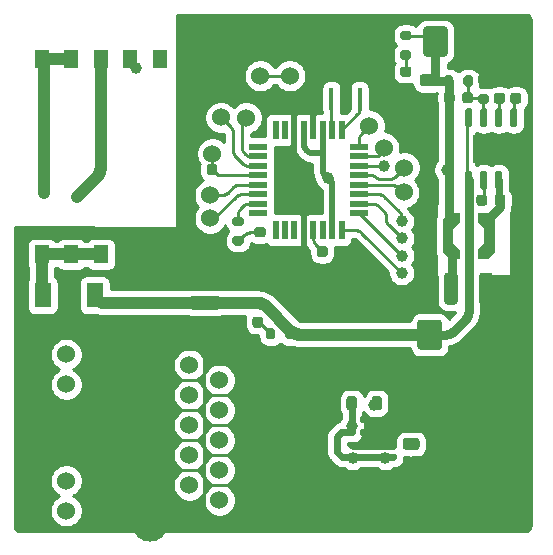
<source format=gbr>
%TF.GenerationSoftware,KiCad,Pcbnew,5.1.9+dfsg1-1*%
%TF.CreationDate,2022-07-19T15:57:21+03:00*%
%TF.ProjectId,Meteostation,4d657465-6f73-4746-9174-696f6e2e6b69,rev?*%
%TF.SameCoordinates,Original*%
%TF.FileFunction,Copper,L2,Bot*%
%TF.FilePolarity,Positive*%
%FSLAX46Y46*%
G04 Gerber Fmt 4.6, Leading zero omitted, Abs format (unit mm)*
G04 Created by KiCad (PCBNEW 5.1.9+dfsg1-1) date 2022-07-19 15:57:21*
%MOMM*%
%LPD*%
G01*
G04 APERTURE LIST*
%TA.AperFunction,SMDPad,CuDef*%
%ADD10R,1.400000X2.100000*%
%TD*%
%TA.AperFunction,SMDPad,CuDef*%
%ADD11C,1.524000*%
%TD*%
%TA.AperFunction,SMDPad,CuDef*%
%ADD12R,0.400000X1.900000*%
%TD*%
%TA.AperFunction,SMDPad,CuDef*%
%ADD13R,1.600000X0.550000*%
%TD*%
%TA.AperFunction,SMDPad,CuDef*%
%ADD14R,0.550000X1.600000*%
%TD*%
%TA.AperFunction,SMDPad,CuDef*%
%ADD15R,1.270000X1.550000*%
%TD*%
%TA.AperFunction,SMDPad,CuDef*%
%ADD16C,0.100000*%
%TD*%
%TA.AperFunction,SMDPad,CuDef*%
%ADD17R,3.100000X2.410000*%
%TD*%
%TA.AperFunction,ComponentPad*%
%ADD18C,3.000000*%
%TD*%
%TA.AperFunction,ComponentPad*%
%ADD19C,1.524000*%
%TD*%
%TA.AperFunction,ViaPad*%
%ADD20C,0.800000*%
%TD*%
%TA.AperFunction,ViaPad*%
%ADD21C,1.000000*%
%TD*%
%TA.AperFunction,Conductor*%
%ADD22C,0.250000*%
%TD*%
%TA.AperFunction,Conductor*%
%ADD23C,0.600000*%
%TD*%
%TA.AperFunction,Conductor*%
%ADD24C,0.500000*%
%TD*%
%TA.AperFunction,Conductor*%
%ADD25C,1.000000*%
%TD*%
%TA.AperFunction,Conductor*%
%ADD26C,0.800000*%
%TD*%
%TA.AperFunction,Conductor*%
%ADD27C,0.254000*%
%TD*%
%TA.AperFunction,Conductor*%
%ADD28C,0.100000*%
%TD*%
G04 APERTURE END LIST*
%TO.P,C30,2*%
%TO.N,12-16*%
%TA.AperFunction,SMDPad,CuDef*%
G36*
G01*
X34674999Y-84475000D02*
X36875001Y-84475000D01*
G75*
G02*
X37125000Y-84724999I0J-249999D01*
G01*
X37125000Y-85375001D01*
G75*
G02*
X36875001Y-85625000I-249999J0D01*
G01*
X34674999Y-85625000D01*
G75*
G02*
X34425000Y-85375001I0J249999D01*
G01*
X34425000Y-84724999D01*
G75*
G02*
X34674999Y-84475000I249999J0D01*
G01*
G37*
%TD.AperFunction*%
%TO.P,C30,1*%
%TO.N,GND*%
%TA.AperFunction,SMDPad,CuDef*%
G36*
G01*
X34674999Y-81525000D02*
X36875001Y-81525000D01*
G75*
G02*
X37125000Y-81774999I0J-249999D01*
G01*
X37125000Y-82425001D01*
G75*
G02*
X36875001Y-82675000I-249999J0D01*
G01*
X34674999Y-82675000D01*
G75*
G02*
X34425000Y-82425001I0J249999D01*
G01*
X34425000Y-81774999D01*
G75*
G02*
X34674999Y-81525000I249999J0D01*
G01*
G37*
%TD.AperFunction*%
%TD*%
D10*
%TO.P,D16,2*%
%TO.N,Net-(D14-Pad6)*%
X22044300Y-84404200D03*
%TO.P,D16,1*%
%TO.N,12-16*%
X26444300Y-84404200D03*
%TD*%
D11*
%TO.P,J9,1*%
%TO.N,Net-(J9-Pad1)*%
X52600000Y-75700000D03*
%TD*%
%TO.P,J8,1*%
%TO.N,Net-(J8-Pad1)*%
X52650000Y-73600000D03*
%TD*%
%TO.P,R5,2*%
%TO.N,12-16*%
%TA.AperFunction,SMDPad,CuDef*%
G36*
G01*
X42589000Y-87943100D02*
X42589000Y-87393100D01*
G75*
G02*
X42789000Y-87193100I200000J0D01*
G01*
X43189000Y-87193100D01*
G75*
G02*
X43389000Y-87393100I0J-200000D01*
G01*
X43389000Y-87943100D01*
G75*
G02*
X43189000Y-88143100I-200000J0D01*
G01*
X42789000Y-88143100D01*
G75*
G02*
X42589000Y-87943100I0J200000D01*
G01*
G37*
%TD.AperFunction*%
%TO.P,R5,1*%
%TO.N,Net-(D1-Pad2)*%
%TA.AperFunction,SMDPad,CuDef*%
G36*
G01*
X40939000Y-87943100D02*
X40939000Y-87393100D01*
G75*
G02*
X41139000Y-87193100I200000J0D01*
G01*
X41539000Y-87193100D01*
G75*
G02*
X41739000Y-87393100I0J-200000D01*
G01*
X41739000Y-87943100D01*
G75*
G02*
X41539000Y-88143100I-200000J0D01*
G01*
X41139000Y-88143100D01*
G75*
G02*
X40939000Y-87943100I0J200000D01*
G01*
G37*
%TD.AperFunction*%
%TD*%
%TO.P,D1,2*%
%TO.N,Net-(D1-Pad2)*%
%TA.AperFunction,SMDPad,CuDef*%
G36*
G01*
X39796200Y-86946450D02*
X39796200Y-86433950D01*
G75*
G02*
X40014950Y-86215200I218750J0D01*
G01*
X40452450Y-86215200D01*
G75*
G02*
X40671200Y-86433950I0J-218750D01*
G01*
X40671200Y-86946450D01*
G75*
G02*
X40452450Y-87165200I-218750J0D01*
G01*
X40014950Y-87165200D01*
G75*
G02*
X39796200Y-86946450I0J218750D01*
G01*
G37*
%TD.AperFunction*%
%TO.P,D1,1*%
%TO.N,GND*%
%TA.AperFunction,SMDPad,CuDef*%
G36*
G01*
X38221200Y-86946450D02*
X38221200Y-86433950D01*
G75*
G02*
X38439950Y-86215200I218750J0D01*
G01*
X38877450Y-86215200D01*
G75*
G02*
X39096200Y-86433950I0J-218750D01*
G01*
X39096200Y-86946450D01*
G75*
G02*
X38877450Y-87165200I-218750J0D01*
G01*
X38439950Y-87165200D01*
G75*
G02*
X38221200Y-86946450I0J218750D01*
G01*
G37*
%TD.AperFunction*%
%TD*%
D12*
%TO.P,Y1,3*%
%TO.N,Net-(U1-Pad7)*%
X46475000Y-67775000D03*
%TO.P,Y1,2*%
%TO.N,GND*%
X47675000Y-67775000D03*
%TO.P,Y1,1*%
%TO.N,Net-(U1-Pad8)*%
X48875000Y-67775000D03*
%TD*%
D13*
%TO.P,U1,32*%
%TO.N,N/C*%
X40300000Y-71850000D03*
%TO.P,U1,31*%
%TO.N,Net-(J1-Pad1)*%
X40300000Y-72650000D03*
%TO.P,U1,30*%
%TO.N,Net-(J2-Pad1)*%
X40300000Y-73450000D03*
%TO.P,U1,29*%
%TO.N,Net-(C3-Pad2)*%
X40300000Y-74250000D03*
%TO.P,U1,28*%
%TO.N,Net-(J3-Pad1)*%
X40300000Y-75050000D03*
%TO.P,U1,27*%
%TO.N,Net-(J4-Pad1)*%
X40300000Y-75850000D03*
%TO.P,U1,26*%
%TO.N,Net-(R4-Pad2)*%
X40300000Y-76650000D03*
%TO.P,U1,25*%
%TO.N,N/C*%
X40300000Y-77450000D03*
D14*
%TO.P,U1,24*%
X41750000Y-78900000D03*
%TO.P,U1,23*%
X42550000Y-78900000D03*
%TO.P,U1,22*%
X43350000Y-78900000D03*
%TO.P,U1,21*%
%TO.N,GND*%
X44150000Y-78900000D03*
%TO.P,U1,20*%
%TO.N,Net-(C5-Pad2)*%
X44950000Y-78900000D03*
%TO.P,U1,19*%
%TO.N,N/C*%
X45750000Y-78900000D03*
%TO.P,U1,18*%
%TO.N,+5V*%
X46550000Y-78900000D03*
%TO.P,U1,17*%
%TO.N,SCLK*%
X47350000Y-78900000D03*
D13*
%TO.P,U1,16*%
%TO.N,MISO*%
X48800000Y-77450000D03*
%TO.P,U1,15*%
%TO.N,MOSI*%
X48800000Y-76650000D03*
%TO.P,U1,14*%
%TO.N,SCSn*%
X48800000Y-75850000D03*
%TO.P,U1,13*%
%TO.N,Net-(J9-Pad1)*%
X48800000Y-75050000D03*
%TO.P,U1,12*%
%TO.N,Net-(J8-Pad1)*%
X48800000Y-74250000D03*
%TO.P,U1,11*%
%TO.N,RSTn*%
X48800000Y-73450000D03*
%TO.P,U1,10*%
%TO.N,Net-(J12-Pad1)*%
X48800000Y-72650000D03*
%TO.P,U1,9*%
%TO.N,Net-(J13-Pad1)*%
X48800000Y-71850000D03*
D14*
%TO.P,U1,8*%
%TO.N,Net-(U1-Pad8)*%
X47350000Y-70400000D03*
%TO.P,U1,7*%
%TO.N,Net-(U1-Pad7)*%
X46550000Y-70400000D03*
%TO.P,U1,6*%
%TO.N,+5V*%
X45750000Y-70400000D03*
%TO.P,U1,5*%
%TO.N,GND*%
X44950000Y-70400000D03*
%TO.P,U1,4*%
%TO.N,+5V*%
X44150000Y-70400000D03*
%TO.P,U1,3*%
%TO.N,GND*%
X43350000Y-70400000D03*
%TO.P,U1,2*%
%TO.N,N/C*%
X42550000Y-70400000D03*
%TO.P,U1,1*%
X41750000Y-70400000D03*
%TD*%
%TO.P,C5,2*%
%TO.N,Net-(C5-Pad2)*%
%TA.AperFunction,SMDPad,CuDef*%
G36*
G01*
X45250000Y-80950000D02*
X45250000Y-80450000D01*
G75*
G02*
X45475000Y-80225000I225000J0D01*
G01*
X45925000Y-80225000D01*
G75*
G02*
X46150000Y-80450000I0J-225000D01*
G01*
X46150000Y-80950000D01*
G75*
G02*
X45925000Y-81175000I-225000J0D01*
G01*
X45475000Y-81175000D01*
G75*
G02*
X45250000Y-80950000I0J225000D01*
G01*
G37*
%TD.AperFunction*%
%TO.P,C5,1*%
%TO.N,GND*%
%TA.AperFunction,SMDPad,CuDef*%
G36*
G01*
X43700000Y-80950000D02*
X43700000Y-80450000D01*
G75*
G02*
X43925000Y-80225000I225000J0D01*
G01*
X44375000Y-80225000D01*
G75*
G02*
X44600000Y-80450000I0J-225000D01*
G01*
X44600000Y-80950000D01*
G75*
G02*
X44375000Y-81175000I-225000J0D01*
G01*
X43925000Y-81175000D01*
G75*
G02*
X43700000Y-80950000I0J225000D01*
G01*
G37*
%TD.AperFunction*%
%TD*%
D11*
%TO.P,J14,1*%
%TO.N,+5V*%
X40450000Y-65825000D03*
%TD*%
D15*
%TO.P,D14,6*%
%TO.N,Net-(D14-Pad6)*%
X21950000Y-80945000D03*
%TO.P,D14,7*%
X24450000Y-80945000D03*
%TO.P,D14,8*%
X26950000Y-80945000D03*
%TO.P,D14,9*%
%TO.N,GND*%
X29450000Y-80945000D03*
%TO.P,D14,10*%
X31950000Y-80945000D03*
%TO.P,D14,1*%
%TO.N,Net-(C19-Pad2)*%
X31950000Y-64405000D03*
%TO.P,D14,2*%
%TO.N,Net-(D14-Pad2)*%
X29450000Y-64405000D03*
%TO.P,D14,3*%
%TO.N,Net-(D11-Pad5)*%
X26950000Y-64405000D03*
%TO.P,D14,4*%
%TO.N,Net-(C19-Pad1)*%
X24450000Y-64405000D03*
%TO.P,D14,5*%
X21950000Y-64405000D03*
%TD*%
%TO.P,C43,2*%
%TO.N,GND*%
%TA.AperFunction,SMDPad,CuDef*%
G36*
G01*
X50728332Y-97450000D02*
X50388332Y-97450000D01*
G75*
G02*
X50248332Y-97310000I0J140000D01*
G01*
X50248332Y-97030000D01*
G75*
G02*
X50388332Y-96890000I140000J0D01*
G01*
X50728332Y-96890000D01*
G75*
G02*
X50868332Y-97030000I0J-140000D01*
G01*
X50868332Y-97310000D01*
G75*
G02*
X50728332Y-97450000I-140000J0D01*
G01*
G37*
%TD.AperFunction*%
%TO.P,C43,1*%
%TO.N,+3.3VA*%
%TA.AperFunction,SMDPad,CuDef*%
G36*
G01*
X50728332Y-98410000D02*
X50388332Y-98410000D01*
G75*
G02*
X50248332Y-98270000I0J140000D01*
G01*
X50248332Y-97990000D01*
G75*
G02*
X50388332Y-97850000I140000J0D01*
G01*
X50728332Y-97850000D01*
G75*
G02*
X50868332Y-97990000I0J-140000D01*
G01*
X50868332Y-98270000D01*
G75*
G02*
X50728332Y-98410000I-140000J0D01*
G01*
G37*
%TD.AperFunction*%
%TD*%
%TO.P,C38,2*%
%TO.N,GND*%
%TA.AperFunction,SMDPad,CuDef*%
G36*
G01*
X49586666Y-97450000D02*
X49246666Y-97450000D01*
G75*
G02*
X49106666Y-97310000I0J140000D01*
G01*
X49106666Y-97030000D01*
G75*
G02*
X49246666Y-96890000I140000J0D01*
G01*
X49586666Y-96890000D01*
G75*
G02*
X49726666Y-97030000I0J-140000D01*
G01*
X49726666Y-97310000D01*
G75*
G02*
X49586666Y-97450000I-140000J0D01*
G01*
G37*
%TD.AperFunction*%
%TO.P,C38,1*%
%TO.N,+3.3VA*%
%TA.AperFunction,SMDPad,CuDef*%
G36*
G01*
X49586666Y-98410000D02*
X49246666Y-98410000D01*
G75*
G02*
X49106666Y-98270000I0J140000D01*
G01*
X49106666Y-97990000D01*
G75*
G02*
X49246666Y-97850000I140000J0D01*
G01*
X49586666Y-97850000D01*
G75*
G02*
X49726666Y-97990000I0J-140000D01*
G01*
X49726666Y-98270000D01*
G75*
G02*
X49586666Y-98410000I-140000J0D01*
G01*
G37*
%TD.AperFunction*%
%TD*%
%TO.P,C35,2*%
%TO.N,GND*%
%TA.AperFunction,SMDPad,CuDef*%
G36*
G01*
X51870000Y-97450000D02*
X51530000Y-97450000D01*
G75*
G02*
X51390000Y-97310000I0J140000D01*
G01*
X51390000Y-97030000D01*
G75*
G02*
X51530000Y-96890000I140000J0D01*
G01*
X51870000Y-96890000D01*
G75*
G02*
X52010000Y-97030000I0J-140000D01*
G01*
X52010000Y-97310000D01*
G75*
G02*
X51870000Y-97450000I-140000J0D01*
G01*
G37*
%TD.AperFunction*%
%TO.P,C35,1*%
%TO.N,+3.3VA*%
%TA.AperFunction,SMDPad,CuDef*%
G36*
G01*
X51870000Y-98410000D02*
X51530000Y-98410000D01*
G75*
G02*
X51390000Y-98270000I0J140000D01*
G01*
X51390000Y-97990000D01*
G75*
G02*
X51530000Y-97850000I140000J0D01*
G01*
X51870000Y-97850000D01*
G75*
G02*
X52010000Y-97990000I0J-140000D01*
G01*
X52010000Y-98270000D01*
G75*
G02*
X51870000Y-98410000I-140000J0D01*
G01*
G37*
%TD.AperFunction*%
%TD*%
%TO.P,C31,2*%
%TO.N,GND*%
%TA.AperFunction,SMDPad,CuDef*%
G36*
G01*
X48445000Y-97450000D02*
X48105000Y-97450000D01*
G75*
G02*
X47965000Y-97310000I0J140000D01*
G01*
X47965000Y-97030000D01*
G75*
G02*
X48105000Y-96890000I140000J0D01*
G01*
X48445000Y-96890000D01*
G75*
G02*
X48585000Y-97030000I0J-140000D01*
G01*
X48585000Y-97310000D01*
G75*
G02*
X48445000Y-97450000I-140000J0D01*
G01*
G37*
%TD.AperFunction*%
%TO.P,C31,1*%
%TO.N,+3.3VA*%
%TA.AperFunction,SMDPad,CuDef*%
G36*
G01*
X48445000Y-98410000D02*
X48105000Y-98410000D01*
G75*
G02*
X47965000Y-98270000I0J140000D01*
G01*
X47965000Y-97990000D01*
G75*
G02*
X48105000Y-97850000I140000J0D01*
G01*
X48445000Y-97850000D01*
G75*
G02*
X48585000Y-97990000I0J-140000D01*
G01*
X48585000Y-98270000D01*
G75*
G02*
X48445000Y-98410000I-140000J0D01*
G01*
G37*
%TD.AperFunction*%
%TD*%
%TO.P,C27,2*%
%TO.N,GND*%
%TA.AperFunction,SMDPad,CuDef*%
G36*
G01*
X48900000Y-96170000D02*
X48900000Y-95830000D01*
G75*
G02*
X49040000Y-95690000I140000J0D01*
G01*
X49320000Y-95690000D01*
G75*
G02*
X49460000Y-95830000I0J-140000D01*
G01*
X49460000Y-96170000D01*
G75*
G02*
X49320000Y-96310000I-140000J0D01*
G01*
X49040000Y-96310000D01*
G75*
G02*
X48900000Y-96170000I0J140000D01*
G01*
G37*
%TD.AperFunction*%
%TO.P,C27,1*%
%TO.N,+3.3VA*%
%TA.AperFunction,SMDPad,CuDef*%
G36*
G01*
X47940000Y-96170000D02*
X47940000Y-95830000D01*
G75*
G02*
X48080000Y-95690000I140000J0D01*
G01*
X48360000Y-95690000D01*
G75*
G02*
X48500000Y-95830000I0J-140000D01*
G01*
X48500000Y-96170000D01*
G75*
G02*
X48360000Y-96310000I-140000J0D01*
G01*
X48080000Y-96310000D01*
G75*
G02*
X47940000Y-96170000I0J140000D01*
G01*
G37*
%TD.AperFunction*%
%TD*%
%TO.P,C39,2*%
%TO.N,GND*%
%TA.AperFunction,SMDPad,CuDef*%
G36*
G01*
X48900000Y-95120000D02*
X48900000Y-94780000D01*
G75*
G02*
X49040000Y-94640000I140000J0D01*
G01*
X49320000Y-94640000D01*
G75*
G02*
X49460000Y-94780000I0J-140000D01*
G01*
X49460000Y-95120000D01*
G75*
G02*
X49320000Y-95260000I-140000J0D01*
G01*
X49040000Y-95260000D01*
G75*
G02*
X48900000Y-95120000I0J140000D01*
G01*
G37*
%TD.AperFunction*%
%TO.P,C39,1*%
%TO.N,+3.3VA*%
%TA.AperFunction,SMDPad,CuDef*%
G36*
G01*
X47940000Y-95120000D02*
X47940000Y-94780000D01*
G75*
G02*
X48080000Y-94640000I140000J0D01*
G01*
X48360000Y-94640000D01*
G75*
G02*
X48500000Y-94780000I0J-140000D01*
G01*
X48500000Y-95120000D01*
G75*
G02*
X48360000Y-95260000I-140000J0D01*
G01*
X48080000Y-95260000D01*
G75*
G02*
X47940000Y-95120000I0J140000D01*
G01*
G37*
%TD.AperFunction*%
%TD*%
%TA.AperFunction,SMDPad,CuDef*%
D16*
%TO.P,L5,1*%
%TO.N,Net-(C53-Pad2)*%
G36*
X58852500Y-80545000D02*
G01*
X59432500Y-79950000D01*
X59432500Y-78800000D01*
X58852500Y-78205000D01*
X58852500Y-77430000D01*
X59742500Y-77430000D01*
X60302500Y-77980000D01*
X60302500Y-80770000D01*
X59742500Y-81320000D01*
X58852500Y-81320000D01*
X58852500Y-80545000D01*
G37*
%TD.AperFunction*%
%TA.AperFunction,SMDPad,CuDef*%
%TO.P,L5,2*%
%TO.N,/5.6-6v*%
G36*
X55902500Y-80770000D02*
G01*
X55902500Y-77980000D01*
X56462500Y-77430000D01*
X57352500Y-77430000D01*
X57352500Y-78205000D01*
X56772500Y-78800000D01*
X56772500Y-79950000D01*
X57352500Y-80545000D01*
X57352500Y-81320000D01*
X56462500Y-81320000D01*
X55902500Y-80770000D01*
G37*
%TD.AperFunction*%
%TD*%
%TO.P,D4,2*%
%TO.N,Net-(D4-Pad2)*%
%TA.AperFunction,SMDPad,CuDef*%
G36*
G01*
X40681250Y-79500000D02*
X40168750Y-79500000D01*
G75*
G02*
X39950000Y-79281250I0J218750D01*
G01*
X39950000Y-78843750D01*
G75*
G02*
X40168750Y-78625000I218750J0D01*
G01*
X40681250Y-78625000D01*
G75*
G02*
X40900000Y-78843750I0J-218750D01*
G01*
X40900000Y-79281250D01*
G75*
G02*
X40681250Y-79500000I-218750J0D01*
G01*
G37*
%TD.AperFunction*%
%TO.P,D4,1*%
%TO.N,GND*%
%TA.AperFunction,SMDPad,CuDef*%
G36*
G01*
X40681250Y-81075000D02*
X40168750Y-81075000D01*
G75*
G02*
X39950000Y-80856250I0J218750D01*
G01*
X39950000Y-80418750D01*
G75*
G02*
X40168750Y-80200000I218750J0D01*
G01*
X40681250Y-80200000D01*
G75*
G02*
X40900000Y-80418750I0J-218750D01*
G01*
X40900000Y-80856250D01*
G75*
G02*
X40681250Y-81075000I-218750J0D01*
G01*
G37*
%TD.AperFunction*%
%TD*%
%TO.P,R15,2*%
%TO.N,/5.6-6v*%
%TA.AperFunction,SMDPad,CuDef*%
G36*
G01*
X53050000Y-62825000D02*
X52500000Y-62825000D01*
G75*
G02*
X52300000Y-62625000I0J200000D01*
G01*
X52300000Y-62225000D01*
G75*
G02*
X52500000Y-62025000I200000J0D01*
G01*
X53050000Y-62025000D01*
G75*
G02*
X53250000Y-62225000I0J-200000D01*
G01*
X53250000Y-62625000D01*
G75*
G02*
X53050000Y-62825000I-200000J0D01*
G01*
G37*
%TD.AperFunction*%
%TO.P,R15,1*%
%TO.N,Net-(D5-Pad2)*%
%TA.AperFunction,SMDPad,CuDef*%
G36*
G01*
X53050000Y-64475000D02*
X52500000Y-64475000D01*
G75*
G02*
X52300000Y-64275000I0J200000D01*
G01*
X52300000Y-63875000D01*
G75*
G02*
X52500000Y-63675000I200000J0D01*
G01*
X53050000Y-63675000D01*
G75*
G02*
X53250000Y-63875000I0J-200000D01*
G01*
X53250000Y-64275000D01*
G75*
G02*
X53050000Y-64475000I-200000J0D01*
G01*
G37*
%TD.AperFunction*%
%TD*%
%TO.P,D5,2*%
%TO.N,Net-(D5-Pad2)*%
%TA.AperFunction,SMDPad,CuDef*%
G36*
G01*
X53031250Y-65925000D02*
X52518750Y-65925000D01*
G75*
G02*
X52300000Y-65706250I0J218750D01*
G01*
X52300000Y-65268750D01*
G75*
G02*
X52518750Y-65050000I218750J0D01*
G01*
X53031250Y-65050000D01*
G75*
G02*
X53250000Y-65268750I0J-218750D01*
G01*
X53250000Y-65706250D01*
G75*
G02*
X53031250Y-65925000I-218750J0D01*
G01*
G37*
%TD.AperFunction*%
%TO.P,D5,1*%
%TO.N,GND*%
%TA.AperFunction,SMDPad,CuDef*%
G36*
G01*
X53031250Y-67500000D02*
X52518750Y-67500000D01*
G75*
G02*
X52300000Y-67281250I0J218750D01*
G01*
X52300000Y-66843750D01*
G75*
G02*
X52518750Y-66625000I218750J0D01*
G01*
X53031250Y-66625000D01*
G75*
G02*
X53250000Y-66843750I0J-218750D01*
G01*
X53250000Y-67281250D01*
G75*
G02*
X53031250Y-67500000I-218750J0D01*
G01*
G37*
%TD.AperFunction*%
%TD*%
%TO.P,C54,2*%
%TO.N,/5.6-6v*%
%TA.AperFunction,SMDPad,CuDef*%
G36*
G01*
X57179640Y-82747939D02*
X57179640Y-84947941D01*
G75*
G02*
X56929641Y-85197940I-249999J0D01*
G01*
X56279639Y-85197940D01*
G75*
G02*
X56029640Y-84947941I0J249999D01*
G01*
X56029640Y-82747939D01*
G75*
G02*
X56279639Y-82497940I249999J0D01*
G01*
X56929641Y-82497940D01*
G75*
G02*
X57179640Y-82747939I0J-249999D01*
G01*
G37*
%TD.AperFunction*%
%TO.P,C54,1*%
%TO.N,GND*%
%TA.AperFunction,SMDPad,CuDef*%
G36*
G01*
X60129640Y-82747939D02*
X60129640Y-84947941D01*
G75*
G02*
X59879641Y-85197940I-249999J0D01*
G01*
X59229639Y-85197940D01*
G75*
G02*
X58979640Y-84947941I0J249999D01*
G01*
X58979640Y-82747939D01*
G75*
G02*
X59229639Y-82497940I249999J0D01*
G01*
X59879641Y-82497940D01*
G75*
G02*
X60129640Y-82747939I0J-249999D01*
G01*
G37*
%TD.AperFunction*%
%TD*%
%TO.P,C58,2*%
%TO.N,GND*%
%TA.AperFunction,SMDPad,CuDef*%
G36*
G01*
X60475000Y-63950000D02*
X60475000Y-61900000D01*
G75*
G02*
X60725000Y-61650000I250000J0D01*
G01*
X62300000Y-61650000D01*
G75*
G02*
X62550000Y-61900000I0J-250000D01*
G01*
X62550000Y-63950000D01*
G75*
G02*
X62300000Y-64200000I-250000J0D01*
G01*
X60725000Y-64200000D01*
G75*
G02*
X60475000Y-63950000I0J250000D01*
G01*
G37*
%TD.AperFunction*%
%TO.P,C58,1*%
%TO.N,/5.6-6v*%
%TA.AperFunction,SMDPad,CuDef*%
G36*
G01*
X54250000Y-63950000D02*
X54250000Y-61900000D01*
G75*
G02*
X54500000Y-61650000I250000J0D01*
G01*
X56075000Y-61650000D01*
G75*
G02*
X56325000Y-61900000I0J-250000D01*
G01*
X56325000Y-63950000D01*
G75*
G02*
X56075000Y-64200000I-250000J0D01*
G01*
X54500000Y-64200000D01*
G75*
G02*
X54250000Y-63950000I0J250000D01*
G01*
G37*
%TD.AperFunction*%
%TD*%
%TO.P,R42,2*%
%TO.N,Net-(C57-Pad1)*%
%TA.AperFunction,SMDPad,CuDef*%
G36*
G01*
X57651200Y-66543600D02*
X57651200Y-65993600D01*
G75*
G02*
X57851200Y-65793600I200000J0D01*
G01*
X58251200Y-65793600D01*
G75*
G02*
X58451200Y-65993600I0J-200000D01*
G01*
X58451200Y-66543600D01*
G75*
G02*
X58251200Y-66743600I-200000J0D01*
G01*
X57851200Y-66743600D01*
G75*
G02*
X57651200Y-66543600I0J200000D01*
G01*
G37*
%TD.AperFunction*%
%TO.P,R42,1*%
%TO.N,/5.6-6v*%
%TA.AperFunction,SMDPad,CuDef*%
G36*
G01*
X56001200Y-66543600D02*
X56001200Y-65993600D01*
G75*
G02*
X56201200Y-65793600I200000J0D01*
G01*
X56601200Y-65793600D01*
G75*
G02*
X56801200Y-65993600I0J-200000D01*
G01*
X56801200Y-66543600D01*
G75*
G02*
X56601200Y-66743600I-200000J0D01*
G01*
X56201200Y-66743600D01*
G75*
G02*
X56001200Y-66543600I0J200000D01*
G01*
G37*
%TD.AperFunction*%
%TD*%
%TO.P,R41,2*%
%TO.N,GND*%
%TA.AperFunction,SMDPad,CuDef*%
G36*
G01*
X59609400Y-66529400D02*
X59059400Y-66529400D01*
G75*
G02*
X58859400Y-66329400I0J200000D01*
G01*
X58859400Y-65929400D01*
G75*
G02*
X59059400Y-65729400I200000J0D01*
G01*
X59609400Y-65729400D01*
G75*
G02*
X59809400Y-65929400I0J-200000D01*
G01*
X59809400Y-66329400D01*
G75*
G02*
X59609400Y-66529400I-200000J0D01*
G01*
G37*
%TD.AperFunction*%
%TO.P,R41,1*%
%TO.N,Net-(C57-Pad1)*%
%TA.AperFunction,SMDPad,CuDef*%
G36*
G01*
X59609400Y-68179400D02*
X59059400Y-68179400D01*
G75*
G02*
X58859400Y-67979400I0J200000D01*
G01*
X58859400Y-67579400D01*
G75*
G02*
X59059400Y-67379400I200000J0D01*
G01*
X59609400Y-67379400D01*
G75*
G02*
X59809400Y-67579400I0J-200000D01*
G01*
X59809400Y-67979400D01*
G75*
G02*
X59609400Y-68179400I-200000J0D01*
G01*
G37*
%TD.AperFunction*%
%TD*%
D17*
%TO.P,D17,9*%
%TO.N,GND*%
X60007500Y-72021700D03*
%TO.P,D17,8*%
%TO.N,12-16*%
%TA.AperFunction,SMDPad,CuDef*%
G36*
G01*
X57952500Y-73871700D02*
X58252500Y-73871700D01*
G75*
G02*
X58402500Y-74021700I0J-150000D01*
G01*
X58402500Y-75321700D01*
G75*
G02*
X58252500Y-75471700I-150000J0D01*
G01*
X57952500Y-75471700D01*
G75*
G02*
X57802500Y-75321700I0J150000D01*
G01*
X57802500Y-74021700D01*
G75*
G02*
X57952500Y-73871700I150000J0D01*
G01*
G37*
%TD.AperFunction*%
%TO.P,D17,7*%
%TO.N,Net-(C53-Pad1)*%
%TA.AperFunction,SMDPad,CuDef*%
G36*
G01*
X59222500Y-73871700D02*
X59522500Y-73871700D01*
G75*
G02*
X59672500Y-74021700I0J-150000D01*
G01*
X59672500Y-75321700D01*
G75*
G02*
X59522500Y-75471700I-150000J0D01*
G01*
X59222500Y-75471700D01*
G75*
G02*
X59072500Y-75321700I0J150000D01*
G01*
X59072500Y-74021700D01*
G75*
G02*
X59222500Y-73871700I150000J0D01*
G01*
G37*
%TD.AperFunction*%
%TO.P,D17,6*%
%TO.N,Net-(C53-Pad2)*%
%TA.AperFunction,SMDPad,CuDef*%
G36*
G01*
X60492500Y-73871700D02*
X60792500Y-73871700D01*
G75*
G02*
X60942500Y-74021700I0J-150000D01*
G01*
X60942500Y-75321700D01*
G75*
G02*
X60792500Y-75471700I-150000J0D01*
G01*
X60492500Y-75471700D01*
G75*
G02*
X60342500Y-75321700I0J150000D01*
G01*
X60342500Y-74021700D01*
G75*
G02*
X60492500Y-73871700I150000J0D01*
G01*
G37*
%TD.AperFunction*%
%TO.P,D17,5*%
%TO.N,GND*%
%TA.AperFunction,SMDPad,CuDef*%
G36*
G01*
X61762500Y-73871700D02*
X62062500Y-73871700D01*
G75*
G02*
X62212500Y-74021700I0J-150000D01*
G01*
X62212500Y-75321700D01*
G75*
G02*
X62062500Y-75471700I-150000J0D01*
G01*
X61762500Y-75471700D01*
G75*
G02*
X61612500Y-75321700I0J150000D01*
G01*
X61612500Y-74021700D01*
G75*
G02*
X61762500Y-73871700I150000J0D01*
G01*
G37*
%TD.AperFunction*%
%TO.P,D17,4*%
%TO.N,Net-(C52-Pad2)*%
%TA.AperFunction,SMDPad,CuDef*%
G36*
G01*
X61762500Y-68571700D02*
X62062500Y-68571700D01*
G75*
G02*
X62212500Y-68721700I0J-150000D01*
G01*
X62212500Y-70021700D01*
G75*
G02*
X62062500Y-70171700I-150000J0D01*
G01*
X61762500Y-70171700D01*
G75*
G02*
X61612500Y-70021700I0J150000D01*
G01*
X61612500Y-68721700D01*
G75*
G02*
X61762500Y-68571700I150000J0D01*
G01*
G37*
%TD.AperFunction*%
%TO.P,D17,3*%
%TO.N,Net-(C32-Pad2)*%
%TA.AperFunction,SMDPad,CuDef*%
G36*
G01*
X60492500Y-68571700D02*
X60792500Y-68571700D01*
G75*
G02*
X60942500Y-68721700I0J-150000D01*
G01*
X60942500Y-70021700D01*
G75*
G02*
X60792500Y-70171700I-150000J0D01*
G01*
X60492500Y-70171700D01*
G75*
G02*
X60342500Y-70021700I0J150000D01*
G01*
X60342500Y-68721700D01*
G75*
G02*
X60492500Y-68571700I150000J0D01*
G01*
G37*
%TD.AperFunction*%
%TO.P,D17,2*%
%TO.N,Net-(C57-Pad1)*%
%TA.AperFunction,SMDPad,CuDef*%
G36*
G01*
X59222500Y-68571700D02*
X59522500Y-68571700D01*
G75*
G02*
X59672500Y-68721700I0J-150000D01*
G01*
X59672500Y-70021700D01*
G75*
G02*
X59522500Y-70171700I-150000J0D01*
G01*
X59222500Y-70171700D01*
G75*
G02*
X59072500Y-70021700I0J150000D01*
G01*
X59072500Y-68721700D01*
G75*
G02*
X59222500Y-68571700I150000J0D01*
G01*
G37*
%TD.AperFunction*%
%TO.P,D17,1*%
%TO.N,12-16*%
%TA.AperFunction,SMDPad,CuDef*%
G36*
G01*
X57952500Y-68571700D02*
X58252500Y-68571700D01*
G75*
G02*
X58402500Y-68721700I0J-150000D01*
G01*
X58402500Y-70021700D01*
G75*
G02*
X58252500Y-70171700I-150000J0D01*
G01*
X57952500Y-70171700D01*
G75*
G02*
X57802500Y-70021700I0J150000D01*
G01*
X57802500Y-68721700D01*
G75*
G02*
X57952500Y-68571700I150000J0D01*
G01*
G37*
%TD.AperFunction*%
%TD*%
%TO.P,C57,2*%
%TO.N,/5.6-6v*%
%TA.AperFunction,SMDPad,CuDef*%
G36*
G01*
X56901200Y-67441000D02*
X56901200Y-67941000D01*
G75*
G02*
X56676200Y-68166000I-225000J0D01*
G01*
X56226200Y-68166000D01*
G75*
G02*
X56001200Y-67941000I0J225000D01*
G01*
X56001200Y-67441000D01*
G75*
G02*
X56226200Y-67216000I225000J0D01*
G01*
X56676200Y-67216000D01*
G75*
G02*
X56901200Y-67441000I0J-225000D01*
G01*
G37*
%TD.AperFunction*%
%TO.P,C57,1*%
%TO.N,Net-(C57-Pad1)*%
%TA.AperFunction,SMDPad,CuDef*%
G36*
G01*
X58451200Y-67441000D02*
X58451200Y-67941000D01*
G75*
G02*
X58226200Y-68166000I-225000J0D01*
G01*
X57776200Y-68166000D01*
G75*
G02*
X57551200Y-67941000I0J225000D01*
G01*
X57551200Y-67441000D01*
G75*
G02*
X57776200Y-67216000I225000J0D01*
G01*
X58226200Y-67216000D01*
G75*
G02*
X58451200Y-67441000I0J-225000D01*
G01*
G37*
%TD.AperFunction*%
%TD*%
%TO.P,C56,2*%
%TO.N,+3.3VDAC*%
%TA.AperFunction,SMDPad,CuDef*%
G36*
G01*
X52750000Y-96500000D02*
X53700000Y-96500000D01*
G75*
G02*
X53950000Y-96750000I0J-250000D01*
G01*
X53950000Y-97250000D01*
G75*
G02*
X53700000Y-97500000I-250000J0D01*
G01*
X52750000Y-97500000D01*
G75*
G02*
X52500000Y-97250000I0J250000D01*
G01*
X52500000Y-96750000D01*
G75*
G02*
X52750000Y-96500000I250000J0D01*
G01*
G37*
%TD.AperFunction*%
%TO.P,C56,1*%
%TO.N,GND*%
%TA.AperFunction,SMDPad,CuDef*%
G36*
G01*
X52750000Y-94600000D02*
X53700000Y-94600000D01*
G75*
G02*
X53950000Y-94850000I0J-250000D01*
G01*
X53950000Y-95350000D01*
G75*
G02*
X53700000Y-95600000I-250000J0D01*
G01*
X52750000Y-95600000D01*
G75*
G02*
X52500000Y-95350000I0J250000D01*
G01*
X52500000Y-94850000D01*
G75*
G02*
X52750000Y-94600000I250000J0D01*
G01*
G37*
%TD.AperFunction*%
%TD*%
%TO.P,C53,2*%
%TO.N,Net-(C53-Pad2)*%
%TA.AperFunction,SMDPad,CuDef*%
G36*
G01*
X60307100Y-76615100D02*
X60307100Y-76115100D01*
G75*
G02*
X60532100Y-75890100I225000J0D01*
G01*
X60982100Y-75890100D01*
G75*
G02*
X61207100Y-76115100I0J-225000D01*
G01*
X61207100Y-76615100D01*
G75*
G02*
X60982100Y-76840100I-225000J0D01*
G01*
X60532100Y-76840100D01*
G75*
G02*
X60307100Y-76615100I0J225000D01*
G01*
G37*
%TD.AperFunction*%
%TO.P,C53,1*%
%TO.N,Net-(C53-Pad1)*%
%TA.AperFunction,SMDPad,CuDef*%
G36*
G01*
X58757100Y-76615100D02*
X58757100Y-76115100D01*
G75*
G02*
X58982100Y-75890100I225000J0D01*
G01*
X59432100Y-75890100D01*
G75*
G02*
X59657100Y-76115100I0J-225000D01*
G01*
X59657100Y-76615100D01*
G75*
G02*
X59432100Y-76840100I-225000J0D01*
G01*
X58982100Y-76840100D01*
G75*
G02*
X58757100Y-76615100I0J225000D01*
G01*
G37*
%TD.AperFunction*%
%TD*%
%TO.P,C52,2*%
%TO.N,Net-(C52-Pad2)*%
%TA.AperFunction,SMDPad,CuDef*%
G36*
G01*
X61827600Y-67279400D02*
X62327600Y-67279400D01*
G75*
G02*
X62552600Y-67504400I0J-225000D01*
G01*
X62552600Y-67954400D01*
G75*
G02*
X62327600Y-68179400I-225000J0D01*
G01*
X61827600Y-68179400D01*
G75*
G02*
X61602600Y-67954400I0J225000D01*
G01*
X61602600Y-67504400D01*
G75*
G02*
X61827600Y-67279400I225000J0D01*
G01*
G37*
%TD.AperFunction*%
%TO.P,C52,1*%
%TO.N,GND*%
%TA.AperFunction,SMDPad,CuDef*%
G36*
G01*
X61827600Y-65729400D02*
X62327600Y-65729400D01*
G75*
G02*
X62552600Y-65954400I0J-225000D01*
G01*
X62552600Y-66404400D01*
G75*
G02*
X62327600Y-66629400I-225000J0D01*
G01*
X61827600Y-66629400D01*
G75*
G02*
X61602600Y-66404400I0J225000D01*
G01*
X61602600Y-65954400D01*
G75*
G02*
X61827600Y-65729400I225000J0D01*
G01*
G37*
%TD.AperFunction*%
%TD*%
%TO.P,C32,2*%
%TO.N,Net-(C32-Pad2)*%
%TA.AperFunction,SMDPad,CuDef*%
G36*
G01*
X60456000Y-67279400D02*
X60956000Y-67279400D01*
G75*
G02*
X61181000Y-67504400I0J-225000D01*
G01*
X61181000Y-67954400D01*
G75*
G02*
X60956000Y-68179400I-225000J0D01*
G01*
X60456000Y-68179400D01*
G75*
G02*
X60231000Y-67954400I0J225000D01*
G01*
X60231000Y-67504400D01*
G75*
G02*
X60456000Y-67279400I225000J0D01*
G01*
G37*
%TD.AperFunction*%
%TO.P,C32,1*%
%TO.N,GND*%
%TA.AperFunction,SMDPad,CuDef*%
G36*
G01*
X60456000Y-65729400D02*
X60956000Y-65729400D01*
G75*
G02*
X61181000Y-65954400I0J-225000D01*
G01*
X61181000Y-66404400D01*
G75*
G02*
X60956000Y-66629400I-225000J0D01*
G01*
X60456000Y-66629400D01*
G75*
G02*
X60231000Y-66404400I0J225000D01*
G01*
X60231000Y-65954400D01*
G75*
G02*
X60456000Y-65729400I225000J0D01*
G01*
G37*
%TD.AperFunction*%
%TD*%
%TO.P,C22,2*%
%TO.N,/5.6-6v*%
%TA.AperFunction,SMDPad,CuDef*%
G36*
G01*
X55148500Y-66707600D02*
X54198500Y-66707600D01*
G75*
G02*
X53948500Y-66457600I0J250000D01*
G01*
X53948500Y-65957600D01*
G75*
G02*
X54198500Y-65707600I250000J0D01*
G01*
X55148500Y-65707600D01*
G75*
G02*
X55398500Y-65957600I0J-250000D01*
G01*
X55398500Y-66457600D01*
G75*
G02*
X55148500Y-66707600I-250000J0D01*
G01*
G37*
%TD.AperFunction*%
%TO.P,C22,1*%
%TO.N,GND*%
%TA.AperFunction,SMDPad,CuDef*%
G36*
G01*
X55148500Y-68607600D02*
X54198500Y-68607600D01*
G75*
G02*
X53948500Y-68357600I0J250000D01*
G01*
X53948500Y-67857600D01*
G75*
G02*
X54198500Y-67607600I250000J0D01*
G01*
X55148500Y-67607600D01*
G75*
G02*
X55398500Y-67857600I0J-250000D01*
G01*
X55398500Y-68357600D01*
G75*
G02*
X55148500Y-68607600I-250000J0D01*
G01*
G37*
%TD.AperFunction*%
%TD*%
D11*
%TO.P,J7,1*%
%TO.N,GND*%
X37800000Y-62550000D03*
%TD*%
%TO.P,R4,2*%
%TO.N,Net-(R4-Pad2)*%
%TA.AperFunction,SMDPad,CuDef*%
G36*
G01*
X38850000Y-78550000D02*
X38300000Y-78550000D01*
G75*
G02*
X38100000Y-78350000I0J200000D01*
G01*
X38100000Y-77950000D01*
G75*
G02*
X38300000Y-77750000I200000J0D01*
G01*
X38850000Y-77750000D01*
G75*
G02*
X39050000Y-77950000I0J-200000D01*
G01*
X39050000Y-78350000D01*
G75*
G02*
X38850000Y-78550000I-200000J0D01*
G01*
G37*
%TD.AperFunction*%
%TO.P,R4,1*%
%TO.N,Net-(D4-Pad2)*%
%TA.AperFunction,SMDPad,CuDef*%
G36*
G01*
X38850000Y-80200000D02*
X38300000Y-80200000D01*
G75*
G02*
X38100000Y-80000000I0J200000D01*
G01*
X38100000Y-79600000D01*
G75*
G02*
X38300000Y-79400000I200000J0D01*
G01*
X38850000Y-79400000D01*
G75*
G02*
X39050000Y-79600000I0J-200000D01*
G01*
X39050000Y-80000000D01*
G75*
G02*
X38850000Y-80200000I-200000J0D01*
G01*
G37*
%TD.AperFunction*%
%TD*%
%TO.P,C3,2*%
%TO.N,Net-(C3-Pad2)*%
%TA.AperFunction,SMDPad,CuDef*%
G36*
G01*
X35925000Y-74000000D02*
X35925000Y-73500000D01*
G75*
G02*
X36150000Y-73275000I225000J0D01*
G01*
X36600000Y-73275000D01*
G75*
G02*
X36825000Y-73500000I0J-225000D01*
G01*
X36825000Y-74000000D01*
G75*
G02*
X36600000Y-74225000I-225000J0D01*
G01*
X36150000Y-74225000D01*
G75*
G02*
X35925000Y-74000000I0J225000D01*
G01*
G37*
%TD.AperFunction*%
%TO.P,C3,1*%
%TO.N,GND*%
%TA.AperFunction,SMDPad,CuDef*%
G36*
G01*
X34375000Y-74000000D02*
X34375000Y-73500000D01*
G75*
G02*
X34600000Y-73275000I225000J0D01*
G01*
X35050000Y-73275000D01*
G75*
G02*
X35275000Y-73500000I0J-225000D01*
G01*
X35275000Y-74000000D01*
G75*
G02*
X35050000Y-74225000I-225000J0D01*
G01*
X34600000Y-74225000D01*
G75*
G02*
X34375000Y-74000000I0J225000D01*
G01*
G37*
%TD.AperFunction*%
%TD*%
%TO.P,J6,1*%
%TO.N,+5V*%
X42950000Y-65825000D03*
%TD*%
%TO.P,J4,1*%
%TO.N,Net-(J4-Pad1)*%
X36200000Y-77900000D03*
%TD*%
%TO.P,J3,1*%
%TO.N,Net-(J3-Pad1)*%
X36200000Y-75925000D03*
%TD*%
%TO.P,C50,2*%
%TO.N,GND*%
%TA.AperFunction,SMDPad,CuDef*%
G36*
G01*
X59975000Y-88775000D02*
X59975000Y-86725000D01*
G75*
G02*
X60225000Y-86475000I250000J0D01*
G01*
X61800000Y-86475000D01*
G75*
G02*
X62050000Y-86725000I0J-250000D01*
G01*
X62050000Y-88775000D01*
G75*
G02*
X61800000Y-89025000I-250000J0D01*
G01*
X60225000Y-89025000D01*
G75*
G02*
X59975000Y-88775000I0J250000D01*
G01*
G37*
%TD.AperFunction*%
%TO.P,C50,1*%
%TO.N,12-16*%
%TA.AperFunction,SMDPad,CuDef*%
G36*
G01*
X53750000Y-88775000D02*
X53750000Y-86725000D01*
G75*
G02*
X54000000Y-86475000I250000J0D01*
G01*
X55575000Y-86475000D01*
G75*
G02*
X55825000Y-86725000I0J-250000D01*
G01*
X55825000Y-88775000D01*
G75*
G02*
X55575000Y-89025000I-250000J0D01*
G01*
X54000000Y-89025000D01*
G75*
G02*
X53750000Y-88775000I0J250000D01*
G01*
G37*
%TD.AperFunction*%
%TD*%
%TO.P,J13,1*%
%TO.N,Net-(J13-Pad1)*%
X49675000Y-70075000D03*
%TD*%
%TO.P,J12,1*%
%TO.N,Net-(J12-Pad1)*%
X50900000Y-71900000D03*
%TD*%
%TO.P,L1,2*%
%TO.N,+3.3VA*%
%TA.AperFunction,SMDPad,CuDef*%
G36*
G01*
X48625000Y-93168750D02*
X48625000Y-93931250D01*
G75*
G02*
X48406250Y-94150000I-218750J0D01*
G01*
X47968750Y-94150000D01*
G75*
G02*
X47750000Y-93931250I0J218750D01*
G01*
X47750000Y-93168750D01*
G75*
G02*
X47968750Y-92950000I218750J0D01*
G01*
X48406250Y-92950000D01*
G75*
G02*
X48625000Y-93168750I0J-218750D01*
G01*
G37*
%TD.AperFunction*%
%TO.P,L1,1*%
%TO.N,+3.3VDAC*%
%TA.AperFunction,SMDPad,CuDef*%
G36*
G01*
X50750000Y-93168750D02*
X50750000Y-93931250D01*
G75*
G02*
X50531250Y-94150000I-218750J0D01*
G01*
X50093750Y-94150000D01*
G75*
G02*
X49875000Y-93931250I0J218750D01*
G01*
X49875000Y-93168750D01*
G75*
G02*
X50093750Y-92950000I218750J0D01*
G01*
X50531250Y-92950000D01*
G75*
G02*
X50750000Y-93168750I0J-218750D01*
G01*
G37*
%TD.AperFunction*%
%TD*%
%TO.P,J2,1*%
%TO.N,Net-(J2-Pad1)*%
X37125000Y-69350000D03*
%TD*%
%TO.P,J1,1*%
%TO.N,Net-(J1-Pad1)*%
X39250000Y-69375000D03*
%TD*%
%TO.P,J5,1*%
%TO.N,Net-(C3-Pad2)*%
X36400000Y-72425000D03*
%TD*%
D18*
%TO.P,T1,16*%
%TO.N,GND*%
X31150000Y-88290000D03*
%TO.P,T1,15*%
X31150000Y-103780000D03*
D19*
%TO.P,T1,13*%
%TO.N,+3.3VDAC*%
X24020000Y-91950000D03*
%TO.P,T1,14*%
%TO.N,Link*%
X24020000Y-89410000D03*
%TO.P,T1,12*%
%TO.N,Activ*%
X24020000Y-100120000D03*
%TO.P,T1,11*%
%TO.N,+3.3VDAC*%
X24020000Y-102660000D03*
%TO.P,T1,2*%
%TO.N,Net-(C26-Pad2)*%
X34450000Y-100480000D03*
%TO.P,T1,4*%
%TO.N,Net-(C20-Pad1)*%
X34450000Y-97940000D03*
%TO.P,T1,6*%
%TO.N,Net-(D3-Pad1)*%
X34450000Y-95400000D03*
%TO.P,T1,8*%
%TO.N,N/C*%
X34450000Y-92860000D03*
%TO.P,T1,10*%
%TO.N,Net-(D9-Pad2)*%
X34450000Y-90320000D03*
%TO.P,T1,1*%
%TO.N,Net-(C25-Pad2)*%
X36990000Y-101750000D03*
%TO.P,T1,3*%
%TO.N,Net-(C16-Pad2)*%
X36990000Y-99210000D03*
%TO.P,T1,5*%
%TO.N,Net-(D3-Pad2)*%
X36990000Y-96670000D03*
%TO.P,T1,7*%
%TO.N,N/C*%
X36990000Y-94130000D03*
%TO.P,T1,9*%
%TO.N,Net-(C19-Pad1)*%
X36990000Y-91590000D03*
%TD*%
D20*
%TO.N,GND*%
X44250000Y-74750000D03*
X30525000Y-95375000D03*
X53100000Y-94475000D03*
X60075000Y-72125000D03*
X45275000Y-100750000D03*
X49625000Y-96775000D03*
X58575000Y-98950000D03*
D21*
X54450000Y-101550000D03*
D20*
X61512500Y-63587500D03*
X46250000Y-90750000D03*
D21*
%TO.N,+3.3VA*%
X51050000Y-98175000D03*
X48275000Y-98175000D03*
X48200000Y-95475000D03*
%TO.N,Net-(D14-Pad2)*%
X29975000Y-65175000D03*
%TO.N,+3.3VDAC*%
X53175000Y-97025000D03*
X50115300Y-93684700D03*
%TO.N,Net-(C19-Pad1)*%
X22170100Y-75782661D03*
X24450000Y-64405000D03*
%TO.N,Net-(C19-Pad2)*%
X31950000Y-64405000D03*
%TO.N,Net-(D11-Pad5)*%
X24930100Y-76098400D03*
%TO.N,/5.6-6v*%
X56250000Y-73775000D03*
X55250000Y-63575000D03*
%TO.N,RSTn*%
X50950000Y-73475000D03*
%TO.N,SCSn*%
X52425000Y-78125000D03*
%TO.N,SCLK*%
X52425000Y-82525000D03*
%TO.N,MISO*%
X52425000Y-81058332D03*
%TO.N,MOSI*%
X52425000Y-79591666D03*
D20*
%TO.N,+5V*%
X42975000Y-65850000D03*
D21*
X46175000Y-74450000D03*
%TD*%
D22*
%TO.N,GND*%
X60706000Y-66166900D02*
X59334400Y-66166900D01*
X61512500Y-66162500D02*
X61508100Y-66166900D01*
X61512500Y-62925000D02*
X61512500Y-63587500D01*
X61508100Y-66166900D02*
X60706000Y-66166900D01*
X62077600Y-66166900D02*
X61508100Y-66166900D01*
D23*
X48275000Y-97170000D02*
X49416666Y-97170000D01*
X49416666Y-97170000D02*
X50558332Y-97170000D01*
X50558332Y-97170000D02*
X51700000Y-97170000D01*
D22*
X31150000Y-103780000D02*
X34495000Y-103780000D01*
X34495000Y-103780000D02*
X35725000Y-102550000D01*
X35725000Y-99225000D02*
X33075000Y-99225000D01*
X35725000Y-100500000D02*
X38225000Y-100500000D01*
X35725000Y-102550000D02*
X35725000Y-100500000D01*
X35725000Y-100500000D02*
X35725000Y-99225000D01*
X35725000Y-99225000D02*
X35725000Y-97950000D01*
X31825000Y-96675000D02*
X30525000Y-95375000D01*
X35725000Y-96675000D02*
X31825000Y-96675000D01*
X35725000Y-97950000D02*
X35725000Y-96675000D01*
X35725000Y-92850000D02*
X38575000Y-92850000D01*
X30525000Y-95375000D02*
X31775000Y-94125000D01*
X35700000Y-94125000D02*
X35725000Y-94150000D01*
X35725000Y-94150000D02*
X35725000Y-92850000D01*
X32600000Y-94125000D02*
X32600000Y-92225000D01*
X31775000Y-94125000D02*
X32600000Y-94125000D01*
X32600000Y-94125000D02*
X35700000Y-94125000D01*
X32600000Y-92225000D02*
X33225000Y-91600000D01*
X35650000Y-91600000D02*
X35725000Y-91675000D01*
X33225000Y-91600000D02*
X35650000Y-91600000D01*
X35725000Y-91675000D02*
X35725000Y-88950000D01*
X35725000Y-92850000D02*
X35725000Y-91675000D01*
X35775000Y-95400000D02*
X35725000Y-95350000D01*
X38900000Y-96025000D02*
X38275000Y-95400000D01*
X38900000Y-97500000D02*
X38900000Y-96025000D01*
X38450000Y-97950000D02*
X38900000Y-97500000D01*
X38275000Y-95400000D02*
X35775000Y-95400000D01*
X35725000Y-97950000D02*
X38450000Y-97950000D01*
X35725000Y-95350000D02*
X35725000Y-94150000D01*
X35725000Y-96675000D02*
X35725000Y-95350000D01*
D24*
X44150000Y-78900000D02*
X44150000Y-75625000D01*
X43350000Y-74825000D02*
X43350000Y-70400000D01*
X44150000Y-75625000D02*
X43350000Y-74825000D01*
X44950000Y-70400000D02*
X44950000Y-69075000D01*
X44950000Y-69075000D02*
X44725000Y-68850000D01*
X44725000Y-68850000D02*
X43475000Y-68850000D01*
X43350000Y-68975000D02*
X43350000Y-70400000D01*
X43475000Y-68850000D02*
X43350000Y-68975000D01*
X44150000Y-78900000D02*
X44150000Y-80700000D01*
D22*
X61512500Y-63587500D02*
X61512500Y-66162500D01*
X31950000Y-80945000D02*
X29450000Y-80945000D01*
%TO.N,Net-(C3-Pad2)*%
X36400000Y-73725000D02*
X36375000Y-73750000D01*
X36400000Y-72425000D02*
X36400000Y-73725000D01*
X36875000Y-74250000D02*
X36375000Y-73750000D01*
X40300000Y-74250000D02*
X36875000Y-74250000D01*
%TO.N,Net-(J4-Pad1)*%
X36575000Y-77900000D02*
X36200000Y-77900000D01*
X38925000Y-75850000D02*
X40300000Y-75850000D01*
X38925000Y-75850000D02*
X38889461Y-75850871D01*
X38889461Y-75850871D02*
X38854009Y-75853487D01*
X38854009Y-75853487D02*
X38818728Y-75857838D01*
X38818728Y-75857838D02*
X38783702Y-75863916D01*
X38783702Y-75863916D02*
X38749017Y-75871704D01*
X38749017Y-75871704D02*
X38714756Y-75881186D01*
X38714756Y-75881186D02*
X38681002Y-75892337D01*
X38681002Y-75892337D02*
X38647835Y-75905130D01*
X38647835Y-75905130D02*
X38615336Y-75919536D01*
X38615336Y-75919536D02*
X38583583Y-75935519D01*
X38583583Y-75935519D02*
X38552652Y-75953041D01*
X38552652Y-75953041D02*
X38522619Y-75972060D01*
X38522619Y-75972060D02*
X38493555Y-75992529D01*
X38493555Y-75992529D02*
X38465530Y-76014399D01*
X38465530Y-76014399D02*
X38438612Y-76037619D01*
X38438612Y-76037619D02*
X38412867Y-76062132D01*
X38412867Y-76062132D02*
X36575000Y-77900000D01*
%TO.N,Net-(J12-Pad1)*%
X50637132Y-72437867D02*
X51000000Y-72075000D01*
X50637132Y-72437867D02*
X50611385Y-72462379D01*
X50611385Y-72462379D02*
X50584468Y-72485598D01*
X50584468Y-72485598D02*
X50556443Y-72507469D01*
X50556443Y-72507469D02*
X50527379Y-72527938D01*
X50527379Y-72527938D02*
X50497346Y-72546957D01*
X50497346Y-72546957D02*
X50466415Y-72564478D01*
X50466415Y-72564478D02*
X50434662Y-72580462D01*
X50434662Y-72580462D02*
X50402163Y-72594867D01*
X50402163Y-72594867D02*
X50368997Y-72607661D01*
X50368997Y-72607661D02*
X50335242Y-72618812D01*
X50335242Y-72618812D02*
X50300981Y-72628293D01*
X50300981Y-72628293D02*
X50266296Y-72636082D01*
X50266296Y-72636082D02*
X50231271Y-72642160D01*
X50231271Y-72642160D02*
X50195990Y-72646511D01*
X50195990Y-72646511D02*
X50160537Y-72649126D01*
X50160537Y-72649126D02*
X50125000Y-72650000D01*
X50125000Y-72650000D02*
X48800000Y-72650000D01*
%TO.N,Net-(D4-Pad2)*%
X38958946Y-79416053D02*
X38575000Y-79800000D01*
X38958946Y-79416053D02*
X39001855Y-79375199D01*
X39001855Y-79375199D02*
X39046718Y-79336500D01*
X39046718Y-79336500D02*
X39093426Y-79300048D01*
X39093426Y-79300048D02*
X39141866Y-79265933D01*
X39141866Y-79265933D02*
X39191922Y-79234236D01*
X39191922Y-79234236D02*
X39243473Y-79205033D01*
X39243473Y-79205033D02*
X39296394Y-79178394D01*
X39296394Y-79178394D02*
X39350559Y-79154385D01*
X39350559Y-79154385D02*
X39405837Y-79133062D01*
X39405837Y-79133062D02*
X39462095Y-79114477D01*
X39462095Y-79114477D02*
X39519196Y-79098675D01*
X39519196Y-79098675D02*
X39577004Y-79085693D01*
X39577004Y-79085693D02*
X39635380Y-79075564D01*
X39635380Y-79075564D02*
X39694182Y-79068312D01*
X39694182Y-79068312D02*
X39753270Y-79063953D01*
X39753270Y-79063953D02*
X39812500Y-79062500D01*
X39812500Y-79062500D02*
X40425000Y-79062500D01*
%TO.N,+3.3VA*%
X51055000Y-98130000D02*
X51050000Y-98125000D01*
D23*
X51700000Y-98130000D02*
X51055000Y-98130000D01*
D22*
X50563332Y-98125000D02*
X50558332Y-98130000D01*
D23*
X51050000Y-98125000D02*
X50563332Y-98125000D01*
X50558332Y-98130000D02*
X49416666Y-98130000D01*
X49416666Y-98130000D02*
X48275000Y-98130000D01*
D22*
X48220000Y-95520000D02*
X48225000Y-95525000D01*
D23*
X48220000Y-96000000D02*
X47325000Y-96000000D01*
X47325000Y-96000000D02*
X46950000Y-96375000D01*
X46950000Y-96375000D02*
X46950000Y-97700000D01*
X47375000Y-98125000D02*
X48325000Y-98125000D01*
X46950000Y-97700000D02*
X47375000Y-98125000D01*
D22*
X48187500Y-94917500D02*
X48220000Y-94950000D01*
D23*
X48220000Y-96000000D02*
X48220000Y-94950000D01*
D22*
X48220000Y-93582500D02*
X48187500Y-93550000D01*
D23*
X48220000Y-94950000D02*
X48220000Y-93582500D01*
D22*
%TO.N,Net-(D5-Pad2)*%
X52775000Y-64037500D02*
X52775000Y-65487500D01*
D25*
%TO.N,Net-(C19-Pad1)*%
X21950000Y-64405000D02*
X24450000Y-64405000D01*
D22*
X24450000Y-64405000D02*
X24450000Y-64405000D01*
X22170100Y-64625100D02*
X21950000Y-64405000D01*
D25*
X22170100Y-75782661D02*
X22170100Y-64625100D01*
X24450000Y-64405000D02*
X24450000Y-64405000D01*
D26*
%TO.N,Net-(C19-Pad2)*%
X31950000Y-64405000D02*
X31950000Y-64405000D01*
X31950000Y-64405000D02*
X31950000Y-64405000D01*
X31950000Y-64405000D02*
X31950000Y-64405000D01*
D25*
%TO.N,Net-(D11-Pad5)*%
X26596446Y-74432053D02*
X24930100Y-76098400D01*
X26596446Y-74432053D02*
X26637299Y-74389142D01*
X26637299Y-74389142D02*
X26675998Y-74344279D01*
X26675998Y-74344279D02*
X26712449Y-74297572D01*
X26712449Y-74297572D02*
X26746565Y-74249132D01*
X26746565Y-74249132D02*
X26778262Y-74199076D01*
X26778262Y-74199076D02*
X26807465Y-74147525D01*
X26807465Y-74147525D02*
X26834104Y-74094604D01*
X26834104Y-74094604D02*
X26858113Y-74040439D01*
X26858113Y-74040439D02*
X26879436Y-73985161D01*
X26879436Y-73985161D02*
X26898021Y-73928904D01*
X26898021Y-73928904D02*
X26913824Y-73871802D01*
X26913824Y-73871802D02*
X26926805Y-73813994D01*
X26926805Y-73813994D02*
X26936934Y-73755619D01*
X26936934Y-73755619D02*
X26944186Y-73696817D01*
X26944186Y-73696817D02*
X26948545Y-73637729D01*
X26948545Y-73637729D02*
X26950000Y-73578500D01*
X26950000Y-73578500D02*
X26950000Y-64405000D01*
%TO.N,Net-(D14-Pad6)*%
X21950000Y-80945000D02*
X24450000Y-80945000D01*
X24450000Y-80945000D02*
X26950000Y-80945000D01*
D22*
X21950000Y-84309900D02*
X22044300Y-84404200D01*
D25*
X21950000Y-80945000D02*
X21950000Y-84309900D01*
D22*
%TO.N,Net-(J1-Pad1)*%
X38900000Y-69725000D02*
X39250000Y-69375000D01*
X39675000Y-72650000D02*
X40300000Y-72650000D01*
X39675000Y-72650000D02*
X39639461Y-72649127D01*
X39639461Y-72649127D02*
X39604009Y-72646512D01*
X39604009Y-72646512D02*
X39568728Y-72642160D01*
X39568728Y-72642160D02*
X39533702Y-72636083D01*
X39533702Y-72636083D02*
X39499017Y-72628294D01*
X39499017Y-72628294D02*
X39464756Y-72618813D01*
X39464756Y-72618813D02*
X39431002Y-72607662D01*
X39431002Y-72607662D02*
X39397835Y-72594868D01*
X39397835Y-72594868D02*
X39365336Y-72580462D01*
X39365336Y-72580462D02*
X39333583Y-72564479D01*
X39333583Y-72564479D02*
X39302652Y-72546957D01*
X39302652Y-72546957D02*
X39272619Y-72527939D01*
X39272619Y-72527939D02*
X39243555Y-72507469D01*
X39243555Y-72507469D02*
X39215530Y-72485599D01*
X39215530Y-72485599D02*
X39188612Y-72462379D01*
X39188612Y-72462379D02*
X39162867Y-72437867D01*
X38900000Y-71875000D02*
X38900000Y-69725000D01*
X38900000Y-71875000D02*
X38900872Y-71910537D01*
X38900872Y-71910537D02*
X38903487Y-71945990D01*
X38903487Y-71945990D02*
X38907839Y-71981271D01*
X38907839Y-71981271D02*
X38913916Y-72016296D01*
X38913916Y-72016296D02*
X38921705Y-72050981D01*
X38921705Y-72050981D02*
X38931186Y-72085242D01*
X38931186Y-72085242D02*
X38942337Y-72118997D01*
X38942337Y-72118997D02*
X38955131Y-72152163D01*
X38955131Y-72152163D02*
X38969537Y-72184662D01*
X38969537Y-72184662D02*
X38985520Y-72216415D01*
X38985520Y-72216415D02*
X39003042Y-72247346D01*
X39003042Y-72247346D02*
X39022060Y-72277379D01*
X39022060Y-72277379D02*
X39042529Y-72306443D01*
X39042529Y-72306443D02*
X39064400Y-72334468D01*
X39064400Y-72334468D02*
X39087619Y-72361385D01*
X39087619Y-72361385D02*
X39112132Y-72387132D01*
X39112132Y-72387132D02*
X39162867Y-72437867D01*
%TO.N,Net-(J2-Pad1)*%
X37937867Y-70162867D02*
X37125000Y-69350000D01*
X37937867Y-70162867D02*
X37962379Y-70188613D01*
X37962379Y-70188613D02*
X37985598Y-70215530D01*
X37985598Y-70215530D02*
X38007469Y-70243555D01*
X38007469Y-70243555D02*
X38027938Y-70272619D01*
X38027938Y-70272619D02*
X38046957Y-70302653D01*
X38046957Y-70302653D02*
X38064479Y-70333583D01*
X38064479Y-70333583D02*
X38080462Y-70365336D01*
X38080462Y-70365336D02*
X38094868Y-70397835D01*
X38094868Y-70397835D02*
X38107661Y-70431002D01*
X38107661Y-70431002D02*
X38118812Y-70464756D01*
X38118812Y-70464756D02*
X38128294Y-70499017D01*
X38128294Y-70499017D02*
X38136082Y-70533702D01*
X38136082Y-70533702D02*
X38142160Y-70568728D01*
X38142160Y-70568728D02*
X38146511Y-70604009D01*
X38146511Y-70604009D02*
X38149127Y-70639461D01*
X38149127Y-70639461D02*
X38150000Y-70675000D01*
X39450000Y-73450000D02*
X40300000Y-73450000D01*
X39450000Y-73450000D02*
X39414461Y-73449127D01*
X39414461Y-73449127D02*
X39379009Y-73446512D01*
X39379009Y-73446512D02*
X39343728Y-73442160D01*
X39343728Y-73442160D02*
X39308702Y-73436083D01*
X39308702Y-73436083D02*
X39274017Y-73428294D01*
X39274017Y-73428294D02*
X39239756Y-73418813D01*
X39239756Y-73418813D02*
X39206002Y-73407662D01*
X39206002Y-73407662D02*
X39172835Y-73394868D01*
X39172835Y-73394868D02*
X39140336Y-73380462D01*
X39140336Y-73380462D02*
X39108583Y-73364479D01*
X39108583Y-73364479D02*
X39077652Y-73346957D01*
X39077652Y-73346957D02*
X39047619Y-73327939D01*
X39047619Y-73327939D02*
X39018555Y-73307469D01*
X39018555Y-73307469D02*
X38990530Y-73285599D01*
X38990530Y-73285599D02*
X38963612Y-73262379D01*
X38963612Y-73262379D02*
X38937867Y-73237867D01*
X38150000Y-72150000D02*
X38150000Y-70675000D01*
X38150000Y-72150000D02*
X38150872Y-72185537D01*
X38150872Y-72185537D02*
X38153487Y-72220990D01*
X38153487Y-72220990D02*
X38157839Y-72256271D01*
X38157839Y-72256271D02*
X38163916Y-72291296D01*
X38163916Y-72291296D02*
X38171705Y-72325981D01*
X38171705Y-72325981D02*
X38181186Y-72360242D01*
X38181186Y-72360242D02*
X38192337Y-72393997D01*
X38192337Y-72393997D02*
X38205131Y-72427163D01*
X38205131Y-72427163D02*
X38219537Y-72459662D01*
X38219537Y-72459662D02*
X38235520Y-72491415D01*
X38235520Y-72491415D02*
X38253042Y-72522346D01*
X38253042Y-72522346D02*
X38272060Y-72552379D01*
X38272060Y-72552379D02*
X38292529Y-72581443D01*
X38292529Y-72581443D02*
X38314400Y-72609468D01*
X38314400Y-72609468D02*
X38337619Y-72636385D01*
X38337619Y-72636385D02*
X38362132Y-72662132D01*
X38362132Y-72662132D02*
X38937867Y-73237867D01*
%TO.N,Net-(J3-Pad1)*%
X37175000Y-75925000D02*
X36200000Y-75925000D01*
X37175000Y-75925000D02*
X37210537Y-75924127D01*
X37210537Y-75924127D02*
X37245990Y-75921512D01*
X37245990Y-75921512D02*
X37281271Y-75917160D01*
X37281271Y-75917160D02*
X37316296Y-75911083D01*
X37316296Y-75911083D02*
X37350981Y-75903294D01*
X37350981Y-75903294D02*
X37385242Y-75893812D01*
X37385242Y-75893812D02*
X37418997Y-75882661D01*
X37418997Y-75882661D02*
X37452163Y-75869868D01*
X37452163Y-75869868D02*
X37484662Y-75855462D01*
X37484662Y-75855462D02*
X37516415Y-75839479D01*
X37516415Y-75839479D02*
X37547346Y-75821957D01*
X37547346Y-75821957D02*
X37577379Y-75802938D01*
X37577379Y-75802938D02*
X37606443Y-75782469D01*
X37606443Y-75782469D02*
X37634468Y-75760598D01*
X37634468Y-75760598D02*
X37661386Y-75737379D01*
X37661386Y-75737379D02*
X37687132Y-75712867D01*
X38650000Y-75050000D02*
X40300000Y-75050000D01*
X38650000Y-75050000D02*
X38614461Y-75050871D01*
X38614461Y-75050871D02*
X38579009Y-75053486D01*
X38579009Y-75053486D02*
X38543728Y-75057838D01*
X38543728Y-75057838D02*
X38508702Y-75063915D01*
X38508702Y-75063915D02*
X38474017Y-75071704D01*
X38474017Y-75071704D02*
X38439756Y-75081185D01*
X38439756Y-75081185D02*
X38406002Y-75092336D01*
X38406002Y-75092336D02*
X38372835Y-75105130D01*
X38372835Y-75105130D02*
X38340336Y-75119536D01*
X38340336Y-75119536D02*
X38308583Y-75135519D01*
X38308583Y-75135519D02*
X38277653Y-75153040D01*
X38277653Y-75153040D02*
X38247619Y-75172059D01*
X38247619Y-75172059D02*
X38218555Y-75192528D01*
X38218555Y-75192528D02*
X38190530Y-75214399D01*
X38190530Y-75214399D02*
X38163612Y-75237618D01*
X38163612Y-75237618D02*
X38137867Y-75262131D01*
X38137867Y-75262131D02*
X37687132Y-75712867D01*
%TO.N,Net-(J13-Pad1)*%
X49012132Y-70737867D02*
X49675000Y-70075000D01*
X49012132Y-70737867D02*
X48987619Y-70763612D01*
X48987619Y-70763612D02*
X48964400Y-70790530D01*
X48964400Y-70790530D02*
X48942529Y-70818555D01*
X48942529Y-70818555D02*
X48922060Y-70847619D01*
X48922060Y-70847619D02*
X48903041Y-70877653D01*
X48903041Y-70877653D02*
X48885519Y-70908583D01*
X48885519Y-70908583D02*
X48869536Y-70940336D01*
X48869536Y-70940336D02*
X48855131Y-70972835D01*
X48855131Y-70972835D02*
X48842337Y-71006002D01*
X48842337Y-71006002D02*
X48831186Y-71039756D01*
X48831186Y-71039756D02*
X48821705Y-71074017D01*
X48821705Y-71074017D02*
X48813916Y-71108702D01*
X48813916Y-71108702D02*
X48807838Y-71143728D01*
X48807838Y-71143728D02*
X48803487Y-71179009D01*
X48803487Y-71179009D02*
X48800872Y-71214461D01*
X48800872Y-71214461D02*
X48800000Y-71250000D01*
X48800000Y-71250000D02*
X48800000Y-71850000D01*
%TO.N,Net-(R4-Pad2)*%
X39475000Y-76650000D02*
X40300000Y-76650000D01*
X39475000Y-76650000D02*
X39439461Y-76650871D01*
X39439461Y-76650871D02*
X39404009Y-76653487D01*
X39404009Y-76653487D02*
X39368728Y-76657838D01*
X39368728Y-76657838D02*
X39333702Y-76663916D01*
X39333702Y-76663916D02*
X39299017Y-76671704D01*
X39299017Y-76671704D02*
X39264756Y-76681186D01*
X39264756Y-76681186D02*
X39231002Y-76692337D01*
X39231002Y-76692337D02*
X39197835Y-76705130D01*
X39197835Y-76705130D02*
X39165336Y-76719536D01*
X39165336Y-76719536D02*
X39133583Y-76735519D01*
X39133583Y-76735519D02*
X39102652Y-76753041D01*
X39102652Y-76753041D02*
X39072619Y-76772060D01*
X39072619Y-76772060D02*
X39043555Y-76792529D01*
X39043555Y-76792529D02*
X39015530Y-76814399D01*
X39015530Y-76814399D02*
X38988612Y-76837619D01*
X38988612Y-76837619D02*
X38962867Y-76862132D01*
X38575000Y-77550000D02*
X38575000Y-78150000D01*
X38575000Y-77550000D02*
X38575871Y-77514461D01*
X38575871Y-77514461D02*
X38578486Y-77479009D01*
X38578486Y-77479009D02*
X38582838Y-77443728D01*
X38582838Y-77443728D02*
X38588915Y-77408702D01*
X38588915Y-77408702D02*
X38596704Y-77374017D01*
X38596704Y-77374017D02*
X38606185Y-77339756D01*
X38606185Y-77339756D02*
X38617336Y-77306002D01*
X38617336Y-77306002D02*
X38630130Y-77272835D01*
X38630130Y-77272835D02*
X38644536Y-77240336D01*
X38644536Y-77240336D02*
X38660519Y-77208583D01*
X38660519Y-77208583D02*
X38678040Y-77177653D01*
X38678040Y-77177653D02*
X38697059Y-77147619D01*
X38697059Y-77147619D02*
X38717528Y-77118555D01*
X38717528Y-77118555D02*
X38739399Y-77090530D01*
X38739399Y-77090530D02*
X38762618Y-77063612D01*
X38762618Y-77063612D02*
X38787131Y-77037867D01*
X38787131Y-77037867D02*
X38962867Y-76862132D01*
%TO.N,Net-(C32-Pad2)*%
X60706000Y-69308200D02*
X60642500Y-69371700D01*
X60706000Y-67741900D02*
X60706000Y-69308200D01*
%TO.N,Net-(C52-Pad2)*%
X61912500Y-67907000D02*
X62077600Y-67741900D01*
X61912500Y-69371700D02*
X61912500Y-67907000D01*
%TO.N,Net-(C53-Pad2)*%
X59285800Y-80715600D02*
X59221300Y-80780100D01*
X59769800Y-80715600D02*
X59285800Y-80715600D01*
X59769800Y-79244100D02*
X59791300Y-79222600D01*
X59769800Y-80715600D02*
X59769800Y-79244100D01*
X59245300Y-80756100D02*
X59221300Y-80780100D01*
X59285800Y-77729600D02*
X59221300Y-77665100D01*
X59769800Y-77729600D02*
X59285800Y-77729600D01*
X59221300Y-78151100D02*
X59245300Y-78175100D01*
X59221300Y-77665100D02*
X59221300Y-78151100D01*
X59791300Y-77751100D02*
X59769800Y-77729600D01*
X59791300Y-79222600D02*
X59791300Y-77751100D01*
X60642500Y-76238000D02*
X60769600Y-76365100D01*
D23*
X60642500Y-74671700D02*
X60642500Y-76238000D01*
D26*
X60769600Y-76958400D02*
X59846000Y-77882000D01*
X60769600Y-76365100D02*
X60769600Y-76958400D01*
D22*
%TO.N,Net-(C53-Pad1)*%
X59372500Y-76187200D02*
X59194600Y-76365100D01*
X59372500Y-74671700D02*
X59372500Y-76187200D01*
%TO.N,Net-(C57-Pad1)*%
X59334400Y-69333600D02*
X59372500Y-69371700D01*
X59334400Y-67741900D02*
X59334400Y-69333600D01*
X58013700Y-66268600D02*
X58013700Y-67691000D01*
X59283500Y-67691000D02*
X59334400Y-67741900D01*
X58013700Y-67691000D02*
X59283500Y-67691000D01*
%TO.N,/5.6-6v*%
X56523800Y-79413100D02*
X56464200Y-79413100D01*
X56349800Y-79239100D02*
X56523800Y-79413100D01*
X56515000Y-79387700D02*
X56527700Y-79375000D01*
X56766800Y-77729600D02*
X56831300Y-77665100D01*
X56807300Y-77689100D02*
X56831300Y-77665100D01*
X56807300Y-78175100D02*
X56807300Y-77689100D01*
X56282800Y-79201100D02*
X56261300Y-79222600D01*
X56282800Y-79244100D02*
X56261300Y-79222600D01*
X56282800Y-80715600D02*
X56282800Y-79244100D01*
X56807300Y-80756100D02*
X56831300Y-80780100D01*
X56807300Y-80270100D02*
X56807300Y-80756100D01*
X56347300Y-80780100D02*
X56282800Y-80715600D01*
X56843000Y-77882000D02*
X56907500Y-77817500D01*
X56359000Y-77882000D02*
X56843000Y-77882000D01*
X56804500Y-78327500D02*
X56359000Y-77882000D01*
X56883500Y-78327500D02*
X56804500Y-78327500D01*
X56337500Y-78873500D02*
X56883500Y-78327500D01*
X56337500Y-79375000D02*
X56337500Y-78873500D01*
D26*
X56438700Y-66268600D02*
X56438700Y-67691000D01*
D22*
X56679640Y-81160360D02*
X56907500Y-80932500D01*
X56679640Y-81188640D02*
X56359000Y-80868000D01*
D26*
X56679640Y-83847940D02*
X56679640Y-81188640D01*
D22*
X56438700Y-77802300D02*
X56359000Y-77882000D01*
D26*
X56438700Y-67691000D02*
X56438700Y-73661300D01*
X56438700Y-73661300D02*
X56438700Y-77802300D01*
D22*
X54722000Y-66268600D02*
X54673500Y-66220100D01*
X55287500Y-66224700D02*
X55331400Y-66268600D01*
D26*
X55287500Y-62925000D02*
X55287500Y-66224700D01*
X55331400Y-66268600D02*
X54722000Y-66268600D01*
X56438700Y-66268600D02*
X55331400Y-66268600D01*
D22*
X54825000Y-62462500D02*
X55256250Y-62893750D01*
X52775000Y-62462500D02*
X54825000Y-62462500D01*
X55256250Y-62893750D02*
X55287500Y-62925000D01*
%TO.N,RSTn*%
X50925000Y-73450000D02*
X50950000Y-73475000D01*
X48800000Y-73450000D02*
X50925000Y-73450000D01*
%TO.N,SCSn*%
X52425000Y-77825000D02*
X52425000Y-78125000D01*
X52425000Y-77825000D02*
X52424127Y-77789461D01*
X52424127Y-77789461D02*
X52421512Y-77754009D01*
X52421512Y-77754009D02*
X52417160Y-77718728D01*
X52417160Y-77718728D02*
X52411083Y-77683702D01*
X52411083Y-77683702D02*
X52403294Y-77649017D01*
X52403294Y-77649017D02*
X52393813Y-77614756D01*
X52393813Y-77614756D02*
X52382662Y-77581002D01*
X52382662Y-77581002D02*
X52369868Y-77547835D01*
X52369868Y-77547835D02*
X52355462Y-77515336D01*
X52355462Y-77515336D02*
X52339479Y-77483583D01*
X52339479Y-77483583D02*
X52321957Y-77452652D01*
X52321957Y-77452652D02*
X52302939Y-77422619D01*
X52302939Y-77422619D02*
X52282469Y-77393555D01*
X52282469Y-77393555D02*
X52260599Y-77365530D01*
X52260599Y-77365530D02*
X52237379Y-77338612D01*
X52237379Y-77338612D02*
X52212867Y-77312867D01*
X50450000Y-75850000D02*
X48800000Y-75850000D01*
X50450000Y-75850000D02*
X50485537Y-75850872D01*
X50485537Y-75850872D02*
X50520990Y-75853487D01*
X50520990Y-75853487D02*
X50556271Y-75857839D01*
X50556271Y-75857839D02*
X50591296Y-75863916D01*
X50591296Y-75863916D02*
X50625981Y-75871705D01*
X50625981Y-75871705D02*
X50660242Y-75881186D01*
X50660242Y-75881186D02*
X50693997Y-75892337D01*
X50693997Y-75892337D02*
X50727163Y-75905131D01*
X50727163Y-75905131D02*
X50759662Y-75919537D01*
X50759662Y-75919537D02*
X50791415Y-75935520D01*
X50791415Y-75935520D02*
X50822346Y-75953042D01*
X50822346Y-75953042D02*
X50852379Y-75972060D01*
X50852379Y-75972060D02*
X50881443Y-75992529D01*
X50881443Y-75992529D02*
X50909468Y-76014400D01*
X50909468Y-76014400D02*
X50936385Y-76037619D01*
X50936385Y-76037619D02*
X50962132Y-76062132D01*
X50962132Y-76062132D02*
X52212867Y-77312867D01*
%TO.N,SCLK*%
X49012132Y-79112132D02*
X52425000Y-82525000D01*
X49012132Y-79112132D02*
X48986385Y-79087619D01*
X48986385Y-79087619D02*
X48959468Y-79064400D01*
X48959468Y-79064400D02*
X48931443Y-79042529D01*
X48931443Y-79042529D02*
X48902379Y-79022060D01*
X48902379Y-79022060D02*
X48872346Y-79003042D01*
X48872346Y-79003042D02*
X48841415Y-78985520D01*
X48841415Y-78985520D02*
X48809662Y-78969537D01*
X48809662Y-78969537D02*
X48777163Y-78955131D01*
X48777163Y-78955131D02*
X48743997Y-78942337D01*
X48743997Y-78942337D02*
X48710242Y-78931186D01*
X48710242Y-78931186D02*
X48675981Y-78921705D01*
X48675981Y-78921705D02*
X48641296Y-78913916D01*
X48641296Y-78913916D02*
X48606271Y-78907839D01*
X48606271Y-78907839D02*
X48570990Y-78903487D01*
X48570990Y-78903487D02*
X48535537Y-78900872D01*
X48535537Y-78900872D02*
X48500000Y-78900000D01*
X48500000Y-78900000D02*
X47350000Y-78900000D01*
%TO.N,MISO*%
X48816668Y-77450000D02*
X52425000Y-81058332D01*
X48800000Y-77450000D02*
X48816668Y-77450000D01*
%TO.N,MOSI*%
X51312132Y-78478798D02*
X52425000Y-79591666D01*
X51312132Y-78478798D02*
X51287619Y-78453051D01*
X51287619Y-78453051D02*
X51264400Y-78426134D01*
X51264400Y-78426134D02*
X51242529Y-78398109D01*
X51242529Y-78398109D02*
X51222060Y-78369045D01*
X51222060Y-78369045D02*
X51203042Y-78339012D01*
X51203042Y-78339012D02*
X51185520Y-78308081D01*
X51185520Y-78308081D02*
X51169537Y-78276328D01*
X51169537Y-78276328D02*
X51155131Y-78243829D01*
X51155131Y-78243829D02*
X51142337Y-78210663D01*
X51142337Y-78210663D02*
X51131186Y-78176908D01*
X51131186Y-78176908D02*
X51121705Y-78142647D01*
X51121705Y-78142647D02*
X51113916Y-78107962D01*
X51113916Y-78107962D02*
X51107839Y-78072937D01*
X51107839Y-78072937D02*
X51103487Y-78037656D01*
X51103487Y-78037656D02*
X51100872Y-78002203D01*
X51100872Y-78002203D02*
X51100000Y-77966666D01*
X50887867Y-77287867D02*
X50912379Y-77313613D01*
X50912379Y-77313613D02*
X50935598Y-77340530D01*
X50935598Y-77340530D02*
X50957469Y-77368555D01*
X50957469Y-77368555D02*
X50977938Y-77397619D01*
X50977938Y-77397619D02*
X50996957Y-77427653D01*
X50996957Y-77427653D02*
X51014479Y-77458583D01*
X51014479Y-77458583D02*
X51030462Y-77490336D01*
X51030462Y-77490336D02*
X51044868Y-77522835D01*
X51044868Y-77522835D02*
X51057661Y-77556002D01*
X51057661Y-77556002D02*
X51068812Y-77589756D01*
X51068812Y-77589756D02*
X51078294Y-77624017D01*
X51078294Y-77624017D02*
X51086082Y-77658702D01*
X51086082Y-77658702D02*
X51092160Y-77693728D01*
X51092160Y-77693728D02*
X51096511Y-77729009D01*
X51096511Y-77729009D02*
X51099127Y-77764461D01*
X51099127Y-77764461D02*
X51100000Y-77800000D01*
X51100000Y-77800000D02*
X51100000Y-77966666D01*
X49950000Y-76650000D02*
X48800000Y-76650000D01*
X49950000Y-76650000D02*
X49985537Y-76650872D01*
X49985537Y-76650872D02*
X50020990Y-76653487D01*
X50020990Y-76653487D02*
X50056271Y-76657839D01*
X50056271Y-76657839D02*
X50091296Y-76663916D01*
X50091296Y-76663916D02*
X50125981Y-76671705D01*
X50125981Y-76671705D02*
X50160242Y-76681186D01*
X50160242Y-76681186D02*
X50193997Y-76692337D01*
X50193997Y-76692337D02*
X50227163Y-76705131D01*
X50227163Y-76705131D02*
X50259662Y-76719537D01*
X50259662Y-76719537D02*
X50291415Y-76735520D01*
X50291415Y-76735520D02*
X50322346Y-76753042D01*
X50322346Y-76753042D02*
X50352379Y-76772060D01*
X50352379Y-76772060D02*
X50381443Y-76792529D01*
X50381443Y-76792529D02*
X50409468Y-76814400D01*
X50409468Y-76814400D02*
X50436385Y-76837619D01*
X50436385Y-76837619D02*
X50462132Y-76862132D01*
X50462132Y-76862132D02*
X50887867Y-77287867D01*
%TO.N,12-16*%
X57988200Y-69486000D02*
X58102500Y-69371700D01*
X57988200Y-74557400D02*
X57988200Y-69486000D01*
X58102500Y-74671700D02*
X58024640Y-74593840D01*
X58024640Y-74593840D02*
X57988200Y-74557400D01*
D26*
X56025000Y-87750000D02*
X54787500Y-87750000D01*
X56025000Y-87750000D02*
X56084229Y-87748545D01*
X56084229Y-87748545D02*
X56143317Y-87744187D01*
X56143317Y-87744187D02*
X56202119Y-87736934D01*
X56202119Y-87736934D02*
X56260494Y-87726805D01*
X56260494Y-87726805D02*
X56318302Y-87713824D01*
X56318302Y-87713824D02*
X56375404Y-87698021D01*
X56375404Y-87698021D02*
X56431661Y-87679436D01*
X56431661Y-87679436D02*
X56486939Y-87658113D01*
X56486939Y-87658113D02*
X56541104Y-87634104D01*
X56541104Y-87634104D02*
X56594025Y-87607465D01*
X56594025Y-87607465D02*
X56645576Y-87578262D01*
X56645576Y-87578262D02*
X56695632Y-87546565D01*
X56695632Y-87546565D02*
X56744072Y-87512449D01*
X56744072Y-87512449D02*
X56790779Y-87475998D01*
X56790779Y-87475998D02*
X56835642Y-87437299D01*
X56835642Y-87437299D02*
X56878553Y-87396446D01*
X58102500Y-85672500D02*
X58102500Y-74671700D01*
X58102500Y-85672500D02*
X58101045Y-85731729D01*
X58101045Y-85731729D02*
X58096687Y-85790817D01*
X58096687Y-85790817D02*
X58089434Y-85849619D01*
X58089434Y-85849619D02*
X58079305Y-85907994D01*
X58079305Y-85907994D02*
X58066324Y-85965802D01*
X58066324Y-85965802D02*
X58050521Y-86022904D01*
X58050521Y-86022904D02*
X58031936Y-86079161D01*
X58031936Y-86079161D02*
X58010613Y-86134439D01*
X58010613Y-86134439D02*
X57986604Y-86188604D01*
X57986604Y-86188604D02*
X57959965Y-86241525D01*
X57959965Y-86241525D02*
X57930762Y-86293076D01*
X57930762Y-86293076D02*
X57899065Y-86343132D01*
X57899065Y-86343132D02*
X57864949Y-86391572D01*
X57864949Y-86391572D02*
X57828498Y-86438279D01*
X57828498Y-86438279D02*
X57789799Y-86483142D01*
X57789799Y-86483142D02*
X57748946Y-86526053D01*
X57748946Y-86526053D02*
X56878553Y-87396446D01*
D22*
X27076800Y-85036700D02*
X26444300Y-84404200D01*
D25*
X29514800Y-85036700D02*
X27076800Y-85036700D01*
X40150200Y-85036700D02*
X29514800Y-85036700D01*
X40150200Y-85036700D02*
X40209429Y-85038154D01*
X40209429Y-85038154D02*
X40268517Y-85042512D01*
X40268517Y-85042512D02*
X40327319Y-85049765D01*
X40327319Y-85049765D02*
X40385694Y-85059894D01*
X40385694Y-85059894D02*
X40443502Y-85072875D01*
X40443502Y-85072875D02*
X40500604Y-85088677D01*
X40500604Y-85088677D02*
X40556861Y-85107262D01*
X40556861Y-85107262D02*
X40612139Y-85128585D01*
X40612139Y-85128585D02*
X40666304Y-85152595D01*
X40666304Y-85152595D02*
X40719225Y-85179233D01*
X40719225Y-85179233D02*
X40770776Y-85208436D01*
X40770776Y-85208436D02*
X40820832Y-85240134D01*
X40820832Y-85240134D02*
X40869272Y-85274249D01*
X40869272Y-85274249D02*
X40915979Y-85310700D01*
X40915979Y-85310700D02*
X40960842Y-85349399D01*
X40960842Y-85349399D02*
X41003753Y-85390253D01*
X43863500Y-87750000D02*
X54787500Y-87750000D01*
X43863500Y-87750000D02*
X43804270Y-87748545D01*
X43804270Y-87748545D02*
X43745182Y-87744187D01*
X43745182Y-87744187D02*
X43686380Y-87736934D01*
X43686380Y-87736934D02*
X43628004Y-87726805D01*
X43628004Y-87726805D02*
X43570196Y-87713824D01*
X43570196Y-87713824D02*
X43513095Y-87698022D01*
X43513095Y-87698022D02*
X43456837Y-87679437D01*
X43456837Y-87679437D02*
X43401559Y-87658114D01*
X43401559Y-87658114D02*
X43347394Y-87634104D01*
X43347394Y-87634104D02*
X43294473Y-87607466D01*
X43294473Y-87607466D02*
X43242922Y-87578263D01*
X43242922Y-87578263D02*
X43192866Y-87546565D01*
X43192866Y-87546565D02*
X43144426Y-87512450D01*
X43144426Y-87512450D02*
X43097718Y-87475999D01*
X43097718Y-87475999D02*
X43052855Y-87437300D01*
X43052855Y-87437300D02*
X43009946Y-87396446D01*
X43009946Y-87396446D02*
X41003753Y-85390253D01*
D22*
%TO.N,Net-(C5-Pad2)*%
X45162132Y-80162132D02*
X45700000Y-80700000D01*
X45162132Y-80162132D02*
X45137619Y-80136385D01*
X45137619Y-80136385D02*
X45114400Y-80109468D01*
X45114400Y-80109468D02*
X45092529Y-80081443D01*
X45092529Y-80081443D02*
X45072060Y-80052379D01*
X45072060Y-80052379D02*
X45053042Y-80022346D01*
X45053042Y-80022346D02*
X45035520Y-79991415D01*
X45035520Y-79991415D02*
X45019537Y-79959662D01*
X45019537Y-79959662D02*
X45005131Y-79927163D01*
X45005131Y-79927163D02*
X44992337Y-79893997D01*
X44992337Y-79893997D02*
X44981186Y-79860242D01*
X44981186Y-79860242D02*
X44971705Y-79825981D01*
X44971705Y-79825981D02*
X44963916Y-79791296D01*
X44963916Y-79791296D02*
X44957839Y-79756271D01*
X44957839Y-79756271D02*
X44953487Y-79720990D01*
X44953487Y-79720990D02*
X44950872Y-79685537D01*
X44950872Y-79685537D02*
X44950000Y-79650000D01*
X44950000Y-79650000D02*
X44950000Y-78900000D01*
%TO.N,Net-(U1-Pad8)*%
X48875000Y-68575000D02*
X48875000Y-67775000D01*
X48875000Y-68575000D02*
X48874127Y-68610537D01*
X48874127Y-68610537D02*
X48871512Y-68645990D01*
X48871512Y-68645990D02*
X48867160Y-68681271D01*
X48867160Y-68681271D02*
X48861083Y-68716296D01*
X48861083Y-68716296D02*
X48853294Y-68750981D01*
X48853294Y-68750981D02*
X48843812Y-68785242D01*
X48843812Y-68785242D02*
X48832661Y-68818997D01*
X48832661Y-68818997D02*
X48819868Y-68852163D01*
X48819868Y-68852163D02*
X48805462Y-68884662D01*
X48805462Y-68884662D02*
X48789479Y-68916415D01*
X48789479Y-68916415D02*
X48771957Y-68947346D01*
X48771957Y-68947346D02*
X48752938Y-68977379D01*
X48752938Y-68977379D02*
X48732469Y-69006443D01*
X48732469Y-69006443D02*
X48710598Y-69034468D01*
X48710598Y-69034468D02*
X48687379Y-69061386D01*
X48687379Y-69061386D02*
X48662867Y-69087132D01*
X48662867Y-69087132D02*
X47350000Y-70400000D01*
%TO.N,Net-(U1-Pad7)*%
X46475000Y-70325000D02*
X46550000Y-70400000D01*
X46475000Y-67775000D02*
X46475000Y-70325000D01*
D24*
%TO.N,+5V*%
X45750000Y-74025000D02*
X46175000Y-74450000D01*
X45750000Y-73400000D02*
X45750000Y-74025000D01*
X46550000Y-74825000D02*
X46175000Y-74450000D01*
X46550000Y-78900000D02*
X46550000Y-74825000D01*
X45750000Y-72400000D02*
X45750000Y-73400000D01*
X45750000Y-70400000D02*
X45750000Y-72400000D01*
D22*
X42950000Y-65825000D02*
X42975000Y-65850000D01*
X40450000Y-65825000D02*
X42950000Y-65825000D01*
D24*
X44950000Y-72400000D02*
X45750000Y-72400000D01*
X44950000Y-72400000D02*
X44914461Y-72399127D01*
X44914461Y-72399127D02*
X44879009Y-72396512D01*
X44879009Y-72396512D02*
X44843728Y-72392160D01*
X44843728Y-72392160D02*
X44808702Y-72386083D01*
X44808702Y-72386083D02*
X44774017Y-72378294D01*
X44774017Y-72378294D02*
X44739756Y-72368813D01*
X44739756Y-72368813D02*
X44706002Y-72357662D01*
X44706002Y-72357662D02*
X44672835Y-72344868D01*
X44672835Y-72344868D02*
X44640336Y-72330462D01*
X44640336Y-72330462D02*
X44608583Y-72314479D01*
X44608583Y-72314479D02*
X44577652Y-72296957D01*
X44577652Y-72296957D02*
X44547619Y-72277939D01*
X44547619Y-72277939D02*
X44518555Y-72257469D01*
X44518555Y-72257469D02*
X44490530Y-72235599D01*
X44490530Y-72235599D02*
X44463612Y-72212379D01*
X44463612Y-72212379D02*
X44437867Y-72187867D01*
X44150000Y-71600000D02*
X44150000Y-70400000D01*
X44150000Y-71600000D02*
X44150872Y-71635537D01*
X44150872Y-71635537D02*
X44153487Y-71670990D01*
X44153487Y-71670990D02*
X44157839Y-71706271D01*
X44157839Y-71706271D02*
X44163916Y-71741296D01*
X44163916Y-71741296D02*
X44171705Y-71775981D01*
X44171705Y-71775981D02*
X44181186Y-71810242D01*
X44181186Y-71810242D02*
X44192337Y-71843997D01*
X44192337Y-71843997D02*
X44205131Y-71877163D01*
X44205131Y-71877163D02*
X44219537Y-71909662D01*
X44219537Y-71909662D02*
X44235520Y-71941415D01*
X44235520Y-71941415D02*
X44253042Y-71972346D01*
X44253042Y-71972346D02*
X44272060Y-72002379D01*
X44272060Y-72002379D02*
X44292529Y-72031443D01*
X44292529Y-72031443D02*
X44314400Y-72059468D01*
X44314400Y-72059468D02*
X44337619Y-72086385D01*
X44337619Y-72086385D02*
X44362132Y-72112132D01*
X44362132Y-72112132D02*
X44437867Y-72187867D01*
D22*
%TO.N,Net-(D1-Pad2)*%
X40361100Y-86690200D02*
X41339000Y-87668100D01*
X40233700Y-86690200D02*
X40361100Y-86690200D01*
%TO.N,Net-(J8-Pad1)*%
X51912132Y-74337867D02*
X52650000Y-73600000D01*
X51912132Y-74337867D02*
X51886385Y-74362379D01*
X51886385Y-74362379D02*
X51859468Y-74385598D01*
X51859468Y-74385598D02*
X51831443Y-74407469D01*
X51831443Y-74407469D02*
X51802379Y-74427938D01*
X51802379Y-74427938D02*
X51772346Y-74446957D01*
X51772346Y-74446957D02*
X51741415Y-74464478D01*
X51741415Y-74464478D02*
X51709662Y-74480462D01*
X51709662Y-74480462D02*
X51677163Y-74494867D01*
X51677163Y-74494867D02*
X51643997Y-74507661D01*
X51643997Y-74507661D02*
X51610242Y-74518812D01*
X51610242Y-74518812D02*
X51575981Y-74528293D01*
X51575981Y-74528293D02*
X51541296Y-74536082D01*
X51541296Y-74536082D02*
X51506271Y-74542160D01*
X51506271Y-74542160D02*
X51470990Y-74546511D01*
X51470990Y-74546511D02*
X51435537Y-74549126D01*
X51435537Y-74549126D02*
X51400000Y-74550000D01*
X50258578Y-74408578D02*
X50275742Y-74424919D01*
X50275742Y-74424919D02*
X50293687Y-74440399D01*
X50293687Y-74440399D02*
X50312370Y-74454979D01*
X50312370Y-74454979D02*
X50331746Y-74468625D01*
X50331746Y-74468625D02*
X50351768Y-74481304D01*
X50351768Y-74481304D02*
X50372389Y-74492986D01*
X50372389Y-74492986D02*
X50393557Y-74503641D01*
X50393557Y-74503641D02*
X50415223Y-74513245D01*
X50415223Y-74513245D02*
X50437334Y-74521774D01*
X50437334Y-74521774D02*
X50459837Y-74529208D01*
X50459837Y-74529208D02*
X50482678Y-74535529D01*
X50482678Y-74535529D02*
X50505801Y-74540721D01*
X50505801Y-74540721D02*
X50529152Y-74544773D01*
X50529152Y-74544773D02*
X50552673Y-74547674D01*
X50552673Y-74547674D02*
X50576307Y-74549418D01*
X50576307Y-74549418D02*
X50600000Y-74550000D01*
X50600000Y-74550000D02*
X51400000Y-74550000D01*
X49900000Y-74250000D02*
X48800000Y-74250000D01*
X49900000Y-74250000D02*
X49923691Y-74250581D01*
X49923691Y-74250581D02*
X49947326Y-74252325D01*
X49947326Y-74252325D02*
X49970847Y-74255226D01*
X49970847Y-74255226D02*
X49994197Y-74259277D01*
X49994197Y-74259277D02*
X50017321Y-74264470D01*
X50017321Y-74264470D02*
X50040161Y-74270791D01*
X50040161Y-74270791D02*
X50062664Y-74278224D01*
X50062664Y-74278224D02*
X50084775Y-74286754D01*
X50084775Y-74286754D02*
X50106441Y-74296358D01*
X50106441Y-74296358D02*
X50127610Y-74307013D01*
X50127610Y-74307013D02*
X50148230Y-74318694D01*
X50148230Y-74318694D02*
X50168252Y-74331373D01*
X50168252Y-74331373D02*
X50187628Y-74345019D01*
X50187628Y-74345019D02*
X50206311Y-74359600D01*
X50206311Y-74359600D02*
X50224256Y-74375079D01*
X50224256Y-74375079D02*
X50241421Y-74391421D01*
X50241421Y-74391421D02*
X50258578Y-74408578D01*
%TO.N,Net-(J9-Pad1)*%
X52303553Y-75403553D02*
X52600000Y-75700000D01*
X52303553Y-75403553D02*
X52260642Y-75362699D01*
X52260642Y-75362699D02*
X52215780Y-75324000D01*
X52215780Y-75324000D02*
X52169072Y-75287549D01*
X52169072Y-75287549D02*
X52120632Y-75253433D01*
X52120632Y-75253433D02*
X52070576Y-75221736D01*
X52070576Y-75221736D02*
X52019025Y-75192533D01*
X52019025Y-75192533D02*
X51966104Y-75165894D01*
X51966104Y-75165894D02*
X51911939Y-75141885D01*
X51911939Y-75141885D02*
X51856661Y-75120562D01*
X51856661Y-75120562D02*
X51800404Y-75101977D01*
X51800404Y-75101977D02*
X51743302Y-75086175D01*
X51743302Y-75086175D02*
X51685494Y-75073193D01*
X51685494Y-75073193D02*
X51627119Y-75063064D01*
X51627119Y-75063064D02*
X51568317Y-75055812D01*
X51568317Y-75055812D02*
X51509229Y-75051453D01*
X51509229Y-75051453D02*
X51450000Y-75050000D01*
X51450000Y-75050000D02*
X48800000Y-75050000D01*
%TD*%
D27*
%TO.N,GND*%
X63065424Y-60669580D02*
X63128356Y-60688580D01*
X63186405Y-60719445D01*
X63237343Y-60760989D01*
X63279248Y-60811644D01*
X63310515Y-60869471D01*
X63329956Y-60932272D01*
X63340000Y-61027835D01*
X63340001Y-103967711D01*
X63330420Y-104065424D01*
X63311420Y-104128357D01*
X63280554Y-104186406D01*
X63239011Y-104237343D01*
X63188356Y-104279248D01*
X63130529Y-104310515D01*
X63067728Y-104329956D01*
X62972165Y-104340000D01*
X20032279Y-104340000D01*
X19934576Y-104330420D01*
X19871643Y-104311420D01*
X19813594Y-104280554D01*
X19762657Y-104239011D01*
X19720752Y-104188356D01*
X19689485Y-104130529D01*
X19670044Y-104067728D01*
X19660000Y-103972165D01*
X19660000Y-99982408D01*
X22623000Y-99982408D01*
X22623000Y-100257592D01*
X22676686Y-100527490D01*
X22781995Y-100781727D01*
X22934880Y-101010535D01*
X23129465Y-101205120D01*
X23358273Y-101358005D01*
X23435515Y-101390000D01*
X23358273Y-101421995D01*
X23129465Y-101574880D01*
X22934880Y-101769465D01*
X22781995Y-101998273D01*
X22676686Y-102252510D01*
X22623000Y-102522408D01*
X22623000Y-102797592D01*
X22676686Y-103067490D01*
X22781995Y-103321727D01*
X22934880Y-103550535D01*
X23129465Y-103745120D01*
X23358273Y-103898005D01*
X23612510Y-104003314D01*
X23882408Y-104057000D01*
X24157592Y-104057000D01*
X24427490Y-104003314D01*
X24681727Y-103898005D01*
X24910535Y-103745120D01*
X25105120Y-103550535D01*
X25258005Y-103321727D01*
X25363314Y-103067490D01*
X25417000Y-102797592D01*
X25417000Y-102522408D01*
X25363314Y-102252510D01*
X25258005Y-101998273D01*
X25105120Y-101769465D01*
X24910535Y-101574880D01*
X24681727Y-101421995D01*
X24604485Y-101390000D01*
X24681727Y-101358005D01*
X24910535Y-101205120D01*
X25105120Y-101010535D01*
X25258005Y-100781727D01*
X25363314Y-100527490D01*
X25417000Y-100257592D01*
X25417000Y-99982408D01*
X25363314Y-99712510D01*
X25258005Y-99458273D01*
X25105120Y-99229465D01*
X24910535Y-99034880D01*
X24681727Y-98881995D01*
X24427490Y-98776686D01*
X24157592Y-98723000D01*
X23882408Y-98723000D01*
X23612510Y-98776686D01*
X23358273Y-98881995D01*
X23129465Y-99034880D01*
X22934880Y-99229465D01*
X22781995Y-99458273D01*
X22676686Y-99712510D01*
X22623000Y-99982408D01*
X19660000Y-99982408D01*
X19660000Y-89272408D01*
X22623000Y-89272408D01*
X22623000Y-89547592D01*
X22676686Y-89817490D01*
X22781995Y-90071727D01*
X22934880Y-90300535D01*
X23129465Y-90495120D01*
X23358273Y-90648005D01*
X23435515Y-90680000D01*
X23358273Y-90711995D01*
X23129465Y-90864880D01*
X22934880Y-91059465D01*
X22781995Y-91288273D01*
X22676686Y-91542510D01*
X22623000Y-91812408D01*
X22623000Y-92087592D01*
X22676686Y-92357490D01*
X22781995Y-92611727D01*
X22934880Y-92840535D01*
X23129465Y-93035120D01*
X23358273Y-93188005D01*
X23612510Y-93293314D01*
X23882408Y-93347000D01*
X24157592Y-93347000D01*
X24427490Y-93293314D01*
X24681727Y-93188005D01*
X24910535Y-93035120D01*
X25105120Y-92840535D01*
X25258005Y-92611727D01*
X25363314Y-92357490D01*
X25417000Y-92087592D01*
X25417000Y-91812408D01*
X25363314Y-91542510D01*
X25258005Y-91288273D01*
X25105120Y-91059465D01*
X24910535Y-90864880D01*
X24681727Y-90711995D01*
X24604485Y-90680000D01*
X24681727Y-90648005D01*
X24910535Y-90495120D01*
X25105120Y-90300535D01*
X25184050Y-90182408D01*
X33053000Y-90182408D01*
X33053000Y-90457592D01*
X33106686Y-90727490D01*
X33211995Y-90981727D01*
X33364880Y-91210535D01*
X33559465Y-91405120D01*
X33788273Y-91558005D01*
X33865515Y-91590000D01*
X33788273Y-91621995D01*
X33559465Y-91774880D01*
X33364880Y-91969465D01*
X33211995Y-92198273D01*
X33106686Y-92452510D01*
X33053000Y-92722408D01*
X33053000Y-92997592D01*
X33106686Y-93267490D01*
X33211995Y-93521727D01*
X33364880Y-93750535D01*
X33559465Y-93945120D01*
X33788273Y-94098005D01*
X33865515Y-94130000D01*
X33788273Y-94161995D01*
X33559465Y-94314880D01*
X33364880Y-94509465D01*
X33211995Y-94738273D01*
X33106686Y-94992510D01*
X33053000Y-95262408D01*
X33053000Y-95537592D01*
X33106686Y-95807490D01*
X33211995Y-96061727D01*
X33364880Y-96290535D01*
X33559465Y-96485120D01*
X33788273Y-96638005D01*
X33865515Y-96670000D01*
X33788273Y-96701995D01*
X33559465Y-96854880D01*
X33364880Y-97049465D01*
X33211995Y-97278273D01*
X33106686Y-97532510D01*
X33053000Y-97802408D01*
X33053000Y-98077592D01*
X33106686Y-98347490D01*
X33211995Y-98601727D01*
X33364880Y-98830535D01*
X33559465Y-99025120D01*
X33788273Y-99178005D01*
X33865515Y-99210000D01*
X33788273Y-99241995D01*
X33559465Y-99394880D01*
X33364880Y-99589465D01*
X33211995Y-99818273D01*
X33106686Y-100072510D01*
X33053000Y-100342408D01*
X33053000Y-100617592D01*
X33106686Y-100887490D01*
X33211995Y-101141727D01*
X33364880Y-101370535D01*
X33559465Y-101565120D01*
X33788273Y-101718005D01*
X34042510Y-101823314D01*
X34312408Y-101877000D01*
X34587592Y-101877000D01*
X34857490Y-101823314D01*
X35111727Y-101718005D01*
X35340535Y-101565120D01*
X35535120Y-101370535D01*
X35688005Y-101141727D01*
X35793314Y-100887490D01*
X35847000Y-100617592D01*
X35847000Y-100342408D01*
X35793314Y-100072510D01*
X35688005Y-99818273D01*
X35535120Y-99589465D01*
X35340535Y-99394880D01*
X35111727Y-99241995D01*
X35034485Y-99210000D01*
X35111727Y-99178005D01*
X35340535Y-99025120D01*
X35535120Y-98830535D01*
X35688005Y-98601727D01*
X35793314Y-98347490D01*
X35847000Y-98077592D01*
X35847000Y-97802408D01*
X35793314Y-97532510D01*
X35688005Y-97278273D01*
X35535120Y-97049465D01*
X35340535Y-96854880D01*
X35111727Y-96701995D01*
X35034485Y-96670000D01*
X35111727Y-96638005D01*
X35340535Y-96485120D01*
X35535120Y-96290535D01*
X35688005Y-96061727D01*
X35793314Y-95807490D01*
X35847000Y-95537592D01*
X35847000Y-95262408D01*
X35793314Y-94992510D01*
X35688005Y-94738273D01*
X35535120Y-94509465D01*
X35340535Y-94314880D01*
X35111727Y-94161995D01*
X35034485Y-94130000D01*
X35111727Y-94098005D01*
X35340535Y-93945120D01*
X35535120Y-93750535D01*
X35688005Y-93521727D01*
X35793314Y-93267490D01*
X35847000Y-92997592D01*
X35847000Y-92722408D01*
X35793314Y-92452510D01*
X35688005Y-92198273D01*
X35535120Y-91969465D01*
X35340535Y-91774880D01*
X35111727Y-91621995D01*
X35034485Y-91590000D01*
X35111727Y-91558005D01*
X35269763Y-91452408D01*
X35593000Y-91452408D01*
X35593000Y-91727592D01*
X35646686Y-91997490D01*
X35751995Y-92251727D01*
X35904880Y-92480535D01*
X36099465Y-92675120D01*
X36328273Y-92828005D01*
X36405515Y-92860000D01*
X36328273Y-92891995D01*
X36099465Y-93044880D01*
X35904880Y-93239465D01*
X35751995Y-93468273D01*
X35646686Y-93722510D01*
X35593000Y-93992408D01*
X35593000Y-94267592D01*
X35646686Y-94537490D01*
X35751995Y-94791727D01*
X35904880Y-95020535D01*
X36099465Y-95215120D01*
X36328273Y-95368005D01*
X36405515Y-95400000D01*
X36328273Y-95431995D01*
X36099465Y-95584880D01*
X35904880Y-95779465D01*
X35751995Y-96008273D01*
X35646686Y-96262510D01*
X35593000Y-96532408D01*
X35593000Y-96807592D01*
X35646686Y-97077490D01*
X35751995Y-97331727D01*
X35904880Y-97560535D01*
X36099465Y-97755120D01*
X36328273Y-97908005D01*
X36405515Y-97940000D01*
X36328273Y-97971995D01*
X36099465Y-98124880D01*
X35904880Y-98319465D01*
X35751995Y-98548273D01*
X35646686Y-98802510D01*
X35593000Y-99072408D01*
X35593000Y-99347592D01*
X35646686Y-99617490D01*
X35751995Y-99871727D01*
X35904880Y-100100535D01*
X36099465Y-100295120D01*
X36328273Y-100448005D01*
X36405515Y-100480000D01*
X36328273Y-100511995D01*
X36099465Y-100664880D01*
X35904880Y-100859465D01*
X35751995Y-101088273D01*
X35646686Y-101342510D01*
X35593000Y-101612408D01*
X35593000Y-101887592D01*
X35646686Y-102157490D01*
X35751995Y-102411727D01*
X35904880Y-102640535D01*
X36099465Y-102835120D01*
X36328273Y-102988005D01*
X36582510Y-103093314D01*
X36852408Y-103147000D01*
X37127592Y-103147000D01*
X37397490Y-103093314D01*
X37651727Y-102988005D01*
X37880535Y-102835120D01*
X38075120Y-102640535D01*
X38228005Y-102411727D01*
X38333314Y-102157490D01*
X38387000Y-101887592D01*
X38387000Y-101612408D01*
X38333314Y-101342510D01*
X38228005Y-101088273D01*
X38075120Y-100859465D01*
X37880535Y-100664880D01*
X37651727Y-100511995D01*
X37574485Y-100480000D01*
X37651727Y-100448005D01*
X37880535Y-100295120D01*
X38075120Y-100100535D01*
X38228005Y-99871727D01*
X38333314Y-99617490D01*
X38387000Y-99347592D01*
X38387000Y-99072408D01*
X38333314Y-98802510D01*
X38228005Y-98548273D01*
X38075120Y-98319465D01*
X37880535Y-98124880D01*
X37651727Y-97971995D01*
X37574485Y-97940000D01*
X37651727Y-97908005D01*
X37880535Y-97755120D01*
X38075120Y-97560535D01*
X38228005Y-97331727D01*
X38333314Y-97077490D01*
X38387000Y-96807592D01*
X38387000Y-96532408D01*
X38355690Y-96375000D01*
X46010476Y-96375000D01*
X46015000Y-96420933D01*
X46015001Y-97654059D01*
X46010476Y-97700000D01*
X46028529Y-97883291D01*
X46073283Y-98030824D01*
X46081994Y-98059540D01*
X46168815Y-98221972D01*
X46285657Y-98364344D01*
X46321337Y-98393626D01*
X46681366Y-98753654D01*
X46710656Y-98789344D01*
X46853028Y-98906186D01*
X47015460Y-98993007D01*
X47087828Y-99014959D01*
X47191708Y-99046472D01*
X47375000Y-99064524D01*
X47420935Y-99060000D01*
X47556550Y-99060000D01*
X47737376Y-99180824D01*
X47943933Y-99266383D01*
X48163212Y-99310000D01*
X48386788Y-99310000D01*
X48606067Y-99266383D01*
X48812624Y-99180824D01*
X48985966Y-99065000D01*
X50339034Y-99065000D01*
X50512376Y-99180824D01*
X50718933Y-99266383D01*
X50938212Y-99310000D01*
X51161788Y-99310000D01*
X51381067Y-99266383D01*
X51587624Y-99180824D01*
X51763566Y-99063263D01*
X51883292Y-99051471D01*
X51906274Y-99044499D01*
X52021794Y-99033122D01*
X52167755Y-98988845D01*
X52302274Y-98916943D01*
X52420180Y-98820180D01*
X52516943Y-98702274D01*
X52588845Y-98567755D01*
X52633122Y-98421794D01*
X52648072Y-98270000D01*
X52648072Y-98128033D01*
X52750000Y-98138072D01*
X52952972Y-98138072D01*
X53063212Y-98160000D01*
X53286788Y-98160000D01*
X53397028Y-98138072D01*
X53700000Y-98138072D01*
X53873254Y-98121008D01*
X54039850Y-98070472D01*
X54193386Y-97988405D01*
X54327962Y-97877962D01*
X54438405Y-97743386D01*
X54520472Y-97589850D01*
X54571008Y-97423254D01*
X54588072Y-97250000D01*
X54588072Y-96750000D01*
X54571008Y-96576746D01*
X54520472Y-96410150D01*
X54438405Y-96256614D01*
X54327962Y-96122038D01*
X54193386Y-96011595D01*
X54039850Y-95929528D01*
X53873254Y-95878992D01*
X53700000Y-95861928D01*
X52750000Y-95861928D01*
X52576746Y-95878992D01*
X52410150Y-95929528D01*
X52256614Y-96011595D01*
X52122038Y-96122038D01*
X52011595Y-96256614D01*
X51929528Y-96410150D01*
X51878992Y-96576746D01*
X51861928Y-96750000D01*
X51861928Y-97206425D01*
X51745932Y-97195000D01*
X51626272Y-97195000D01*
X51587624Y-97169176D01*
X51381067Y-97083617D01*
X51161788Y-97040000D01*
X50938212Y-97040000D01*
X50718933Y-97083617D01*
X50512376Y-97169176D01*
X50474954Y-97194181D01*
X50466635Y-97195000D01*
X48851272Y-97195000D01*
X48812624Y-97169176D01*
X48606067Y-97083617D01*
X48386788Y-97040000D01*
X48163212Y-97040000D01*
X47943933Y-97083617D01*
X47885000Y-97108028D01*
X47885000Y-96935000D01*
X47947274Y-96935000D01*
X48080000Y-96948072D01*
X48360000Y-96948072D01*
X48511794Y-96933122D01*
X48657755Y-96888845D01*
X48792274Y-96816943D01*
X48910180Y-96720180D01*
X49006943Y-96602274D01*
X49078845Y-96467755D01*
X49123122Y-96321794D01*
X49134499Y-96206274D01*
X49141471Y-96183292D01*
X49150061Y-96096079D01*
X49205824Y-96012624D01*
X49291383Y-95806067D01*
X49335000Y-95586788D01*
X49335000Y-95363212D01*
X49291383Y-95143933D01*
X49205824Y-94937376D01*
X49155000Y-94861313D01*
X49155000Y-94339308D01*
X49169507Y-94312167D01*
X49233688Y-94408220D01*
X49391780Y-94566312D01*
X49577676Y-94690524D01*
X49784233Y-94776083D01*
X50003512Y-94819700D01*
X50227088Y-94819700D01*
X50386094Y-94788072D01*
X50531250Y-94788072D01*
X50698408Y-94771608D01*
X50859142Y-94722850D01*
X51007275Y-94643671D01*
X51137115Y-94537115D01*
X51243671Y-94407275D01*
X51322850Y-94259142D01*
X51371608Y-94098408D01*
X51388072Y-93931250D01*
X51388072Y-93168750D01*
X51371608Y-93001592D01*
X51322850Y-92840858D01*
X51243671Y-92692725D01*
X51137115Y-92562885D01*
X51007275Y-92456329D01*
X50859142Y-92377150D01*
X50698408Y-92328392D01*
X50531250Y-92311928D01*
X50093750Y-92311928D01*
X49926592Y-92328392D01*
X49765858Y-92377150D01*
X49617725Y-92456329D01*
X49487885Y-92562885D01*
X49381329Y-92692725D01*
X49302150Y-92840858D01*
X49279568Y-92915300D01*
X49234195Y-92960673D01*
X49197850Y-92840858D01*
X49118671Y-92692725D01*
X49012115Y-92562885D01*
X48882275Y-92456329D01*
X48734142Y-92377150D01*
X48573408Y-92328392D01*
X48406250Y-92311928D01*
X47968750Y-92311928D01*
X47801592Y-92328392D01*
X47640858Y-92377150D01*
X47492725Y-92456329D01*
X47362885Y-92562885D01*
X47256329Y-92692725D01*
X47177150Y-92840858D01*
X47128392Y-93001592D01*
X47111928Y-93168750D01*
X47111928Y-93931250D01*
X47128392Y-94098408D01*
X47177150Y-94259142D01*
X47256329Y-94407275D01*
X47285000Y-94442211D01*
X47285000Y-94801448D01*
X47194176Y-94937376D01*
X47134846Y-95080610D01*
X47088243Y-95094747D01*
X46965460Y-95131993D01*
X46803028Y-95218814D01*
X46660656Y-95335656D01*
X46631370Y-95371341D01*
X46321341Y-95681370D01*
X46285656Y-95710656D01*
X46168814Y-95853029D01*
X46081993Y-96015461D01*
X46043187Y-96143388D01*
X46028529Y-96191709D01*
X46010476Y-96375000D01*
X38355690Y-96375000D01*
X38333314Y-96262510D01*
X38228005Y-96008273D01*
X38075120Y-95779465D01*
X37880535Y-95584880D01*
X37651727Y-95431995D01*
X37574485Y-95400000D01*
X37651727Y-95368005D01*
X37880535Y-95215120D01*
X38075120Y-95020535D01*
X38228005Y-94791727D01*
X38333314Y-94537490D01*
X38387000Y-94267592D01*
X38387000Y-93992408D01*
X38333314Y-93722510D01*
X38228005Y-93468273D01*
X38075120Y-93239465D01*
X37880535Y-93044880D01*
X37651727Y-92891995D01*
X37574485Y-92860000D01*
X37651727Y-92828005D01*
X37880535Y-92675120D01*
X38075120Y-92480535D01*
X38228005Y-92251727D01*
X38333314Y-91997490D01*
X38387000Y-91727592D01*
X38387000Y-91452408D01*
X38333314Y-91182510D01*
X38228005Y-90928273D01*
X38075120Y-90699465D01*
X37880535Y-90504880D01*
X37651727Y-90351995D01*
X37397490Y-90246686D01*
X37127592Y-90193000D01*
X36852408Y-90193000D01*
X36582510Y-90246686D01*
X36328273Y-90351995D01*
X36099465Y-90504880D01*
X35904880Y-90699465D01*
X35751995Y-90928273D01*
X35646686Y-91182510D01*
X35593000Y-91452408D01*
X35269763Y-91452408D01*
X35340535Y-91405120D01*
X35535120Y-91210535D01*
X35688005Y-90981727D01*
X35793314Y-90727490D01*
X35847000Y-90457592D01*
X35847000Y-90182408D01*
X35793314Y-89912510D01*
X35688005Y-89658273D01*
X35535120Y-89429465D01*
X35340535Y-89234880D01*
X35111727Y-89081995D01*
X34857490Y-88976686D01*
X34587592Y-88923000D01*
X34312408Y-88923000D01*
X34042510Y-88976686D01*
X33788273Y-89081995D01*
X33559465Y-89234880D01*
X33364880Y-89429465D01*
X33211995Y-89658273D01*
X33106686Y-89912510D01*
X33053000Y-90182408D01*
X25184050Y-90182408D01*
X25258005Y-90071727D01*
X25363314Y-89817490D01*
X25417000Y-89547592D01*
X25417000Y-89272408D01*
X25363314Y-89002510D01*
X25258005Y-88748273D01*
X25105120Y-88519465D01*
X24910535Y-88324880D01*
X24681727Y-88171995D01*
X24427490Y-88066686D01*
X24157592Y-88013000D01*
X23882408Y-88013000D01*
X23612510Y-88066686D01*
X23358273Y-88171995D01*
X23129465Y-88324880D01*
X22934880Y-88519465D01*
X22781995Y-88748273D01*
X22676686Y-89002510D01*
X22623000Y-89272408D01*
X19660000Y-89272408D01*
X19660000Y-80170000D01*
X20676928Y-80170000D01*
X20676928Y-81720000D01*
X20689188Y-81844482D01*
X20725498Y-81964180D01*
X20784463Y-82074494D01*
X20815000Y-82111704D01*
X20815001Y-82998198D01*
X20813763Y-82999706D01*
X20754798Y-83110020D01*
X20718488Y-83229718D01*
X20706228Y-83354200D01*
X20706228Y-85454200D01*
X20718488Y-85578682D01*
X20754798Y-85698380D01*
X20813763Y-85808694D01*
X20893115Y-85905385D01*
X20989806Y-85984737D01*
X21100120Y-86043702D01*
X21219818Y-86080012D01*
X21344300Y-86092272D01*
X22744300Y-86092272D01*
X22868782Y-86080012D01*
X22988480Y-86043702D01*
X23098794Y-85984737D01*
X23195485Y-85905385D01*
X23274837Y-85808694D01*
X23333802Y-85698380D01*
X23370112Y-85578682D01*
X23382372Y-85454200D01*
X23382372Y-83354200D01*
X25106228Y-83354200D01*
X25106228Y-85454200D01*
X25118488Y-85578682D01*
X25154798Y-85698380D01*
X25213763Y-85808694D01*
X25293115Y-85905385D01*
X25389806Y-85984737D01*
X25500120Y-86043702D01*
X25619818Y-86080012D01*
X25744300Y-86092272D01*
X26646603Y-86092272D01*
X26854301Y-86155277D01*
X27021048Y-86171700D01*
X34290675Y-86171700D01*
X34335149Y-86195472D01*
X34501745Y-86246008D01*
X34674999Y-86263072D01*
X36875001Y-86263072D01*
X37048255Y-86246008D01*
X37214851Y-86195472D01*
X37259325Y-86171700D01*
X39203438Y-86171700D01*
X39174592Y-86266792D01*
X39158128Y-86433950D01*
X39158128Y-86946450D01*
X39174592Y-87113608D01*
X39223350Y-87274342D01*
X39302529Y-87422475D01*
X39409085Y-87552315D01*
X39538925Y-87658871D01*
X39687058Y-87738050D01*
X39847792Y-87786808D01*
X40014950Y-87803272D01*
X40300928Y-87803272D01*
X40300928Y-87943100D01*
X40317031Y-88106600D01*
X40364722Y-88263816D01*
X40442169Y-88408708D01*
X40546394Y-88535706D01*
X40673392Y-88639931D01*
X40818284Y-88717378D01*
X40975500Y-88765069D01*
X41139000Y-88781172D01*
X41539000Y-88781172D01*
X41702500Y-88765069D01*
X41859716Y-88717378D01*
X42004608Y-88639931D01*
X42131606Y-88535706D01*
X42164000Y-88496234D01*
X42196394Y-88535706D01*
X42323392Y-88639931D01*
X42468284Y-88717378D01*
X42625500Y-88765069D01*
X42789000Y-88781172D01*
X43171586Y-88781172D01*
X43183517Y-88784474D01*
X43210007Y-88793225D01*
X43237222Y-88799336D01*
X43240638Y-88800282D01*
X43267123Y-88809031D01*
X43294332Y-88815141D01*
X43321209Y-88822579D01*
X43348687Y-88827347D01*
X43352159Y-88828126D01*
X43379035Y-88835564D01*
X43406508Y-88840331D01*
X43433726Y-88846443D01*
X43461408Y-88849857D01*
X43464898Y-88850463D01*
X43492103Y-88856572D01*
X43519786Y-88859987D01*
X43547273Y-88864756D01*
X43575085Y-88866807D01*
X43578615Y-88867243D01*
X43606097Y-88872011D01*
X43633895Y-88874061D01*
X43661571Y-88877475D01*
X43689464Y-88878160D01*
X43692999Y-88878421D01*
X43720662Y-88881833D01*
X43748553Y-88882518D01*
X43776386Y-88884571D01*
X43798002Y-88884040D01*
X43807748Y-88885000D01*
X43849593Y-88885000D01*
X43891362Y-88886026D01*
X43905275Y-88885000D01*
X53122762Y-88885000D01*
X53128992Y-88948254D01*
X53179528Y-89114850D01*
X53261595Y-89268386D01*
X53372038Y-89402962D01*
X53506614Y-89513405D01*
X53660150Y-89595472D01*
X53826746Y-89646008D01*
X54000000Y-89663072D01*
X55575000Y-89663072D01*
X55748254Y-89646008D01*
X55914850Y-89595472D01*
X56068386Y-89513405D01*
X56202962Y-89402962D01*
X56313405Y-89268386D01*
X56395472Y-89114850D01*
X56446008Y-88948254D01*
X56463072Y-88775000D01*
X56463072Y-88742119D01*
X56487528Y-88737876D01*
X56512040Y-88731093D01*
X56520303Y-88729237D01*
X56545365Y-88724888D01*
X56569870Y-88718106D01*
X56594671Y-88712537D01*
X56618820Y-88704559D01*
X56626992Y-88702298D01*
X56651795Y-88696728D01*
X56675939Y-88688752D01*
X56700459Y-88681966D01*
X56724188Y-88672812D01*
X56732204Y-88670164D01*
X56756719Y-88663380D01*
X56780452Y-88654225D01*
X56804596Y-88646249D01*
X56827842Y-88635945D01*
X56835738Y-88632899D01*
X56859876Y-88624925D01*
X56883128Y-88614619D01*
X56906860Y-88605464D01*
X56929570Y-88594033D01*
X56937312Y-88590601D01*
X56961053Y-88581443D01*
X56983758Y-88570014D01*
X57006995Y-88559714D01*
X57029133Y-88547173D01*
X57036700Y-88543364D01*
X57059937Y-88533064D01*
X57082067Y-88520528D01*
X57104793Y-88509088D01*
X57126273Y-88495486D01*
X57133623Y-88491322D01*
X57156339Y-88479888D01*
X57177826Y-88466282D01*
X57199955Y-88453746D01*
X57220747Y-88439103D01*
X57227906Y-88434569D01*
X57250037Y-88422032D01*
X57270817Y-88407397D01*
X57292297Y-88393795D01*
X57312353Y-88378143D01*
X57319280Y-88373265D01*
X57340764Y-88359660D01*
X57360809Y-88344016D01*
X57381605Y-88329370D01*
X57400866Y-88312755D01*
X57407529Y-88307555D01*
X57428316Y-88292915D01*
X57447575Y-88276303D01*
X57467626Y-88260654D01*
X57486039Y-88243124D01*
X57492431Y-88237610D01*
X57512481Y-88221963D01*
X57530913Y-88204415D01*
X57550170Y-88187804D01*
X57565936Y-88171244D01*
X57574460Y-88164249D01*
X57601406Y-88137303D01*
X57629032Y-88111002D01*
X57637353Y-88101356D01*
X58453863Y-87284847D01*
X58463502Y-87276532D01*
X58489784Y-87248926D01*
X58516749Y-87221961D01*
X58523748Y-87213433D01*
X58540304Y-87197670D01*
X58556917Y-87178411D01*
X58574463Y-87159981D01*
X58590105Y-87139937D01*
X58595628Y-87133534D01*
X58613154Y-87115126D01*
X58628795Y-87095085D01*
X58645416Y-87075816D01*
X58660063Y-87055019D01*
X58665253Y-87048368D01*
X58681870Y-87029105D01*
X58696516Y-87008309D01*
X58712160Y-86988264D01*
X58725765Y-86966780D01*
X58730643Y-86959853D01*
X58746295Y-86939797D01*
X58759897Y-86918317D01*
X58774532Y-86897537D01*
X58787069Y-86875406D01*
X58791603Y-86868247D01*
X58806246Y-86847455D01*
X58818782Y-86825326D01*
X58832388Y-86803839D01*
X58843822Y-86781123D01*
X58847986Y-86773773D01*
X58861588Y-86752293D01*
X58873028Y-86729567D01*
X58885564Y-86707437D01*
X58895864Y-86684200D01*
X58899673Y-86676633D01*
X58912214Y-86654495D01*
X58922514Y-86631258D01*
X58933943Y-86608553D01*
X58943101Y-86584812D01*
X58946533Y-86577070D01*
X58957964Y-86554360D01*
X58967119Y-86530628D01*
X58977425Y-86507376D01*
X58985399Y-86483238D01*
X58988444Y-86475343D01*
X58998749Y-86452096D01*
X59006726Y-86427951D01*
X59015880Y-86404219D01*
X59022663Y-86379707D01*
X59025311Y-86371692D01*
X59034466Y-86347960D01*
X59041252Y-86323439D01*
X59049228Y-86299296D01*
X59054798Y-86274491D01*
X59057057Y-86266328D01*
X59065038Y-86242170D01*
X59070609Y-86217359D01*
X59077388Y-86192865D01*
X59081736Y-86167808D01*
X59083594Y-86159535D01*
X59090376Y-86135028D01*
X59094724Y-86109971D01*
X59100296Y-86085156D01*
X59103409Y-86059912D01*
X59104855Y-86051578D01*
X59110425Y-86026777D01*
X59113538Y-86001537D01*
X59117887Y-85976474D01*
X59119758Y-85951112D01*
X59120792Y-85942728D01*
X59125144Y-85917646D01*
X59127015Y-85892279D01*
X59130125Y-85867064D01*
X59130750Y-85841640D01*
X59131372Y-85833194D01*
X59134484Y-85807969D01*
X59135109Y-85782529D01*
X59136980Y-85757159D01*
X59136419Y-85734314D01*
X59137500Y-85723338D01*
X59137500Y-85685198D01*
X59138436Y-85647096D01*
X59137500Y-85634403D01*
X59137500Y-82751939D01*
X61595263Y-82746850D01*
X61620049Y-82744355D01*
X61643857Y-82737076D01*
X61665788Y-82725292D01*
X61684999Y-82709456D01*
X61700751Y-82690176D01*
X61712439Y-82668194D01*
X61719614Y-82644354D01*
X61722000Y-82619572D01*
X61710577Y-77393556D01*
X61730440Y-77356394D01*
X61730588Y-77355907D01*
X61789624Y-77161294D01*
X61804600Y-77009237D01*
X61804600Y-77009235D01*
X61809607Y-76958400D01*
X61804600Y-76907565D01*
X61804600Y-76862556D01*
X61828588Y-76783477D01*
X61845172Y-76615100D01*
X61845172Y-76115100D01*
X61828588Y-75946723D01*
X61779475Y-75784817D01*
X61699718Y-75635603D01*
X61592384Y-75504816D01*
X61577500Y-75492601D01*
X61577500Y-75352890D01*
X61580572Y-75321700D01*
X61580572Y-74021700D01*
X61565429Y-73867955D01*
X61520584Y-73720118D01*
X61447758Y-73583871D01*
X61349751Y-73464449D01*
X61230329Y-73366442D01*
X61094082Y-73293616D01*
X60946245Y-73248771D01*
X60792500Y-73233628D01*
X60492500Y-73233628D01*
X60338755Y-73248771D01*
X60190918Y-73293616D01*
X60054671Y-73366442D01*
X60007500Y-73405154D01*
X59960329Y-73366442D01*
X59824082Y-73293616D01*
X59676245Y-73248771D01*
X59522500Y-73233628D01*
X59222500Y-73233628D01*
X59068755Y-73248771D01*
X58920918Y-73293616D01*
X58784671Y-73366442D01*
X58748200Y-73396373D01*
X58748200Y-70647027D01*
X58784671Y-70676958D01*
X58920918Y-70749784D01*
X59068755Y-70794629D01*
X59222500Y-70809772D01*
X59522500Y-70809772D01*
X59676245Y-70794629D01*
X59824082Y-70749784D01*
X59960329Y-70676958D01*
X60007500Y-70638246D01*
X60054671Y-70676958D01*
X60190918Y-70749784D01*
X60338755Y-70794629D01*
X60492500Y-70809772D01*
X60792500Y-70809772D01*
X60946245Y-70794629D01*
X61094082Y-70749784D01*
X61230329Y-70676958D01*
X61277500Y-70638246D01*
X61324671Y-70676958D01*
X61460918Y-70749784D01*
X61608755Y-70794629D01*
X61762500Y-70809772D01*
X62062500Y-70809772D01*
X62216245Y-70794629D01*
X62364082Y-70749784D01*
X62500329Y-70676958D01*
X62619751Y-70578951D01*
X62717758Y-70459529D01*
X62790584Y-70323282D01*
X62835429Y-70175445D01*
X62850572Y-70021700D01*
X62850572Y-68721700D01*
X62842793Y-68642723D01*
X62937884Y-68564684D01*
X63045218Y-68433897D01*
X63124975Y-68284683D01*
X63174088Y-68122777D01*
X63190672Y-67954400D01*
X63190672Y-67504400D01*
X63174088Y-67336023D01*
X63124975Y-67174117D01*
X63045218Y-67024903D01*
X62937884Y-66894116D01*
X62807097Y-66786782D01*
X62657883Y-66707025D01*
X62495977Y-66657912D01*
X62327600Y-66641328D01*
X61827600Y-66641328D01*
X61659223Y-66657912D01*
X61497317Y-66707025D01*
X61391800Y-66763425D01*
X61286283Y-66707025D01*
X61124377Y-66657912D01*
X60956000Y-66641328D01*
X60456000Y-66641328D01*
X60287623Y-66657912D01*
X60125717Y-66707025D01*
X59976503Y-66786782D01*
X59944674Y-66812903D01*
X59930116Y-66805122D01*
X59772900Y-66757431D01*
X59609400Y-66741328D01*
X59062786Y-66741328D01*
X59073169Y-66707100D01*
X59089272Y-66543600D01*
X59089272Y-65993600D01*
X59073169Y-65830100D01*
X59025478Y-65672884D01*
X58948031Y-65527992D01*
X58843806Y-65400994D01*
X58716808Y-65296769D01*
X58571916Y-65219322D01*
X58414700Y-65171631D01*
X58251200Y-65155528D01*
X57851200Y-65155528D01*
X57687700Y-65171631D01*
X57530484Y-65219322D01*
X57385592Y-65296769D01*
X57258594Y-65400994D01*
X57226200Y-65440466D01*
X57193806Y-65400994D01*
X57066808Y-65296769D01*
X56921916Y-65219322D01*
X56764700Y-65171631D01*
X56601200Y-65155528D01*
X56322500Y-65155528D01*
X56322500Y-64798486D01*
X56414850Y-64770472D01*
X56568386Y-64688405D01*
X56702962Y-64577962D01*
X56813405Y-64443386D01*
X56895472Y-64289850D01*
X56946008Y-64123254D01*
X56963072Y-63950000D01*
X56963072Y-61900000D01*
X56946008Y-61726746D01*
X56895472Y-61560150D01*
X56813405Y-61406614D01*
X56702962Y-61272038D01*
X56568386Y-61161595D01*
X56414850Y-61079528D01*
X56248254Y-61028992D01*
X56075000Y-61011928D01*
X54500000Y-61011928D01*
X54326746Y-61028992D01*
X54160150Y-61079528D01*
X54006614Y-61161595D01*
X53872038Y-61272038D01*
X53761595Y-61406614D01*
X53679528Y-61560150D01*
X53653563Y-61645745D01*
X53642606Y-61632394D01*
X53515608Y-61528169D01*
X53370716Y-61450722D01*
X53213500Y-61403031D01*
X53050000Y-61386928D01*
X52500000Y-61386928D01*
X52336500Y-61403031D01*
X52179284Y-61450722D01*
X52034392Y-61528169D01*
X51907394Y-61632394D01*
X51803169Y-61759392D01*
X51725722Y-61904284D01*
X51678031Y-62061500D01*
X51661928Y-62225000D01*
X51661928Y-62625000D01*
X51678031Y-62788500D01*
X51725722Y-62945716D01*
X51803169Y-63090608D01*
X51907394Y-63217606D01*
X51946866Y-63250000D01*
X51907394Y-63282394D01*
X51803169Y-63409392D01*
X51725722Y-63554284D01*
X51678031Y-63711500D01*
X51661928Y-63875000D01*
X51661928Y-64275000D01*
X51678031Y-64438500D01*
X51725722Y-64595716D01*
X51803169Y-64740608D01*
X51826135Y-64768592D01*
X51806329Y-64792725D01*
X51727150Y-64940858D01*
X51678392Y-65101592D01*
X51661928Y-65268750D01*
X51661928Y-65706250D01*
X51678392Y-65873408D01*
X51727150Y-66034142D01*
X51806329Y-66182275D01*
X51912885Y-66312115D01*
X52042725Y-66418671D01*
X52190858Y-66497850D01*
X52351592Y-66546608D01*
X52518750Y-66563072D01*
X53031250Y-66563072D01*
X53198408Y-66546608D01*
X53315690Y-66511031D01*
X53327492Y-66630854D01*
X53378028Y-66797450D01*
X53460095Y-66950986D01*
X53570538Y-67085562D01*
X53705114Y-67196005D01*
X53858650Y-67278072D01*
X54025246Y-67328608D01*
X54198500Y-67345672D01*
X55148500Y-67345672D01*
X55321754Y-67328608D01*
X55375813Y-67312209D01*
X55363128Y-67441000D01*
X55363128Y-67941000D01*
X55379712Y-68109377D01*
X55403700Y-68188456D01*
X55403701Y-73016167D01*
X55368388Y-73051480D01*
X55244176Y-73237376D01*
X55158617Y-73443933D01*
X55115000Y-73663212D01*
X55115000Y-73886788D01*
X55158617Y-74106067D01*
X55244176Y-74312624D01*
X55368388Y-74498520D01*
X55403700Y-74533832D01*
X55403701Y-76627541D01*
X55399346Y-76628872D01*
X55377415Y-76640656D01*
X55358204Y-76656491D01*
X55342451Y-76675771D01*
X55330763Y-76697752D01*
X55323587Y-76721592D01*
X55321200Y-76746374D01*
X55323293Y-77716559D01*
X55312998Y-77735820D01*
X55276688Y-77855518D01*
X55264428Y-77980000D01*
X55264428Y-80770000D01*
X55277835Y-80900114D01*
X55315222Y-81019480D01*
X55330479Y-81047416D01*
X55333900Y-82632824D01*
X55336392Y-82657584D01*
X55343668Y-82681394D01*
X55355450Y-82703326D01*
X55371284Y-82722538D01*
X55390561Y-82738292D01*
X55392421Y-82739281D01*
X55391568Y-82747939D01*
X55391568Y-84947941D01*
X55408632Y-85121195D01*
X55459168Y-85287791D01*
X55541235Y-85441327D01*
X55651678Y-85575902D01*
X55786253Y-85686345D01*
X55939789Y-85768412D01*
X56106385Y-85818948D01*
X56279639Y-85836012D01*
X56929641Y-85836012D01*
X56980262Y-85831026D01*
X56402609Y-86408679D01*
X56395472Y-86385150D01*
X56313405Y-86231614D01*
X56202962Y-86097038D01*
X56068386Y-85986595D01*
X55914850Y-85904528D01*
X55748254Y-85853992D01*
X55575000Y-85836928D01*
X54000000Y-85836928D01*
X53826746Y-85853992D01*
X53660150Y-85904528D01*
X53506614Y-85986595D01*
X53372038Y-86097038D01*
X53261595Y-86231614D01*
X53179528Y-86385150D01*
X53128992Y-86551746D01*
X53122762Y-86615000D01*
X43877411Y-86615000D01*
X43859985Y-86614572D01*
X43856470Y-86614313D01*
X43852969Y-86613881D01*
X43849484Y-86613276D01*
X43846059Y-86612507D01*
X43842677Y-86611571D01*
X43839318Y-86610461D01*
X43836034Y-86609195D01*
X43832812Y-86607766D01*
X43829670Y-86606185D01*
X43826604Y-86604448D01*
X43823627Y-86602563D01*
X43820748Y-86600535D01*
X43817971Y-86598368D01*
X43815305Y-86596068D01*
X43802681Y-86584049D01*
X41835870Y-84617239D01*
X41826753Y-84606670D01*
X41796462Y-84577831D01*
X41766896Y-84548265D01*
X41759333Y-84542058D01*
X41744408Y-84526382D01*
X41723280Y-84508157D01*
X41703085Y-84488930D01*
X41681105Y-84471777D01*
X41678414Y-84469455D01*
X41658224Y-84450233D01*
X41636240Y-84433076D01*
X41615113Y-84414852D01*
X41592314Y-84398795D01*
X41589514Y-84396610D01*
X41568393Y-84378391D01*
X41545601Y-84362339D01*
X41523614Y-84345180D01*
X41500038Y-84330250D01*
X41497149Y-84328216D01*
X41475161Y-84311056D01*
X41451589Y-84296129D01*
X41428788Y-84280071D01*
X41404527Y-84266328D01*
X41401529Y-84264429D01*
X41378720Y-84248365D01*
X41354452Y-84234618D01*
X41330901Y-84219704D01*
X41305991Y-84207165D01*
X41302888Y-84205407D01*
X41279329Y-84190489D01*
X41254419Y-84177951D01*
X41230151Y-84164203D01*
X41204652Y-84152900D01*
X41201490Y-84151309D01*
X41177226Y-84137563D01*
X41151724Y-84126258D01*
X41126810Y-84113718D01*
X41100795Y-84103683D01*
X41097547Y-84102243D01*
X41072634Y-84089703D01*
X41046620Y-84079668D01*
X41021123Y-84068366D01*
X40994637Y-84059616D01*
X40991313Y-84058334D01*
X40965830Y-84047038D01*
X40939362Y-84038294D01*
X40913324Y-84028250D01*
X40886434Y-84020809D01*
X40883079Y-84019700D01*
X40857050Y-84009660D01*
X40830173Y-84002222D01*
X40803698Y-83993476D01*
X40776484Y-83987365D01*
X40773059Y-83986417D01*
X40746575Y-83977668D01*
X40719362Y-83971557D01*
X40692483Y-83964119D01*
X40665002Y-83959351D01*
X40661546Y-83958575D01*
X40634666Y-83951136D01*
X40607182Y-83946367D01*
X40579972Y-83940257D01*
X40552299Y-83936844D01*
X40548813Y-83936239D01*
X40521596Y-83930127D01*
X40493903Y-83926711D01*
X40466429Y-83921944D01*
X40438628Y-83919893D01*
X40435080Y-83919456D01*
X40407601Y-83914688D01*
X40379808Y-83912638D01*
X40352129Y-83909224D01*
X40324233Y-83908539D01*
X40320685Y-83908277D01*
X40293018Y-83904865D01*
X40265141Y-83904181D01*
X40237312Y-83902128D01*
X40215690Y-83902659D01*
X40205952Y-83901700D01*
X40164109Y-83901700D01*
X40122320Y-83900674D01*
X40108411Y-83901700D01*
X37205528Y-83901700D01*
X37048255Y-83853992D01*
X36875001Y-83836928D01*
X34674999Y-83836928D01*
X34501745Y-83853992D01*
X34344472Y-83901700D01*
X27782372Y-83901700D01*
X27782372Y-83354200D01*
X27770112Y-83229718D01*
X27733802Y-83110020D01*
X27674837Y-82999706D01*
X27595485Y-82903015D01*
X27498794Y-82823663D01*
X27388480Y-82764698D01*
X27268782Y-82728388D01*
X27144300Y-82716128D01*
X25744300Y-82716128D01*
X25619818Y-82728388D01*
X25500120Y-82764698D01*
X25389806Y-82823663D01*
X25293115Y-82903015D01*
X25213763Y-82999706D01*
X25154798Y-83110020D01*
X25118488Y-83229718D01*
X25106228Y-83354200D01*
X23382372Y-83354200D01*
X23370112Y-83229718D01*
X23333802Y-83110020D01*
X23274837Y-82999706D01*
X23195485Y-82903015D01*
X23098794Y-82823663D01*
X23085000Y-82816290D01*
X23085000Y-82111704D01*
X23111018Y-82080000D01*
X23288982Y-82080000D01*
X23363815Y-82171185D01*
X23460506Y-82250537D01*
X23570820Y-82309502D01*
X23690518Y-82345812D01*
X23815000Y-82358072D01*
X25085000Y-82358072D01*
X25209482Y-82345812D01*
X25329180Y-82309502D01*
X25439494Y-82250537D01*
X25536185Y-82171185D01*
X25611018Y-82080000D01*
X25788982Y-82080000D01*
X25863815Y-82171185D01*
X25960506Y-82250537D01*
X26070820Y-82309502D01*
X26190518Y-82345812D01*
X26315000Y-82358072D01*
X27585000Y-82358072D01*
X27709482Y-82345812D01*
X27829180Y-82309502D01*
X27939494Y-82250537D01*
X28036185Y-82171185D01*
X28115537Y-82074494D01*
X28174502Y-81964180D01*
X28210812Y-81844482D01*
X28223072Y-81720000D01*
X28223072Y-80170000D01*
X28210812Y-80045518D01*
X28174502Y-79925820D01*
X28115537Y-79815506D01*
X28036185Y-79718815D01*
X27939494Y-79639463D01*
X27829180Y-79580498D01*
X27709482Y-79544188D01*
X27585000Y-79531928D01*
X26315000Y-79531928D01*
X26190518Y-79544188D01*
X26070820Y-79580498D01*
X25960506Y-79639463D01*
X25863815Y-79718815D01*
X25788982Y-79810000D01*
X25611018Y-79810000D01*
X25536185Y-79718815D01*
X25439494Y-79639463D01*
X25329180Y-79580498D01*
X25209482Y-79544188D01*
X25085000Y-79531928D01*
X23815000Y-79531928D01*
X23690518Y-79544188D01*
X23570820Y-79580498D01*
X23460506Y-79639463D01*
X23363815Y-79718815D01*
X23288982Y-79810000D01*
X23111018Y-79810000D01*
X23036185Y-79718815D01*
X22939494Y-79639463D01*
X22829180Y-79580498D01*
X22709482Y-79544188D01*
X22585000Y-79531928D01*
X21315000Y-79531928D01*
X21190518Y-79544188D01*
X21070820Y-79580498D01*
X20960506Y-79639463D01*
X20863815Y-79718815D01*
X20784463Y-79815506D01*
X20725498Y-79925820D01*
X20689188Y-80045518D01*
X20676928Y-80170000D01*
X19660000Y-80170000D01*
X19660000Y-78652687D01*
X33299774Y-78677000D01*
X33324776Y-78674560D01*
X33348601Y-78667333D01*
X33370557Y-78655597D01*
X33389803Y-78639803D01*
X33405597Y-78620557D01*
X33417333Y-78598601D01*
X33424560Y-78574776D01*
X33427000Y-78550000D01*
X33427000Y-75787408D01*
X34803000Y-75787408D01*
X34803000Y-76062592D01*
X34856686Y-76332490D01*
X34961995Y-76586727D01*
X35114880Y-76815535D01*
X35211845Y-76912500D01*
X35114880Y-77009465D01*
X34961995Y-77238273D01*
X34856686Y-77492510D01*
X34803000Y-77762408D01*
X34803000Y-78037592D01*
X34856686Y-78307490D01*
X34961995Y-78561727D01*
X35114880Y-78790535D01*
X35309465Y-78985120D01*
X35538273Y-79138005D01*
X35792510Y-79243314D01*
X36062408Y-79297000D01*
X36337592Y-79297000D01*
X36607490Y-79243314D01*
X36861727Y-79138005D01*
X37090535Y-78985120D01*
X37285120Y-78790535D01*
X37438005Y-78561727D01*
X37474180Y-78474394D01*
X37478031Y-78513500D01*
X37525722Y-78670716D01*
X37603169Y-78815608D01*
X37707394Y-78942606D01*
X37746866Y-78975000D01*
X37707394Y-79007394D01*
X37603169Y-79134392D01*
X37525722Y-79279284D01*
X37478031Y-79436500D01*
X37461928Y-79600000D01*
X37461928Y-80000000D01*
X37478031Y-80163500D01*
X37525722Y-80320716D01*
X37603169Y-80465608D01*
X37707394Y-80592606D01*
X37834392Y-80696831D01*
X37979284Y-80774278D01*
X38136500Y-80821969D01*
X38300000Y-80838072D01*
X38850000Y-80838072D01*
X39013500Y-80821969D01*
X39170716Y-80774278D01*
X39315608Y-80696831D01*
X39442606Y-80592606D01*
X39546831Y-80465608D01*
X39624278Y-80320716D01*
X39671969Y-80163500D01*
X39688072Y-80000000D01*
X39688072Y-79989852D01*
X39692725Y-79993671D01*
X39840858Y-80072850D01*
X40001592Y-80121608D01*
X40168750Y-80138072D01*
X40681250Y-80138072D01*
X40848408Y-80121608D01*
X40969417Y-80084900D01*
X41023815Y-80151185D01*
X41120506Y-80230537D01*
X41230820Y-80289502D01*
X41350518Y-80325812D01*
X41475000Y-80338072D01*
X42025000Y-80338072D01*
X42149482Y-80325812D01*
X42150000Y-80325655D01*
X42150518Y-80325812D01*
X42275000Y-80338072D01*
X42825000Y-80338072D01*
X42949482Y-80325812D01*
X42950000Y-80325655D01*
X42950518Y-80325812D01*
X43075000Y-80338072D01*
X43625000Y-80338072D01*
X43749482Y-80325812D01*
X43869180Y-80289502D01*
X43979494Y-80230537D01*
X44076185Y-80151185D01*
X44150000Y-80061241D01*
X44223815Y-80151185D01*
X44301304Y-80214779D01*
X44302774Y-80218095D01*
X44309497Y-80235522D01*
X44317496Y-80251414D01*
X44323901Y-80268017D01*
X44332302Y-80284707D01*
X44339869Y-80301778D01*
X44348637Y-80317255D01*
X44355851Y-80333531D01*
X44365058Y-80349783D01*
X44373454Y-80366464D01*
X44382977Y-80381502D01*
X44390979Y-80397400D01*
X44400973Y-80413182D01*
X44410176Y-80429428D01*
X44420426Y-80443982D01*
X44429198Y-80459467D01*
X44439949Y-80474732D01*
X44449943Y-80490515D01*
X44460897Y-80504552D01*
X44470419Y-80519588D01*
X44481901Y-80534301D01*
X44492660Y-80549578D01*
X44504290Y-80563060D01*
X44514539Y-80577613D01*
X44526736Y-80591752D01*
X44538226Y-80606476D01*
X44550501Y-80619369D01*
X44561447Y-80633395D01*
X44574325Y-80646921D01*
X44586528Y-80661068D01*
X44595229Y-80669352D01*
X44598333Y-80673134D01*
X44611928Y-80686729D01*
X44611928Y-80950000D01*
X44628512Y-81118377D01*
X44677625Y-81280283D01*
X44757382Y-81429497D01*
X44864716Y-81560284D01*
X44995503Y-81667618D01*
X45144717Y-81747375D01*
X45306623Y-81796488D01*
X45475000Y-81813072D01*
X45925000Y-81813072D01*
X46093377Y-81796488D01*
X46255283Y-81747375D01*
X46404497Y-81667618D01*
X46535284Y-81560284D01*
X46642618Y-81429497D01*
X46722375Y-81280283D01*
X46771488Y-81118377D01*
X46788072Y-80950000D01*
X46788072Y-80450000D01*
X46777048Y-80338072D01*
X46825000Y-80338072D01*
X46949482Y-80325812D01*
X46950000Y-80325655D01*
X46950518Y-80325812D01*
X47075000Y-80338072D01*
X47625000Y-80338072D01*
X47749482Y-80325812D01*
X47869180Y-80289502D01*
X47979494Y-80230537D01*
X48076185Y-80151185D01*
X48155537Y-80054494D01*
X48214502Y-79944180D01*
X48250812Y-79824482D01*
X48263072Y-79700000D01*
X48263072Y-79660000D01*
X48485199Y-79660000D01*
X51290000Y-82464802D01*
X51290000Y-82636788D01*
X51333617Y-82856067D01*
X51419176Y-83062624D01*
X51543388Y-83248520D01*
X51701480Y-83406612D01*
X51887376Y-83530824D01*
X52093933Y-83616383D01*
X52313212Y-83660000D01*
X52536788Y-83660000D01*
X52756067Y-83616383D01*
X52962624Y-83530824D01*
X53148520Y-83406612D01*
X53306612Y-83248520D01*
X53430824Y-83062624D01*
X53516383Y-82856067D01*
X53560000Y-82636788D01*
X53560000Y-82413212D01*
X53516383Y-82193933D01*
X53430824Y-81987376D01*
X53306612Y-81801480D01*
X53296798Y-81791666D01*
X53306612Y-81781852D01*
X53430824Y-81595956D01*
X53516383Y-81389399D01*
X53560000Y-81170120D01*
X53560000Y-80946544D01*
X53516383Y-80727265D01*
X53430824Y-80520708D01*
X53306612Y-80334812D01*
X53296799Y-80324999D01*
X53306612Y-80315186D01*
X53430824Y-80129290D01*
X53516383Y-79922733D01*
X53560000Y-79703454D01*
X53560000Y-79479878D01*
X53516383Y-79260599D01*
X53430824Y-79054042D01*
X53306612Y-78868146D01*
X53296799Y-78858333D01*
X53306612Y-78848520D01*
X53430824Y-78662624D01*
X53516383Y-78456067D01*
X53560000Y-78236788D01*
X53560000Y-78013212D01*
X53516383Y-77793933D01*
X53430824Y-77587376D01*
X53306612Y-77401480D01*
X53148520Y-77243388D01*
X53030028Y-77164214D01*
X53026362Y-77157742D01*
X53019148Y-77141467D01*
X53009941Y-77125215D01*
X53001545Y-77108534D01*
X52992022Y-77093496D01*
X52984020Y-77077598D01*
X52974026Y-77061816D01*
X52967995Y-77051170D01*
X53007490Y-77043314D01*
X53261727Y-76938005D01*
X53490535Y-76785120D01*
X53685120Y-76590535D01*
X53838005Y-76361727D01*
X53943314Y-76107490D01*
X53997000Y-75837592D01*
X53997000Y-75562408D01*
X53943314Y-75292510D01*
X53838005Y-75038273D01*
X53685120Y-74809465D01*
X53550655Y-74675000D01*
X53735120Y-74490535D01*
X53888005Y-74261727D01*
X53993314Y-74007490D01*
X54047000Y-73737592D01*
X54047000Y-73462408D01*
X53993314Y-73192510D01*
X53888005Y-72938273D01*
X53735120Y-72709465D01*
X53540535Y-72514880D01*
X53311727Y-72361995D01*
X53057490Y-72256686D01*
X52787592Y-72203000D01*
X52512408Y-72203000D01*
X52253869Y-72254427D01*
X52297000Y-72037592D01*
X52297000Y-71762408D01*
X52243314Y-71492510D01*
X52138005Y-71238273D01*
X51985120Y-71009465D01*
X51790535Y-70814880D01*
X51561727Y-70661995D01*
X51307490Y-70556686D01*
X51037592Y-70503000D01*
X51009818Y-70503000D01*
X51018314Y-70482490D01*
X51072000Y-70212592D01*
X51072000Y-69937408D01*
X51018314Y-69667510D01*
X50913005Y-69413273D01*
X50760120Y-69184465D01*
X50565535Y-68989880D01*
X50336727Y-68836995D01*
X50082490Y-68731686D01*
X49812592Y-68678000D01*
X49713072Y-68678000D01*
X49713072Y-66825000D01*
X49700812Y-66700518D01*
X49664502Y-66580820D01*
X49605537Y-66470506D01*
X49526185Y-66373815D01*
X49429494Y-66294463D01*
X49319180Y-66235498D01*
X49199482Y-66199188D01*
X49075000Y-66186928D01*
X48675000Y-66186928D01*
X48550518Y-66199188D01*
X48430820Y-66235498D01*
X48320506Y-66294463D01*
X48223815Y-66373815D01*
X48144463Y-66470506D01*
X48085498Y-66580820D01*
X48049188Y-66700518D01*
X48036928Y-66825000D01*
X48036928Y-68638269D01*
X47705356Y-68969842D01*
X47625000Y-68961928D01*
X47266702Y-68961928D01*
X47300812Y-68849482D01*
X47313072Y-68725000D01*
X47313072Y-66825000D01*
X47300812Y-66700518D01*
X47264502Y-66580820D01*
X47205537Y-66470506D01*
X47126185Y-66373815D01*
X47029494Y-66294463D01*
X46919180Y-66235498D01*
X46799482Y-66199188D01*
X46675000Y-66186928D01*
X46275000Y-66186928D01*
X46150518Y-66199188D01*
X46030820Y-66235498D01*
X45920506Y-66294463D01*
X45823815Y-66373815D01*
X45744463Y-66470506D01*
X45685498Y-66580820D01*
X45649188Y-66700518D01*
X45636928Y-66825000D01*
X45636928Y-68725000D01*
X45649188Y-68849482D01*
X45683298Y-68961928D01*
X45475000Y-68961928D01*
X45350518Y-68974188D01*
X45230820Y-69010498D01*
X45120506Y-69069463D01*
X45023815Y-69148815D01*
X44950000Y-69238759D01*
X44876185Y-69148815D01*
X44779494Y-69069463D01*
X44669180Y-69010498D01*
X44549482Y-68974188D01*
X44425000Y-68961928D01*
X43875000Y-68961928D01*
X43750518Y-68974188D01*
X43630820Y-69010498D01*
X43520506Y-69069463D01*
X43423815Y-69148815D01*
X43350000Y-69238759D01*
X43276185Y-69148815D01*
X43179494Y-69069463D01*
X43069180Y-69010498D01*
X42949482Y-68974188D01*
X42825000Y-68961928D01*
X42275000Y-68961928D01*
X42150518Y-68974188D01*
X42150000Y-68974345D01*
X42149482Y-68974188D01*
X42025000Y-68961928D01*
X41475000Y-68961928D01*
X41350518Y-68974188D01*
X41230820Y-69010498D01*
X41120506Y-69069463D01*
X41023815Y-69148815D01*
X40944463Y-69245506D01*
X40885498Y-69355820D01*
X40849188Y-69475518D01*
X40836928Y-69600000D01*
X40836928Y-70936928D01*
X39660000Y-70936928D01*
X39660000Y-70717274D01*
X39911727Y-70613005D01*
X40140535Y-70460120D01*
X40335120Y-70265535D01*
X40488005Y-70036727D01*
X40593314Y-69782490D01*
X40647000Y-69512592D01*
X40647000Y-69237408D01*
X40593314Y-68967510D01*
X40488005Y-68713273D01*
X40335120Y-68484465D01*
X40140535Y-68289880D01*
X39911727Y-68136995D01*
X39657490Y-68031686D01*
X39387592Y-67978000D01*
X39112408Y-67978000D01*
X38842510Y-68031686D01*
X38588273Y-68136995D01*
X38359465Y-68289880D01*
X38200000Y-68449345D01*
X38015535Y-68264880D01*
X37786727Y-68111995D01*
X37532490Y-68006686D01*
X37262592Y-67953000D01*
X36987408Y-67953000D01*
X36717510Y-68006686D01*
X36463273Y-68111995D01*
X36234465Y-68264880D01*
X36039880Y-68459465D01*
X35886995Y-68688273D01*
X35781686Y-68942510D01*
X35728000Y-69212408D01*
X35728000Y-69487592D01*
X35781686Y-69757490D01*
X35886995Y-70011727D01*
X36039880Y-70240535D01*
X36234465Y-70435120D01*
X36463273Y-70588005D01*
X36717510Y-70693314D01*
X36987408Y-70747000D01*
X37262592Y-70747000D01*
X37390001Y-70721657D01*
X37390000Y-71439345D01*
X37290535Y-71339880D01*
X37061727Y-71186995D01*
X36807490Y-71081686D01*
X36537592Y-71028000D01*
X36262408Y-71028000D01*
X35992510Y-71081686D01*
X35738273Y-71186995D01*
X35509465Y-71339880D01*
X35314880Y-71534465D01*
X35161995Y-71763273D01*
X35056686Y-72017510D01*
X35003000Y-72287408D01*
X35003000Y-72562592D01*
X35056686Y-72832490D01*
X35161995Y-73086727D01*
X35310418Y-73308857D01*
X35303512Y-73331623D01*
X35286928Y-73500000D01*
X35286928Y-74000000D01*
X35303512Y-74168377D01*
X35352625Y-74330283D01*
X35432382Y-74479497D01*
X35539716Y-74610284D01*
X35601351Y-74660867D01*
X35538273Y-74686995D01*
X35309465Y-74839880D01*
X35114880Y-75034465D01*
X34961995Y-75263273D01*
X34856686Y-75517510D01*
X34803000Y-75787408D01*
X33427000Y-75787408D01*
X33427000Y-65687408D01*
X39053000Y-65687408D01*
X39053000Y-65962592D01*
X39106686Y-66232490D01*
X39211995Y-66486727D01*
X39364880Y-66715535D01*
X39559465Y-66910120D01*
X39788273Y-67063005D01*
X40042510Y-67168314D01*
X40312408Y-67222000D01*
X40587592Y-67222000D01*
X40857490Y-67168314D01*
X41111727Y-67063005D01*
X41340535Y-66910120D01*
X41535120Y-66715535D01*
X41622341Y-66585000D01*
X41777659Y-66585000D01*
X41864880Y-66715535D01*
X42059465Y-66910120D01*
X42288273Y-67063005D01*
X42542510Y-67168314D01*
X42812408Y-67222000D01*
X43087592Y-67222000D01*
X43357490Y-67168314D01*
X43611727Y-67063005D01*
X43840535Y-66910120D01*
X44035120Y-66715535D01*
X44188005Y-66486727D01*
X44293314Y-66232490D01*
X44347000Y-65962592D01*
X44347000Y-65687408D01*
X44293314Y-65417510D01*
X44188005Y-65163273D01*
X44035120Y-64934465D01*
X43840535Y-64739880D01*
X43611727Y-64586995D01*
X43357490Y-64481686D01*
X43087592Y-64428000D01*
X42812408Y-64428000D01*
X42542510Y-64481686D01*
X42288273Y-64586995D01*
X42059465Y-64739880D01*
X41864880Y-64934465D01*
X41777659Y-65065000D01*
X41622341Y-65065000D01*
X41535120Y-64934465D01*
X41340535Y-64739880D01*
X41111727Y-64586995D01*
X40857490Y-64481686D01*
X40587592Y-64428000D01*
X40312408Y-64428000D01*
X40042510Y-64481686D01*
X39788273Y-64586995D01*
X39559465Y-64739880D01*
X39364880Y-64934465D01*
X39211995Y-65163273D01*
X39106686Y-65417510D01*
X39053000Y-65687408D01*
X33427000Y-65687408D01*
X33427000Y-60660000D01*
X62967721Y-60660000D01*
X63065424Y-60669580D01*
%TA.AperFunction,Conductor*%
D28*
G36*
X63065424Y-60669580D02*
G01*
X63128356Y-60688580D01*
X63186405Y-60719445D01*
X63237343Y-60760989D01*
X63279248Y-60811644D01*
X63310515Y-60869471D01*
X63329956Y-60932272D01*
X63340000Y-61027835D01*
X63340001Y-103967711D01*
X63330420Y-104065424D01*
X63311420Y-104128357D01*
X63280554Y-104186406D01*
X63239011Y-104237343D01*
X63188356Y-104279248D01*
X63130529Y-104310515D01*
X63067728Y-104329956D01*
X62972165Y-104340000D01*
X20032279Y-104340000D01*
X19934576Y-104330420D01*
X19871643Y-104311420D01*
X19813594Y-104280554D01*
X19762657Y-104239011D01*
X19720752Y-104188356D01*
X19689485Y-104130529D01*
X19670044Y-104067728D01*
X19660000Y-103972165D01*
X19660000Y-99982408D01*
X22623000Y-99982408D01*
X22623000Y-100257592D01*
X22676686Y-100527490D01*
X22781995Y-100781727D01*
X22934880Y-101010535D01*
X23129465Y-101205120D01*
X23358273Y-101358005D01*
X23435515Y-101390000D01*
X23358273Y-101421995D01*
X23129465Y-101574880D01*
X22934880Y-101769465D01*
X22781995Y-101998273D01*
X22676686Y-102252510D01*
X22623000Y-102522408D01*
X22623000Y-102797592D01*
X22676686Y-103067490D01*
X22781995Y-103321727D01*
X22934880Y-103550535D01*
X23129465Y-103745120D01*
X23358273Y-103898005D01*
X23612510Y-104003314D01*
X23882408Y-104057000D01*
X24157592Y-104057000D01*
X24427490Y-104003314D01*
X24681727Y-103898005D01*
X24910535Y-103745120D01*
X25105120Y-103550535D01*
X25258005Y-103321727D01*
X25363314Y-103067490D01*
X25417000Y-102797592D01*
X25417000Y-102522408D01*
X25363314Y-102252510D01*
X25258005Y-101998273D01*
X25105120Y-101769465D01*
X24910535Y-101574880D01*
X24681727Y-101421995D01*
X24604485Y-101390000D01*
X24681727Y-101358005D01*
X24910535Y-101205120D01*
X25105120Y-101010535D01*
X25258005Y-100781727D01*
X25363314Y-100527490D01*
X25417000Y-100257592D01*
X25417000Y-99982408D01*
X25363314Y-99712510D01*
X25258005Y-99458273D01*
X25105120Y-99229465D01*
X24910535Y-99034880D01*
X24681727Y-98881995D01*
X24427490Y-98776686D01*
X24157592Y-98723000D01*
X23882408Y-98723000D01*
X23612510Y-98776686D01*
X23358273Y-98881995D01*
X23129465Y-99034880D01*
X22934880Y-99229465D01*
X22781995Y-99458273D01*
X22676686Y-99712510D01*
X22623000Y-99982408D01*
X19660000Y-99982408D01*
X19660000Y-89272408D01*
X22623000Y-89272408D01*
X22623000Y-89547592D01*
X22676686Y-89817490D01*
X22781995Y-90071727D01*
X22934880Y-90300535D01*
X23129465Y-90495120D01*
X23358273Y-90648005D01*
X23435515Y-90680000D01*
X23358273Y-90711995D01*
X23129465Y-90864880D01*
X22934880Y-91059465D01*
X22781995Y-91288273D01*
X22676686Y-91542510D01*
X22623000Y-91812408D01*
X22623000Y-92087592D01*
X22676686Y-92357490D01*
X22781995Y-92611727D01*
X22934880Y-92840535D01*
X23129465Y-93035120D01*
X23358273Y-93188005D01*
X23612510Y-93293314D01*
X23882408Y-93347000D01*
X24157592Y-93347000D01*
X24427490Y-93293314D01*
X24681727Y-93188005D01*
X24910535Y-93035120D01*
X25105120Y-92840535D01*
X25258005Y-92611727D01*
X25363314Y-92357490D01*
X25417000Y-92087592D01*
X25417000Y-91812408D01*
X25363314Y-91542510D01*
X25258005Y-91288273D01*
X25105120Y-91059465D01*
X24910535Y-90864880D01*
X24681727Y-90711995D01*
X24604485Y-90680000D01*
X24681727Y-90648005D01*
X24910535Y-90495120D01*
X25105120Y-90300535D01*
X25184050Y-90182408D01*
X33053000Y-90182408D01*
X33053000Y-90457592D01*
X33106686Y-90727490D01*
X33211995Y-90981727D01*
X33364880Y-91210535D01*
X33559465Y-91405120D01*
X33788273Y-91558005D01*
X33865515Y-91590000D01*
X33788273Y-91621995D01*
X33559465Y-91774880D01*
X33364880Y-91969465D01*
X33211995Y-92198273D01*
X33106686Y-92452510D01*
X33053000Y-92722408D01*
X33053000Y-92997592D01*
X33106686Y-93267490D01*
X33211995Y-93521727D01*
X33364880Y-93750535D01*
X33559465Y-93945120D01*
X33788273Y-94098005D01*
X33865515Y-94130000D01*
X33788273Y-94161995D01*
X33559465Y-94314880D01*
X33364880Y-94509465D01*
X33211995Y-94738273D01*
X33106686Y-94992510D01*
X33053000Y-95262408D01*
X33053000Y-95537592D01*
X33106686Y-95807490D01*
X33211995Y-96061727D01*
X33364880Y-96290535D01*
X33559465Y-96485120D01*
X33788273Y-96638005D01*
X33865515Y-96670000D01*
X33788273Y-96701995D01*
X33559465Y-96854880D01*
X33364880Y-97049465D01*
X33211995Y-97278273D01*
X33106686Y-97532510D01*
X33053000Y-97802408D01*
X33053000Y-98077592D01*
X33106686Y-98347490D01*
X33211995Y-98601727D01*
X33364880Y-98830535D01*
X33559465Y-99025120D01*
X33788273Y-99178005D01*
X33865515Y-99210000D01*
X33788273Y-99241995D01*
X33559465Y-99394880D01*
X33364880Y-99589465D01*
X33211995Y-99818273D01*
X33106686Y-100072510D01*
X33053000Y-100342408D01*
X33053000Y-100617592D01*
X33106686Y-100887490D01*
X33211995Y-101141727D01*
X33364880Y-101370535D01*
X33559465Y-101565120D01*
X33788273Y-101718005D01*
X34042510Y-101823314D01*
X34312408Y-101877000D01*
X34587592Y-101877000D01*
X34857490Y-101823314D01*
X35111727Y-101718005D01*
X35340535Y-101565120D01*
X35535120Y-101370535D01*
X35688005Y-101141727D01*
X35793314Y-100887490D01*
X35847000Y-100617592D01*
X35847000Y-100342408D01*
X35793314Y-100072510D01*
X35688005Y-99818273D01*
X35535120Y-99589465D01*
X35340535Y-99394880D01*
X35111727Y-99241995D01*
X35034485Y-99210000D01*
X35111727Y-99178005D01*
X35340535Y-99025120D01*
X35535120Y-98830535D01*
X35688005Y-98601727D01*
X35793314Y-98347490D01*
X35847000Y-98077592D01*
X35847000Y-97802408D01*
X35793314Y-97532510D01*
X35688005Y-97278273D01*
X35535120Y-97049465D01*
X35340535Y-96854880D01*
X35111727Y-96701995D01*
X35034485Y-96670000D01*
X35111727Y-96638005D01*
X35340535Y-96485120D01*
X35535120Y-96290535D01*
X35688005Y-96061727D01*
X35793314Y-95807490D01*
X35847000Y-95537592D01*
X35847000Y-95262408D01*
X35793314Y-94992510D01*
X35688005Y-94738273D01*
X35535120Y-94509465D01*
X35340535Y-94314880D01*
X35111727Y-94161995D01*
X35034485Y-94130000D01*
X35111727Y-94098005D01*
X35340535Y-93945120D01*
X35535120Y-93750535D01*
X35688005Y-93521727D01*
X35793314Y-93267490D01*
X35847000Y-92997592D01*
X35847000Y-92722408D01*
X35793314Y-92452510D01*
X35688005Y-92198273D01*
X35535120Y-91969465D01*
X35340535Y-91774880D01*
X35111727Y-91621995D01*
X35034485Y-91590000D01*
X35111727Y-91558005D01*
X35269763Y-91452408D01*
X35593000Y-91452408D01*
X35593000Y-91727592D01*
X35646686Y-91997490D01*
X35751995Y-92251727D01*
X35904880Y-92480535D01*
X36099465Y-92675120D01*
X36328273Y-92828005D01*
X36405515Y-92860000D01*
X36328273Y-92891995D01*
X36099465Y-93044880D01*
X35904880Y-93239465D01*
X35751995Y-93468273D01*
X35646686Y-93722510D01*
X35593000Y-93992408D01*
X35593000Y-94267592D01*
X35646686Y-94537490D01*
X35751995Y-94791727D01*
X35904880Y-95020535D01*
X36099465Y-95215120D01*
X36328273Y-95368005D01*
X36405515Y-95400000D01*
X36328273Y-95431995D01*
X36099465Y-95584880D01*
X35904880Y-95779465D01*
X35751995Y-96008273D01*
X35646686Y-96262510D01*
X35593000Y-96532408D01*
X35593000Y-96807592D01*
X35646686Y-97077490D01*
X35751995Y-97331727D01*
X35904880Y-97560535D01*
X36099465Y-97755120D01*
X36328273Y-97908005D01*
X36405515Y-97940000D01*
X36328273Y-97971995D01*
X36099465Y-98124880D01*
X35904880Y-98319465D01*
X35751995Y-98548273D01*
X35646686Y-98802510D01*
X35593000Y-99072408D01*
X35593000Y-99347592D01*
X35646686Y-99617490D01*
X35751995Y-99871727D01*
X35904880Y-100100535D01*
X36099465Y-100295120D01*
X36328273Y-100448005D01*
X36405515Y-100480000D01*
X36328273Y-100511995D01*
X36099465Y-100664880D01*
X35904880Y-100859465D01*
X35751995Y-101088273D01*
X35646686Y-101342510D01*
X35593000Y-101612408D01*
X35593000Y-101887592D01*
X35646686Y-102157490D01*
X35751995Y-102411727D01*
X35904880Y-102640535D01*
X36099465Y-102835120D01*
X36328273Y-102988005D01*
X36582510Y-103093314D01*
X36852408Y-103147000D01*
X37127592Y-103147000D01*
X37397490Y-103093314D01*
X37651727Y-102988005D01*
X37880535Y-102835120D01*
X38075120Y-102640535D01*
X38228005Y-102411727D01*
X38333314Y-102157490D01*
X38387000Y-101887592D01*
X38387000Y-101612408D01*
X38333314Y-101342510D01*
X38228005Y-101088273D01*
X38075120Y-100859465D01*
X37880535Y-100664880D01*
X37651727Y-100511995D01*
X37574485Y-100480000D01*
X37651727Y-100448005D01*
X37880535Y-100295120D01*
X38075120Y-100100535D01*
X38228005Y-99871727D01*
X38333314Y-99617490D01*
X38387000Y-99347592D01*
X38387000Y-99072408D01*
X38333314Y-98802510D01*
X38228005Y-98548273D01*
X38075120Y-98319465D01*
X37880535Y-98124880D01*
X37651727Y-97971995D01*
X37574485Y-97940000D01*
X37651727Y-97908005D01*
X37880535Y-97755120D01*
X38075120Y-97560535D01*
X38228005Y-97331727D01*
X38333314Y-97077490D01*
X38387000Y-96807592D01*
X38387000Y-96532408D01*
X38355690Y-96375000D01*
X46010476Y-96375000D01*
X46015000Y-96420933D01*
X46015001Y-97654059D01*
X46010476Y-97700000D01*
X46028529Y-97883291D01*
X46073283Y-98030824D01*
X46081994Y-98059540D01*
X46168815Y-98221972D01*
X46285657Y-98364344D01*
X46321337Y-98393626D01*
X46681366Y-98753654D01*
X46710656Y-98789344D01*
X46853028Y-98906186D01*
X47015460Y-98993007D01*
X47087828Y-99014959D01*
X47191708Y-99046472D01*
X47375000Y-99064524D01*
X47420935Y-99060000D01*
X47556550Y-99060000D01*
X47737376Y-99180824D01*
X47943933Y-99266383D01*
X48163212Y-99310000D01*
X48386788Y-99310000D01*
X48606067Y-99266383D01*
X48812624Y-99180824D01*
X48985966Y-99065000D01*
X50339034Y-99065000D01*
X50512376Y-99180824D01*
X50718933Y-99266383D01*
X50938212Y-99310000D01*
X51161788Y-99310000D01*
X51381067Y-99266383D01*
X51587624Y-99180824D01*
X51763566Y-99063263D01*
X51883292Y-99051471D01*
X51906274Y-99044499D01*
X52021794Y-99033122D01*
X52167755Y-98988845D01*
X52302274Y-98916943D01*
X52420180Y-98820180D01*
X52516943Y-98702274D01*
X52588845Y-98567755D01*
X52633122Y-98421794D01*
X52648072Y-98270000D01*
X52648072Y-98128033D01*
X52750000Y-98138072D01*
X52952972Y-98138072D01*
X53063212Y-98160000D01*
X53286788Y-98160000D01*
X53397028Y-98138072D01*
X53700000Y-98138072D01*
X53873254Y-98121008D01*
X54039850Y-98070472D01*
X54193386Y-97988405D01*
X54327962Y-97877962D01*
X54438405Y-97743386D01*
X54520472Y-97589850D01*
X54571008Y-97423254D01*
X54588072Y-97250000D01*
X54588072Y-96750000D01*
X54571008Y-96576746D01*
X54520472Y-96410150D01*
X54438405Y-96256614D01*
X54327962Y-96122038D01*
X54193386Y-96011595D01*
X54039850Y-95929528D01*
X53873254Y-95878992D01*
X53700000Y-95861928D01*
X52750000Y-95861928D01*
X52576746Y-95878992D01*
X52410150Y-95929528D01*
X52256614Y-96011595D01*
X52122038Y-96122038D01*
X52011595Y-96256614D01*
X51929528Y-96410150D01*
X51878992Y-96576746D01*
X51861928Y-96750000D01*
X51861928Y-97206425D01*
X51745932Y-97195000D01*
X51626272Y-97195000D01*
X51587624Y-97169176D01*
X51381067Y-97083617D01*
X51161788Y-97040000D01*
X50938212Y-97040000D01*
X50718933Y-97083617D01*
X50512376Y-97169176D01*
X50474954Y-97194181D01*
X50466635Y-97195000D01*
X48851272Y-97195000D01*
X48812624Y-97169176D01*
X48606067Y-97083617D01*
X48386788Y-97040000D01*
X48163212Y-97040000D01*
X47943933Y-97083617D01*
X47885000Y-97108028D01*
X47885000Y-96935000D01*
X47947274Y-96935000D01*
X48080000Y-96948072D01*
X48360000Y-96948072D01*
X48511794Y-96933122D01*
X48657755Y-96888845D01*
X48792274Y-96816943D01*
X48910180Y-96720180D01*
X49006943Y-96602274D01*
X49078845Y-96467755D01*
X49123122Y-96321794D01*
X49134499Y-96206274D01*
X49141471Y-96183292D01*
X49150061Y-96096079D01*
X49205824Y-96012624D01*
X49291383Y-95806067D01*
X49335000Y-95586788D01*
X49335000Y-95363212D01*
X49291383Y-95143933D01*
X49205824Y-94937376D01*
X49155000Y-94861313D01*
X49155000Y-94339308D01*
X49169507Y-94312167D01*
X49233688Y-94408220D01*
X49391780Y-94566312D01*
X49577676Y-94690524D01*
X49784233Y-94776083D01*
X50003512Y-94819700D01*
X50227088Y-94819700D01*
X50386094Y-94788072D01*
X50531250Y-94788072D01*
X50698408Y-94771608D01*
X50859142Y-94722850D01*
X51007275Y-94643671D01*
X51137115Y-94537115D01*
X51243671Y-94407275D01*
X51322850Y-94259142D01*
X51371608Y-94098408D01*
X51388072Y-93931250D01*
X51388072Y-93168750D01*
X51371608Y-93001592D01*
X51322850Y-92840858D01*
X51243671Y-92692725D01*
X51137115Y-92562885D01*
X51007275Y-92456329D01*
X50859142Y-92377150D01*
X50698408Y-92328392D01*
X50531250Y-92311928D01*
X50093750Y-92311928D01*
X49926592Y-92328392D01*
X49765858Y-92377150D01*
X49617725Y-92456329D01*
X49487885Y-92562885D01*
X49381329Y-92692725D01*
X49302150Y-92840858D01*
X49279568Y-92915300D01*
X49234195Y-92960673D01*
X49197850Y-92840858D01*
X49118671Y-92692725D01*
X49012115Y-92562885D01*
X48882275Y-92456329D01*
X48734142Y-92377150D01*
X48573408Y-92328392D01*
X48406250Y-92311928D01*
X47968750Y-92311928D01*
X47801592Y-92328392D01*
X47640858Y-92377150D01*
X47492725Y-92456329D01*
X47362885Y-92562885D01*
X47256329Y-92692725D01*
X47177150Y-92840858D01*
X47128392Y-93001592D01*
X47111928Y-93168750D01*
X47111928Y-93931250D01*
X47128392Y-94098408D01*
X47177150Y-94259142D01*
X47256329Y-94407275D01*
X47285000Y-94442211D01*
X47285000Y-94801448D01*
X47194176Y-94937376D01*
X47134846Y-95080610D01*
X47088243Y-95094747D01*
X46965460Y-95131993D01*
X46803028Y-95218814D01*
X46660656Y-95335656D01*
X46631370Y-95371341D01*
X46321341Y-95681370D01*
X46285656Y-95710656D01*
X46168814Y-95853029D01*
X46081993Y-96015461D01*
X46043187Y-96143388D01*
X46028529Y-96191709D01*
X46010476Y-96375000D01*
X38355690Y-96375000D01*
X38333314Y-96262510D01*
X38228005Y-96008273D01*
X38075120Y-95779465D01*
X37880535Y-95584880D01*
X37651727Y-95431995D01*
X37574485Y-95400000D01*
X37651727Y-95368005D01*
X37880535Y-95215120D01*
X38075120Y-95020535D01*
X38228005Y-94791727D01*
X38333314Y-94537490D01*
X38387000Y-94267592D01*
X38387000Y-93992408D01*
X38333314Y-93722510D01*
X38228005Y-93468273D01*
X38075120Y-93239465D01*
X37880535Y-93044880D01*
X37651727Y-92891995D01*
X37574485Y-92860000D01*
X37651727Y-92828005D01*
X37880535Y-92675120D01*
X38075120Y-92480535D01*
X38228005Y-92251727D01*
X38333314Y-91997490D01*
X38387000Y-91727592D01*
X38387000Y-91452408D01*
X38333314Y-91182510D01*
X38228005Y-90928273D01*
X38075120Y-90699465D01*
X37880535Y-90504880D01*
X37651727Y-90351995D01*
X37397490Y-90246686D01*
X37127592Y-90193000D01*
X36852408Y-90193000D01*
X36582510Y-90246686D01*
X36328273Y-90351995D01*
X36099465Y-90504880D01*
X35904880Y-90699465D01*
X35751995Y-90928273D01*
X35646686Y-91182510D01*
X35593000Y-91452408D01*
X35269763Y-91452408D01*
X35340535Y-91405120D01*
X35535120Y-91210535D01*
X35688005Y-90981727D01*
X35793314Y-90727490D01*
X35847000Y-90457592D01*
X35847000Y-90182408D01*
X35793314Y-89912510D01*
X35688005Y-89658273D01*
X35535120Y-89429465D01*
X35340535Y-89234880D01*
X35111727Y-89081995D01*
X34857490Y-88976686D01*
X34587592Y-88923000D01*
X34312408Y-88923000D01*
X34042510Y-88976686D01*
X33788273Y-89081995D01*
X33559465Y-89234880D01*
X33364880Y-89429465D01*
X33211995Y-89658273D01*
X33106686Y-89912510D01*
X33053000Y-90182408D01*
X25184050Y-90182408D01*
X25258005Y-90071727D01*
X25363314Y-89817490D01*
X25417000Y-89547592D01*
X25417000Y-89272408D01*
X25363314Y-89002510D01*
X25258005Y-88748273D01*
X25105120Y-88519465D01*
X24910535Y-88324880D01*
X24681727Y-88171995D01*
X24427490Y-88066686D01*
X24157592Y-88013000D01*
X23882408Y-88013000D01*
X23612510Y-88066686D01*
X23358273Y-88171995D01*
X23129465Y-88324880D01*
X22934880Y-88519465D01*
X22781995Y-88748273D01*
X22676686Y-89002510D01*
X22623000Y-89272408D01*
X19660000Y-89272408D01*
X19660000Y-80170000D01*
X20676928Y-80170000D01*
X20676928Y-81720000D01*
X20689188Y-81844482D01*
X20725498Y-81964180D01*
X20784463Y-82074494D01*
X20815000Y-82111704D01*
X20815001Y-82998198D01*
X20813763Y-82999706D01*
X20754798Y-83110020D01*
X20718488Y-83229718D01*
X20706228Y-83354200D01*
X20706228Y-85454200D01*
X20718488Y-85578682D01*
X20754798Y-85698380D01*
X20813763Y-85808694D01*
X20893115Y-85905385D01*
X20989806Y-85984737D01*
X21100120Y-86043702D01*
X21219818Y-86080012D01*
X21344300Y-86092272D01*
X22744300Y-86092272D01*
X22868782Y-86080012D01*
X22988480Y-86043702D01*
X23098794Y-85984737D01*
X23195485Y-85905385D01*
X23274837Y-85808694D01*
X23333802Y-85698380D01*
X23370112Y-85578682D01*
X23382372Y-85454200D01*
X23382372Y-83354200D01*
X25106228Y-83354200D01*
X25106228Y-85454200D01*
X25118488Y-85578682D01*
X25154798Y-85698380D01*
X25213763Y-85808694D01*
X25293115Y-85905385D01*
X25389806Y-85984737D01*
X25500120Y-86043702D01*
X25619818Y-86080012D01*
X25744300Y-86092272D01*
X26646603Y-86092272D01*
X26854301Y-86155277D01*
X27021048Y-86171700D01*
X34290675Y-86171700D01*
X34335149Y-86195472D01*
X34501745Y-86246008D01*
X34674999Y-86263072D01*
X36875001Y-86263072D01*
X37048255Y-86246008D01*
X37214851Y-86195472D01*
X37259325Y-86171700D01*
X39203438Y-86171700D01*
X39174592Y-86266792D01*
X39158128Y-86433950D01*
X39158128Y-86946450D01*
X39174592Y-87113608D01*
X39223350Y-87274342D01*
X39302529Y-87422475D01*
X39409085Y-87552315D01*
X39538925Y-87658871D01*
X39687058Y-87738050D01*
X39847792Y-87786808D01*
X40014950Y-87803272D01*
X40300928Y-87803272D01*
X40300928Y-87943100D01*
X40317031Y-88106600D01*
X40364722Y-88263816D01*
X40442169Y-88408708D01*
X40546394Y-88535706D01*
X40673392Y-88639931D01*
X40818284Y-88717378D01*
X40975500Y-88765069D01*
X41139000Y-88781172D01*
X41539000Y-88781172D01*
X41702500Y-88765069D01*
X41859716Y-88717378D01*
X42004608Y-88639931D01*
X42131606Y-88535706D01*
X42164000Y-88496234D01*
X42196394Y-88535706D01*
X42323392Y-88639931D01*
X42468284Y-88717378D01*
X42625500Y-88765069D01*
X42789000Y-88781172D01*
X43171586Y-88781172D01*
X43183517Y-88784474D01*
X43210007Y-88793225D01*
X43237222Y-88799336D01*
X43240638Y-88800282D01*
X43267123Y-88809031D01*
X43294332Y-88815141D01*
X43321209Y-88822579D01*
X43348687Y-88827347D01*
X43352159Y-88828126D01*
X43379035Y-88835564D01*
X43406508Y-88840331D01*
X43433726Y-88846443D01*
X43461408Y-88849857D01*
X43464898Y-88850463D01*
X43492103Y-88856572D01*
X43519786Y-88859987D01*
X43547273Y-88864756D01*
X43575085Y-88866807D01*
X43578615Y-88867243D01*
X43606097Y-88872011D01*
X43633895Y-88874061D01*
X43661571Y-88877475D01*
X43689464Y-88878160D01*
X43692999Y-88878421D01*
X43720662Y-88881833D01*
X43748553Y-88882518D01*
X43776386Y-88884571D01*
X43798002Y-88884040D01*
X43807748Y-88885000D01*
X43849593Y-88885000D01*
X43891362Y-88886026D01*
X43905275Y-88885000D01*
X53122762Y-88885000D01*
X53128992Y-88948254D01*
X53179528Y-89114850D01*
X53261595Y-89268386D01*
X53372038Y-89402962D01*
X53506614Y-89513405D01*
X53660150Y-89595472D01*
X53826746Y-89646008D01*
X54000000Y-89663072D01*
X55575000Y-89663072D01*
X55748254Y-89646008D01*
X55914850Y-89595472D01*
X56068386Y-89513405D01*
X56202962Y-89402962D01*
X56313405Y-89268386D01*
X56395472Y-89114850D01*
X56446008Y-88948254D01*
X56463072Y-88775000D01*
X56463072Y-88742119D01*
X56487528Y-88737876D01*
X56512040Y-88731093D01*
X56520303Y-88729237D01*
X56545365Y-88724888D01*
X56569870Y-88718106D01*
X56594671Y-88712537D01*
X56618820Y-88704559D01*
X56626992Y-88702298D01*
X56651795Y-88696728D01*
X56675939Y-88688752D01*
X56700459Y-88681966D01*
X56724188Y-88672812D01*
X56732204Y-88670164D01*
X56756719Y-88663380D01*
X56780452Y-88654225D01*
X56804596Y-88646249D01*
X56827842Y-88635945D01*
X56835738Y-88632899D01*
X56859876Y-88624925D01*
X56883128Y-88614619D01*
X56906860Y-88605464D01*
X56929570Y-88594033D01*
X56937312Y-88590601D01*
X56961053Y-88581443D01*
X56983758Y-88570014D01*
X57006995Y-88559714D01*
X57029133Y-88547173D01*
X57036700Y-88543364D01*
X57059937Y-88533064D01*
X57082067Y-88520528D01*
X57104793Y-88509088D01*
X57126273Y-88495486D01*
X57133623Y-88491322D01*
X57156339Y-88479888D01*
X57177826Y-88466282D01*
X57199955Y-88453746D01*
X57220747Y-88439103D01*
X57227906Y-88434569D01*
X57250037Y-88422032D01*
X57270817Y-88407397D01*
X57292297Y-88393795D01*
X57312353Y-88378143D01*
X57319280Y-88373265D01*
X57340764Y-88359660D01*
X57360809Y-88344016D01*
X57381605Y-88329370D01*
X57400866Y-88312755D01*
X57407529Y-88307555D01*
X57428316Y-88292915D01*
X57447575Y-88276303D01*
X57467626Y-88260654D01*
X57486039Y-88243124D01*
X57492431Y-88237610D01*
X57512481Y-88221963D01*
X57530913Y-88204415D01*
X57550170Y-88187804D01*
X57565936Y-88171244D01*
X57574460Y-88164249D01*
X57601406Y-88137303D01*
X57629032Y-88111002D01*
X57637353Y-88101356D01*
X58453863Y-87284847D01*
X58463502Y-87276532D01*
X58489784Y-87248926D01*
X58516749Y-87221961D01*
X58523748Y-87213433D01*
X58540304Y-87197670D01*
X58556917Y-87178411D01*
X58574463Y-87159981D01*
X58590105Y-87139937D01*
X58595628Y-87133534D01*
X58613154Y-87115126D01*
X58628795Y-87095085D01*
X58645416Y-87075816D01*
X58660063Y-87055019D01*
X58665253Y-87048368D01*
X58681870Y-87029105D01*
X58696516Y-87008309D01*
X58712160Y-86988264D01*
X58725765Y-86966780D01*
X58730643Y-86959853D01*
X58746295Y-86939797D01*
X58759897Y-86918317D01*
X58774532Y-86897537D01*
X58787069Y-86875406D01*
X58791603Y-86868247D01*
X58806246Y-86847455D01*
X58818782Y-86825326D01*
X58832388Y-86803839D01*
X58843822Y-86781123D01*
X58847986Y-86773773D01*
X58861588Y-86752293D01*
X58873028Y-86729567D01*
X58885564Y-86707437D01*
X58895864Y-86684200D01*
X58899673Y-86676633D01*
X58912214Y-86654495D01*
X58922514Y-86631258D01*
X58933943Y-86608553D01*
X58943101Y-86584812D01*
X58946533Y-86577070D01*
X58957964Y-86554360D01*
X58967119Y-86530628D01*
X58977425Y-86507376D01*
X58985399Y-86483238D01*
X58988444Y-86475343D01*
X58998749Y-86452096D01*
X59006726Y-86427951D01*
X59015880Y-86404219D01*
X59022663Y-86379707D01*
X59025311Y-86371692D01*
X59034466Y-86347960D01*
X59041252Y-86323439D01*
X59049228Y-86299296D01*
X59054798Y-86274491D01*
X59057057Y-86266328D01*
X59065038Y-86242170D01*
X59070609Y-86217359D01*
X59077388Y-86192865D01*
X59081736Y-86167808D01*
X59083594Y-86159535D01*
X59090376Y-86135028D01*
X59094724Y-86109971D01*
X59100296Y-86085156D01*
X59103409Y-86059912D01*
X59104855Y-86051578D01*
X59110425Y-86026777D01*
X59113538Y-86001537D01*
X59117887Y-85976474D01*
X59119758Y-85951112D01*
X59120792Y-85942728D01*
X59125144Y-85917646D01*
X59127015Y-85892279D01*
X59130125Y-85867064D01*
X59130750Y-85841640D01*
X59131372Y-85833194D01*
X59134484Y-85807969D01*
X59135109Y-85782529D01*
X59136980Y-85757159D01*
X59136419Y-85734314D01*
X59137500Y-85723338D01*
X59137500Y-85685198D01*
X59138436Y-85647096D01*
X59137500Y-85634403D01*
X59137500Y-82751939D01*
X61595263Y-82746850D01*
X61620049Y-82744355D01*
X61643857Y-82737076D01*
X61665788Y-82725292D01*
X61684999Y-82709456D01*
X61700751Y-82690176D01*
X61712439Y-82668194D01*
X61719614Y-82644354D01*
X61722000Y-82619572D01*
X61710577Y-77393556D01*
X61730440Y-77356394D01*
X61730588Y-77355907D01*
X61789624Y-77161294D01*
X61804600Y-77009237D01*
X61804600Y-77009235D01*
X61809607Y-76958400D01*
X61804600Y-76907565D01*
X61804600Y-76862556D01*
X61828588Y-76783477D01*
X61845172Y-76615100D01*
X61845172Y-76115100D01*
X61828588Y-75946723D01*
X61779475Y-75784817D01*
X61699718Y-75635603D01*
X61592384Y-75504816D01*
X61577500Y-75492601D01*
X61577500Y-75352890D01*
X61580572Y-75321700D01*
X61580572Y-74021700D01*
X61565429Y-73867955D01*
X61520584Y-73720118D01*
X61447758Y-73583871D01*
X61349751Y-73464449D01*
X61230329Y-73366442D01*
X61094082Y-73293616D01*
X60946245Y-73248771D01*
X60792500Y-73233628D01*
X60492500Y-73233628D01*
X60338755Y-73248771D01*
X60190918Y-73293616D01*
X60054671Y-73366442D01*
X60007500Y-73405154D01*
X59960329Y-73366442D01*
X59824082Y-73293616D01*
X59676245Y-73248771D01*
X59522500Y-73233628D01*
X59222500Y-73233628D01*
X59068755Y-73248771D01*
X58920918Y-73293616D01*
X58784671Y-73366442D01*
X58748200Y-73396373D01*
X58748200Y-70647027D01*
X58784671Y-70676958D01*
X58920918Y-70749784D01*
X59068755Y-70794629D01*
X59222500Y-70809772D01*
X59522500Y-70809772D01*
X59676245Y-70794629D01*
X59824082Y-70749784D01*
X59960329Y-70676958D01*
X60007500Y-70638246D01*
X60054671Y-70676958D01*
X60190918Y-70749784D01*
X60338755Y-70794629D01*
X60492500Y-70809772D01*
X60792500Y-70809772D01*
X60946245Y-70794629D01*
X61094082Y-70749784D01*
X61230329Y-70676958D01*
X61277500Y-70638246D01*
X61324671Y-70676958D01*
X61460918Y-70749784D01*
X61608755Y-70794629D01*
X61762500Y-70809772D01*
X62062500Y-70809772D01*
X62216245Y-70794629D01*
X62364082Y-70749784D01*
X62500329Y-70676958D01*
X62619751Y-70578951D01*
X62717758Y-70459529D01*
X62790584Y-70323282D01*
X62835429Y-70175445D01*
X62850572Y-70021700D01*
X62850572Y-68721700D01*
X62842793Y-68642723D01*
X62937884Y-68564684D01*
X63045218Y-68433897D01*
X63124975Y-68284683D01*
X63174088Y-68122777D01*
X63190672Y-67954400D01*
X63190672Y-67504400D01*
X63174088Y-67336023D01*
X63124975Y-67174117D01*
X63045218Y-67024903D01*
X62937884Y-66894116D01*
X62807097Y-66786782D01*
X62657883Y-66707025D01*
X62495977Y-66657912D01*
X62327600Y-66641328D01*
X61827600Y-66641328D01*
X61659223Y-66657912D01*
X61497317Y-66707025D01*
X61391800Y-66763425D01*
X61286283Y-66707025D01*
X61124377Y-66657912D01*
X60956000Y-66641328D01*
X60456000Y-66641328D01*
X60287623Y-66657912D01*
X60125717Y-66707025D01*
X59976503Y-66786782D01*
X59944674Y-66812903D01*
X59930116Y-66805122D01*
X59772900Y-66757431D01*
X59609400Y-66741328D01*
X59062786Y-66741328D01*
X59073169Y-66707100D01*
X59089272Y-66543600D01*
X59089272Y-65993600D01*
X59073169Y-65830100D01*
X59025478Y-65672884D01*
X58948031Y-65527992D01*
X58843806Y-65400994D01*
X58716808Y-65296769D01*
X58571916Y-65219322D01*
X58414700Y-65171631D01*
X58251200Y-65155528D01*
X57851200Y-65155528D01*
X57687700Y-65171631D01*
X57530484Y-65219322D01*
X57385592Y-65296769D01*
X57258594Y-65400994D01*
X57226200Y-65440466D01*
X57193806Y-65400994D01*
X57066808Y-65296769D01*
X56921916Y-65219322D01*
X56764700Y-65171631D01*
X56601200Y-65155528D01*
X56322500Y-65155528D01*
X56322500Y-64798486D01*
X56414850Y-64770472D01*
X56568386Y-64688405D01*
X56702962Y-64577962D01*
X56813405Y-64443386D01*
X56895472Y-64289850D01*
X56946008Y-64123254D01*
X56963072Y-63950000D01*
X56963072Y-61900000D01*
X56946008Y-61726746D01*
X56895472Y-61560150D01*
X56813405Y-61406614D01*
X56702962Y-61272038D01*
X56568386Y-61161595D01*
X56414850Y-61079528D01*
X56248254Y-61028992D01*
X56075000Y-61011928D01*
X54500000Y-61011928D01*
X54326746Y-61028992D01*
X54160150Y-61079528D01*
X54006614Y-61161595D01*
X53872038Y-61272038D01*
X53761595Y-61406614D01*
X53679528Y-61560150D01*
X53653563Y-61645745D01*
X53642606Y-61632394D01*
X53515608Y-61528169D01*
X53370716Y-61450722D01*
X53213500Y-61403031D01*
X53050000Y-61386928D01*
X52500000Y-61386928D01*
X52336500Y-61403031D01*
X52179284Y-61450722D01*
X52034392Y-61528169D01*
X51907394Y-61632394D01*
X51803169Y-61759392D01*
X51725722Y-61904284D01*
X51678031Y-62061500D01*
X51661928Y-62225000D01*
X51661928Y-62625000D01*
X51678031Y-62788500D01*
X51725722Y-62945716D01*
X51803169Y-63090608D01*
X51907394Y-63217606D01*
X51946866Y-63250000D01*
X51907394Y-63282394D01*
X51803169Y-63409392D01*
X51725722Y-63554284D01*
X51678031Y-63711500D01*
X51661928Y-63875000D01*
X51661928Y-64275000D01*
X51678031Y-64438500D01*
X51725722Y-64595716D01*
X51803169Y-64740608D01*
X51826135Y-64768592D01*
X51806329Y-64792725D01*
X51727150Y-64940858D01*
X51678392Y-65101592D01*
X51661928Y-65268750D01*
X51661928Y-65706250D01*
X51678392Y-65873408D01*
X51727150Y-66034142D01*
X51806329Y-66182275D01*
X51912885Y-66312115D01*
X52042725Y-66418671D01*
X52190858Y-66497850D01*
X52351592Y-66546608D01*
X52518750Y-66563072D01*
X53031250Y-66563072D01*
X53198408Y-66546608D01*
X53315690Y-66511031D01*
X53327492Y-66630854D01*
X53378028Y-66797450D01*
X53460095Y-66950986D01*
X53570538Y-67085562D01*
X53705114Y-67196005D01*
X53858650Y-67278072D01*
X54025246Y-67328608D01*
X54198500Y-67345672D01*
X55148500Y-67345672D01*
X55321754Y-67328608D01*
X55375813Y-67312209D01*
X55363128Y-67441000D01*
X55363128Y-67941000D01*
X55379712Y-68109377D01*
X55403700Y-68188456D01*
X55403701Y-73016167D01*
X55368388Y-73051480D01*
X55244176Y-73237376D01*
X55158617Y-73443933D01*
X55115000Y-73663212D01*
X55115000Y-73886788D01*
X55158617Y-74106067D01*
X55244176Y-74312624D01*
X55368388Y-74498520D01*
X55403700Y-74533832D01*
X55403701Y-76627541D01*
X55399346Y-76628872D01*
X55377415Y-76640656D01*
X55358204Y-76656491D01*
X55342451Y-76675771D01*
X55330763Y-76697752D01*
X55323587Y-76721592D01*
X55321200Y-76746374D01*
X55323293Y-77716559D01*
X55312998Y-77735820D01*
X55276688Y-77855518D01*
X55264428Y-77980000D01*
X55264428Y-80770000D01*
X55277835Y-80900114D01*
X55315222Y-81019480D01*
X55330479Y-81047416D01*
X55333900Y-82632824D01*
X55336392Y-82657584D01*
X55343668Y-82681394D01*
X55355450Y-82703326D01*
X55371284Y-82722538D01*
X55390561Y-82738292D01*
X55392421Y-82739281D01*
X55391568Y-82747939D01*
X55391568Y-84947941D01*
X55408632Y-85121195D01*
X55459168Y-85287791D01*
X55541235Y-85441327D01*
X55651678Y-85575902D01*
X55786253Y-85686345D01*
X55939789Y-85768412D01*
X56106385Y-85818948D01*
X56279639Y-85836012D01*
X56929641Y-85836012D01*
X56980262Y-85831026D01*
X56402609Y-86408679D01*
X56395472Y-86385150D01*
X56313405Y-86231614D01*
X56202962Y-86097038D01*
X56068386Y-85986595D01*
X55914850Y-85904528D01*
X55748254Y-85853992D01*
X55575000Y-85836928D01*
X54000000Y-85836928D01*
X53826746Y-85853992D01*
X53660150Y-85904528D01*
X53506614Y-85986595D01*
X53372038Y-86097038D01*
X53261595Y-86231614D01*
X53179528Y-86385150D01*
X53128992Y-86551746D01*
X53122762Y-86615000D01*
X43877411Y-86615000D01*
X43859985Y-86614572D01*
X43856470Y-86614313D01*
X43852969Y-86613881D01*
X43849484Y-86613276D01*
X43846059Y-86612507D01*
X43842677Y-86611571D01*
X43839318Y-86610461D01*
X43836034Y-86609195D01*
X43832812Y-86607766D01*
X43829670Y-86606185D01*
X43826604Y-86604448D01*
X43823627Y-86602563D01*
X43820748Y-86600535D01*
X43817971Y-86598368D01*
X43815305Y-86596068D01*
X43802681Y-86584049D01*
X41835870Y-84617239D01*
X41826753Y-84606670D01*
X41796462Y-84577831D01*
X41766896Y-84548265D01*
X41759333Y-84542058D01*
X41744408Y-84526382D01*
X41723280Y-84508157D01*
X41703085Y-84488930D01*
X41681105Y-84471777D01*
X41678414Y-84469455D01*
X41658224Y-84450233D01*
X41636240Y-84433076D01*
X41615113Y-84414852D01*
X41592314Y-84398795D01*
X41589514Y-84396610D01*
X41568393Y-84378391D01*
X41545601Y-84362339D01*
X41523614Y-84345180D01*
X41500038Y-84330250D01*
X41497149Y-84328216D01*
X41475161Y-84311056D01*
X41451589Y-84296129D01*
X41428788Y-84280071D01*
X41404527Y-84266328D01*
X41401529Y-84264429D01*
X41378720Y-84248365D01*
X41354452Y-84234618D01*
X41330901Y-84219704D01*
X41305991Y-84207165D01*
X41302888Y-84205407D01*
X41279329Y-84190489D01*
X41254419Y-84177951D01*
X41230151Y-84164203D01*
X41204652Y-84152900D01*
X41201490Y-84151309D01*
X41177226Y-84137563D01*
X41151724Y-84126258D01*
X41126810Y-84113718D01*
X41100795Y-84103683D01*
X41097547Y-84102243D01*
X41072634Y-84089703D01*
X41046620Y-84079668D01*
X41021123Y-84068366D01*
X40994637Y-84059616D01*
X40991313Y-84058334D01*
X40965830Y-84047038D01*
X40939362Y-84038294D01*
X40913324Y-84028250D01*
X40886434Y-84020809D01*
X40883079Y-84019700D01*
X40857050Y-84009660D01*
X40830173Y-84002222D01*
X40803698Y-83993476D01*
X40776484Y-83987365D01*
X40773059Y-83986417D01*
X40746575Y-83977668D01*
X40719362Y-83971557D01*
X40692483Y-83964119D01*
X40665002Y-83959351D01*
X40661546Y-83958575D01*
X40634666Y-83951136D01*
X40607182Y-83946367D01*
X40579972Y-83940257D01*
X40552299Y-83936844D01*
X40548813Y-83936239D01*
X40521596Y-83930127D01*
X40493903Y-83926711D01*
X40466429Y-83921944D01*
X40438628Y-83919893D01*
X40435080Y-83919456D01*
X40407601Y-83914688D01*
X40379808Y-83912638D01*
X40352129Y-83909224D01*
X40324233Y-83908539D01*
X40320685Y-83908277D01*
X40293018Y-83904865D01*
X40265141Y-83904181D01*
X40237312Y-83902128D01*
X40215690Y-83902659D01*
X40205952Y-83901700D01*
X40164109Y-83901700D01*
X40122320Y-83900674D01*
X40108411Y-83901700D01*
X37205528Y-83901700D01*
X37048255Y-83853992D01*
X36875001Y-83836928D01*
X34674999Y-83836928D01*
X34501745Y-83853992D01*
X34344472Y-83901700D01*
X27782372Y-83901700D01*
X27782372Y-83354200D01*
X27770112Y-83229718D01*
X27733802Y-83110020D01*
X27674837Y-82999706D01*
X27595485Y-82903015D01*
X27498794Y-82823663D01*
X27388480Y-82764698D01*
X27268782Y-82728388D01*
X27144300Y-82716128D01*
X25744300Y-82716128D01*
X25619818Y-82728388D01*
X25500120Y-82764698D01*
X25389806Y-82823663D01*
X25293115Y-82903015D01*
X25213763Y-82999706D01*
X25154798Y-83110020D01*
X25118488Y-83229718D01*
X25106228Y-83354200D01*
X23382372Y-83354200D01*
X23370112Y-83229718D01*
X23333802Y-83110020D01*
X23274837Y-82999706D01*
X23195485Y-82903015D01*
X23098794Y-82823663D01*
X23085000Y-82816290D01*
X23085000Y-82111704D01*
X23111018Y-82080000D01*
X23288982Y-82080000D01*
X23363815Y-82171185D01*
X23460506Y-82250537D01*
X23570820Y-82309502D01*
X23690518Y-82345812D01*
X23815000Y-82358072D01*
X25085000Y-82358072D01*
X25209482Y-82345812D01*
X25329180Y-82309502D01*
X25439494Y-82250537D01*
X25536185Y-82171185D01*
X25611018Y-82080000D01*
X25788982Y-82080000D01*
X25863815Y-82171185D01*
X25960506Y-82250537D01*
X26070820Y-82309502D01*
X26190518Y-82345812D01*
X26315000Y-82358072D01*
X27585000Y-82358072D01*
X27709482Y-82345812D01*
X27829180Y-82309502D01*
X27939494Y-82250537D01*
X28036185Y-82171185D01*
X28115537Y-82074494D01*
X28174502Y-81964180D01*
X28210812Y-81844482D01*
X28223072Y-81720000D01*
X28223072Y-80170000D01*
X28210812Y-80045518D01*
X28174502Y-79925820D01*
X28115537Y-79815506D01*
X28036185Y-79718815D01*
X27939494Y-79639463D01*
X27829180Y-79580498D01*
X27709482Y-79544188D01*
X27585000Y-79531928D01*
X26315000Y-79531928D01*
X26190518Y-79544188D01*
X26070820Y-79580498D01*
X25960506Y-79639463D01*
X25863815Y-79718815D01*
X25788982Y-79810000D01*
X25611018Y-79810000D01*
X25536185Y-79718815D01*
X25439494Y-79639463D01*
X25329180Y-79580498D01*
X25209482Y-79544188D01*
X25085000Y-79531928D01*
X23815000Y-79531928D01*
X23690518Y-79544188D01*
X23570820Y-79580498D01*
X23460506Y-79639463D01*
X23363815Y-79718815D01*
X23288982Y-79810000D01*
X23111018Y-79810000D01*
X23036185Y-79718815D01*
X22939494Y-79639463D01*
X22829180Y-79580498D01*
X22709482Y-79544188D01*
X22585000Y-79531928D01*
X21315000Y-79531928D01*
X21190518Y-79544188D01*
X21070820Y-79580498D01*
X20960506Y-79639463D01*
X20863815Y-79718815D01*
X20784463Y-79815506D01*
X20725498Y-79925820D01*
X20689188Y-80045518D01*
X20676928Y-80170000D01*
X19660000Y-80170000D01*
X19660000Y-78652687D01*
X33299774Y-78677000D01*
X33324776Y-78674560D01*
X33348601Y-78667333D01*
X33370557Y-78655597D01*
X33389803Y-78639803D01*
X33405597Y-78620557D01*
X33417333Y-78598601D01*
X33424560Y-78574776D01*
X33427000Y-78550000D01*
X33427000Y-75787408D01*
X34803000Y-75787408D01*
X34803000Y-76062592D01*
X34856686Y-76332490D01*
X34961995Y-76586727D01*
X35114880Y-76815535D01*
X35211845Y-76912500D01*
X35114880Y-77009465D01*
X34961995Y-77238273D01*
X34856686Y-77492510D01*
X34803000Y-77762408D01*
X34803000Y-78037592D01*
X34856686Y-78307490D01*
X34961995Y-78561727D01*
X35114880Y-78790535D01*
X35309465Y-78985120D01*
X35538273Y-79138005D01*
X35792510Y-79243314D01*
X36062408Y-79297000D01*
X36337592Y-79297000D01*
X36607490Y-79243314D01*
X36861727Y-79138005D01*
X37090535Y-78985120D01*
X37285120Y-78790535D01*
X37438005Y-78561727D01*
X37474180Y-78474394D01*
X37478031Y-78513500D01*
X37525722Y-78670716D01*
X37603169Y-78815608D01*
X37707394Y-78942606D01*
X37746866Y-78975000D01*
X37707394Y-79007394D01*
X37603169Y-79134392D01*
X37525722Y-79279284D01*
X37478031Y-79436500D01*
X37461928Y-79600000D01*
X37461928Y-80000000D01*
X37478031Y-80163500D01*
X37525722Y-80320716D01*
X37603169Y-80465608D01*
X37707394Y-80592606D01*
X37834392Y-80696831D01*
X37979284Y-80774278D01*
X38136500Y-80821969D01*
X38300000Y-80838072D01*
X38850000Y-80838072D01*
X39013500Y-80821969D01*
X39170716Y-80774278D01*
X39315608Y-80696831D01*
X39442606Y-80592606D01*
X39546831Y-80465608D01*
X39624278Y-80320716D01*
X39671969Y-80163500D01*
X39688072Y-80000000D01*
X39688072Y-79989852D01*
X39692725Y-79993671D01*
X39840858Y-80072850D01*
X40001592Y-80121608D01*
X40168750Y-80138072D01*
X40681250Y-80138072D01*
X40848408Y-80121608D01*
X40969417Y-80084900D01*
X41023815Y-80151185D01*
X41120506Y-80230537D01*
X41230820Y-80289502D01*
X41350518Y-80325812D01*
X41475000Y-80338072D01*
X42025000Y-80338072D01*
X42149482Y-80325812D01*
X42150000Y-80325655D01*
X42150518Y-80325812D01*
X42275000Y-80338072D01*
X42825000Y-80338072D01*
X42949482Y-80325812D01*
X42950000Y-80325655D01*
X42950518Y-80325812D01*
X43075000Y-80338072D01*
X43625000Y-80338072D01*
X43749482Y-80325812D01*
X43869180Y-80289502D01*
X43979494Y-80230537D01*
X44076185Y-80151185D01*
X44150000Y-80061241D01*
X44223815Y-80151185D01*
X44301304Y-80214779D01*
X44302774Y-80218095D01*
X44309497Y-80235522D01*
X44317496Y-80251414D01*
X44323901Y-80268017D01*
X44332302Y-80284707D01*
X44339869Y-80301778D01*
X44348637Y-80317255D01*
X44355851Y-80333531D01*
X44365058Y-80349783D01*
X44373454Y-80366464D01*
X44382977Y-80381502D01*
X44390979Y-80397400D01*
X44400973Y-80413182D01*
X44410176Y-80429428D01*
X44420426Y-80443982D01*
X44429198Y-80459467D01*
X44439949Y-80474732D01*
X44449943Y-80490515D01*
X44460897Y-80504552D01*
X44470419Y-80519588D01*
X44481901Y-80534301D01*
X44492660Y-80549578D01*
X44504290Y-80563060D01*
X44514539Y-80577613D01*
X44526736Y-80591752D01*
X44538226Y-80606476D01*
X44550501Y-80619369D01*
X44561447Y-80633395D01*
X44574325Y-80646921D01*
X44586528Y-80661068D01*
X44595229Y-80669352D01*
X44598333Y-80673134D01*
X44611928Y-80686729D01*
X44611928Y-80950000D01*
X44628512Y-81118377D01*
X44677625Y-81280283D01*
X44757382Y-81429497D01*
X44864716Y-81560284D01*
X44995503Y-81667618D01*
X45144717Y-81747375D01*
X45306623Y-81796488D01*
X45475000Y-81813072D01*
X45925000Y-81813072D01*
X46093377Y-81796488D01*
X46255283Y-81747375D01*
X46404497Y-81667618D01*
X46535284Y-81560284D01*
X46642618Y-81429497D01*
X46722375Y-81280283D01*
X46771488Y-81118377D01*
X46788072Y-80950000D01*
X46788072Y-80450000D01*
X46777048Y-80338072D01*
X46825000Y-80338072D01*
X46949482Y-80325812D01*
X46950000Y-80325655D01*
X46950518Y-80325812D01*
X47075000Y-80338072D01*
X47625000Y-80338072D01*
X47749482Y-80325812D01*
X47869180Y-80289502D01*
X47979494Y-80230537D01*
X48076185Y-80151185D01*
X48155537Y-80054494D01*
X48214502Y-79944180D01*
X48250812Y-79824482D01*
X48263072Y-79700000D01*
X48263072Y-79660000D01*
X48485199Y-79660000D01*
X51290000Y-82464802D01*
X51290000Y-82636788D01*
X51333617Y-82856067D01*
X51419176Y-83062624D01*
X51543388Y-83248520D01*
X51701480Y-83406612D01*
X51887376Y-83530824D01*
X52093933Y-83616383D01*
X52313212Y-83660000D01*
X52536788Y-83660000D01*
X52756067Y-83616383D01*
X52962624Y-83530824D01*
X53148520Y-83406612D01*
X53306612Y-83248520D01*
X53430824Y-83062624D01*
X53516383Y-82856067D01*
X53560000Y-82636788D01*
X53560000Y-82413212D01*
X53516383Y-82193933D01*
X53430824Y-81987376D01*
X53306612Y-81801480D01*
X53296798Y-81791666D01*
X53306612Y-81781852D01*
X53430824Y-81595956D01*
X53516383Y-81389399D01*
X53560000Y-81170120D01*
X53560000Y-80946544D01*
X53516383Y-80727265D01*
X53430824Y-80520708D01*
X53306612Y-80334812D01*
X53296799Y-80324999D01*
X53306612Y-80315186D01*
X53430824Y-80129290D01*
X53516383Y-79922733D01*
X53560000Y-79703454D01*
X53560000Y-79479878D01*
X53516383Y-79260599D01*
X53430824Y-79054042D01*
X53306612Y-78868146D01*
X53296799Y-78858333D01*
X53306612Y-78848520D01*
X53430824Y-78662624D01*
X53516383Y-78456067D01*
X53560000Y-78236788D01*
X53560000Y-78013212D01*
X53516383Y-77793933D01*
X53430824Y-77587376D01*
X53306612Y-77401480D01*
X53148520Y-77243388D01*
X53030028Y-77164214D01*
X53026362Y-77157742D01*
X53019148Y-77141467D01*
X53009941Y-77125215D01*
X53001545Y-77108534D01*
X52992022Y-77093496D01*
X52984020Y-77077598D01*
X52974026Y-77061816D01*
X52967995Y-77051170D01*
X53007490Y-77043314D01*
X53261727Y-76938005D01*
X53490535Y-76785120D01*
X53685120Y-76590535D01*
X53838005Y-76361727D01*
X53943314Y-76107490D01*
X53997000Y-75837592D01*
X53997000Y-75562408D01*
X53943314Y-75292510D01*
X53838005Y-75038273D01*
X53685120Y-74809465D01*
X53550655Y-74675000D01*
X53735120Y-74490535D01*
X53888005Y-74261727D01*
X53993314Y-74007490D01*
X54047000Y-73737592D01*
X54047000Y-73462408D01*
X53993314Y-73192510D01*
X53888005Y-72938273D01*
X53735120Y-72709465D01*
X53540535Y-72514880D01*
X53311727Y-72361995D01*
X53057490Y-72256686D01*
X52787592Y-72203000D01*
X52512408Y-72203000D01*
X52253869Y-72254427D01*
X52297000Y-72037592D01*
X52297000Y-71762408D01*
X52243314Y-71492510D01*
X52138005Y-71238273D01*
X51985120Y-71009465D01*
X51790535Y-70814880D01*
X51561727Y-70661995D01*
X51307490Y-70556686D01*
X51037592Y-70503000D01*
X51009818Y-70503000D01*
X51018314Y-70482490D01*
X51072000Y-70212592D01*
X51072000Y-69937408D01*
X51018314Y-69667510D01*
X50913005Y-69413273D01*
X50760120Y-69184465D01*
X50565535Y-68989880D01*
X50336727Y-68836995D01*
X50082490Y-68731686D01*
X49812592Y-68678000D01*
X49713072Y-68678000D01*
X49713072Y-66825000D01*
X49700812Y-66700518D01*
X49664502Y-66580820D01*
X49605537Y-66470506D01*
X49526185Y-66373815D01*
X49429494Y-66294463D01*
X49319180Y-66235498D01*
X49199482Y-66199188D01*
X49075000Y-66186928D01*
X48675000Y-66186928D01*
X48550518Y-66199188D01*
X48430820Y-66235498D01*
X48320506Y-66294463D01*
X48223815Y-66373815D01*
X48144463Y-66470506D01*
X48085498Y-66580820D01*
X48049188Y-66700518D01*
X48036928Y-66825000D01*
X48036928Y-68638269D01*
X47705356Y-68969842D01*
X47625000Y-68961928D01*
X47266702Y-68961928D01*
X47300812Y-68849482D01*
X47313072Y-68725000D01*
X47313072Y-66825000D01*
X47300812Y-66700518D01*
X47264502Y-66580820D01*
X47205537Y-66470506D01*
X47126185Y-66373815D01*
X47029494Y-66294463D01*
X46919180Y-66235498D01*
X46799482Y-66199188D01*
X46675000Y-66186928D01*
X46275000Y-66186928D01*
X46150518Y-66199188D01*
X46030820Y-66235498D01*
X45920506Y-66294463D01*
X45823815Y-66373815D01*
X45744463Y-66470506D01*
X45685498Y-66580820D01*
X45649188Y-66700518D01*
X45636928Y-66825000D01*
X45636928Y-68725000D01*
X45649188Y-68849482D01*
X45683298Y-68961928D01*
X45475000Y-68961928D01*
X45350518Y-68974188D01*
X45230820Y-69010498D01*
X45120506Y-69069463D01*
X45023815Y-69148815D01*
X44950000Y-69238759D01*
X44876185Y-69148815D01*
X44779494Y-69069463D01*
X44669180Y-69010498D01*
X44549482Y-68974188D01*
X44425000Y-68961928D01*
X43875000Y-68961928D01*
X43750518Y-68974188D01*
X43630820Y-69010498D01*
X43520506Y-69069463D01*
X43423815Y-69148815D01*
X43350000Y-69238759D01*
X43276185Y-69148815D01*
X43179494Y-69069463D01*
X43069180Y-69010498D01*
X42949482Y-68974188D01*
X42825000Y-68961928D01*
X42275000Y-68961928D01*
X42150518Y-68974188D01*
X42150000Y-68974345D01*
X42149482Y-68974188D01*
X42025000Y-68961928D01*
X41475000Y-68961928D01*
X41350518Y-68974188D01*
X41230820Y-69010498D01*
X41120506Y-69069463D01*
X41023815Y-69148815D01*
X40944463Y-69245506D01*
X40885498Y-69355820D01*
X40849188Y-69475518D01*
X40836928Y-69600000D01*
X40836928Y-70936928D01*
X39660000Y-70936928D01*
X39660000Y-70717274D01*
X39911727Y-70613005D01*
X40140535Y-70460120D01*
X40335120Y-70265535D01*
X40488005Y-70036727D01*
X40593314Y-69782490D01*
X40647000Y-69512592D01*
X40647000Y-69237408D01*
X40593314Y-68967510D01*
X40488005Y-68713273D01*
X40335120Y-68484465D01*
X40140535Y-68289880D01*
X39911727Y-68136995D01*
X39657490Y-68031686D01*
X39387592Y-67978000D01*
X39112408Y-67978000D01*
X38842510Y-68031686D01*
X38588273Y-68136995D01*
X38359465Y-68289880D01*
X38200000Y-68449345D01*
X38015535Y-68264880D01*
X37786727Y-68111995D01*
X37532490Y-68006686D01*
X37262592Y-67953000D01*
X36987408Y-67953000D01*
X36717510Y-68006686D01*
X36463273Y-68111995D01*
X36234465Y-68264880D01*
X36039880Y-68459465D01*
X35886995Y-68688273D01*
X35781686Y-68942510D01*
X35728000Y-69212408D01*
X35728000Y-69487592D01*
X35781686Y-69757490D01*
X35886995Y-70011727D01*
X36039880Y-70240535D01*
X36234465Y-70435120D01*
X36463273Y-70588005D01*
X36717510Y-70693314D01*
X36987408Y-70747000D01*
X37262592Y-70747000D01*
X37390001Y-70721657D01*
X37390000Y-71439345D01*
X37290535Y-71339880D01*
X37061727Y-71186995D01*
X36807490Y-71081686D01*
X36537592Y-71028000D01*
X36262408Y-71028000D01*
X35992510Y-71081686D01*
X35738273Y-71186995D01*
X35509465Y-71339880D01*
X35314880Y-71534465D01*
X35161995Y-71763273D01*
X35056686Y-72017510D01*
X35003000Y-72287408D01*
X35003000Y-72562592D01*
X35056686Y-72832490D01*
X35161995Y-73086727D01*
X35310418Y-73308857D01*
X35303512Y-73331623D01*
X35286928Y-73500000D01*
X35286928Y-74000000D01*
X35303512Y-74168377D01*
X35352625Y-74330283D01*
X35432382Y-74479497D01*
X35539716Y-74610284D01*
X35601351Y-74660867D01*
X35538273Y-74686995D01*
X35309465Y-74839880D01*
X35114880Y-75034465D01*
X34961995Y-75263273D01*
X34856686Y-75517510D01*
X34803000Y-75787408D01*
X33427000Y-75787408D01*
X33427000Y-65687408D01*
X39053000Y-65687408D01*
X39053000Y-65962592D01*
X39106686Y-66232490D01*
X39211995Y-66486727D01*
X39364880Y-66715535D01*
X39559465Y-66910120D01*
X39788273Y-67063005D01*
X40042510Y-67168314D01*
X40312408Y-67222000D01*
X40587592Y-67222000D01*
X40857490Y-67168314D01*
X41111727Y-67063005D01*
X41340535Y-66910120D01*
X41535120Y-66715535D01*
X41622341Y-66585000D01*
X41777659Y-66585000D01*
X41864880Y-66715535D01*
X42059465Y-66910120D01*
X42288273Y-67063005D01*
X42542510Y-67168314D01*
X42812408Y-67222000D01*
X43087592Y-67222000D01*
X43357490Y-67168314D01*
X43611727Y-67063005D01*
X43840535Y-66910120D01*
X44035120Y-66715535D01*
X44188005Y-66486727D01*
X44293314Y-66232490D01*
X44347000Y-65962592D01*
X44347000Y-65687408D01*
X44293314Y-65417510D01*
X44188005Y-65163273D01*
X44035120Y-64934465D01*
X43840535Y-64739880D01*
X43611727Y-64586995D01*
X43357490Y-64481686D01*
X43087592Y-64428000D01*
X42812408Y-64428000D01*
X42542510Y-64481686D01*
X42288273Y-64586995D01*
X42059465Y-64739880D01*
X41864880Y-64934465D01*
X41777659Y-65065000D01*
X41622341Y-65065000D01*
X41535120Y-64934465D01*
X41340535Y-64739880D01*
X41111727Y-64586995D01*
X40857490Y-64481686D01*
X40587592Y-64428000D01*
X40312408Y-64428000D01*
X40042510Y-64481686D01*
X39788273Y-64586995D01*
X39559465Y-64739880D01*
X39364880Y-64934465D01*
X39211995Y-65163273D01*
X39106686Y-65417510D01*
X39053000Y-65687408D01*
X33427000Y-65687408D01*
X33427000Y-60660000D01*
X62967721Y-60660000D01*
X63065424Y-60669580D01*
G37*
%TD.AperFunction*%
D27*
X43266671Y-71678962D02*
X43267205Y-71700710D01*
X43269385Y-71718384D01*
X43269822Y-71736185D01*
X43272483Y-71757760D01*
X43274083Y-71779449D01*
X43277127Y-71796993D01*
X43278435Y-71814725D01*
X43282154Y-71836159D01*
X43284819Y-71857766D01*
X43288716Y-71875118D01*
X43290895Y-71892785D01*
X43295659Y-71914001D01*
X43299376Y-71935423D01*
X43304124Y-71952582D01*
X43307166Y-71970112D01*
X43312968Y-71991078D01*
X43317736Y-72012311D01*
X43323317Y-72029204D01*
X43327215Y-72046564D01*
X43334036Y-72067211D01*
X43339838Y-72088178D01*
X43346246Y-72104790D01*
X43350995Y-72121950D01*
X43358822Y-72142240D01*
X43365642Y-72162884D01*
X43372856Y-72179160D01*
X43378439Y-72196058D01*
X43387251Y-72215936D01*
X43395084Y-72236243D01*
X43403084Y-72252135D01*
X43409485Y-72268730D01*
X43419270Y-72288168D01*
X43428083Y-72308051D01*
X43436851Y-72323528D01*
X43444062Y-72339797D01*
X43454787Y-72358729D01*
X43464564Y-72378153D01*
X43474083Y-72393185D01*
X43482085Y-72409083D01*
X43493724Y-72427463D01*
X43504443Y-72446385D01*
X43514690Y-72460934D01*
X43523462Y-72476420D01*
X43535986Y-72494203D01*
X43547623Y-72512580D01*
X43558570Y-72526608D01*
X43568095Y-72541649D01*
X43581479Y-72558799D01*
X43593999Y-72576576D01*
X43605624Y-72590052D01*
X43615875Y-72604608D01*
X43630086Y-72621082D01*
X43643463Y-72638223D01*
X43655737Y-72651114D01*
X43666680Y-72665137D01*
X43681665Y-72680876D01*
X43695891Y-72697367D01*
X43703471Y-72704584D01*
X43705600Y-72707178D01*
X43728668Y-72730246D01*
X43751151Y-72753861D01*
X43759390Y-72760968D01*
X43789022Y-72790600D01*
X43796127Y-72798837D01*
X43819758Y-72821336D01*
X43842821Y-72844399D01*
X43845411Y-72846524D01*
X43852628Y-72854105D01*
X43869097Y-72868312D01*
X43884848Y-72883308D01*
X43898880Y-72894259D01*
X43911789Y-72906549D01*
X43928933Y-72919928D01*
X43945388Y-72934122D01*
X43959947Y-72944376D01*
X43973406Y-72955986D01*
X43991202Y-72968520D01*
X44008366Y-72981914D01*
X44023382Y-72991422D01*
X44037418Y-73002376D01*
X44055791Y-73014010D01*
X44073561Y-73026526D01*
X44089053Y-73035303D01*
X44103612Y-73045556D01*
X44122542Y-73056279D01*
X44140915Y-73067914D01*
X44156807Y-73075913D01*
X44171845Y-73085436D01*
X44191281Y-73095219D01*
X44210201Y-73105937D01*
X44226464Y-73113146D01*
X44241947Y-73121917D01*
X44261840Y-73130735D01*
X44281268Y-73140514D01*
X44297869Y-73146918D01*
X44313763Y-73154918D01*
X44334056Y-73162746D01*
X44353940Y-73171560D01*
X44370839Y-73177143D01*
X44387107Y-73184354D01*
X44407754Y-73191175D01*
X44428057Y-73199007D01*
X44445210Y-73203754D01*
X44461820Y-73210161D01*
X44482779Y-73215961D01*
X44503426Y-73222782D01*
X44520794Y-73226682D01*
X44537687Y-73232263D01*
X44558920Y-73237031D01*
X44579886Y-73242833D01*
X44597422Y-73245876D01*
X44614578Y-73250623D01*
X44635989Y-73254338D01*
X44657213Y-73259104D01*
X44674882Y-73261283D01*
X44692233Y-73265180D01*
X44713837Y-73267845D01*
X44735278Y-73271565D01*
X44753018Y-73272873D01*
X44770548Y-73275915D01*
X44792224Y-73277514D01*
X44813813Y-73280177D01*
X44831610Y-73280614D01*
X44849265Y-73282792D01*
X44865001Y-73283179D01*
X44865001Y-73356515D01*
X44865000Y-73356524D01*
X44865000Y-73981531D01*
X44860719Y-74025000D01*
X44865000Y-74068469D01*
X44865000Y-74068477D01*
X44876525Y-74185498D01*
X44877805Y-74198490D01*
X44928412Y-74365313D01*
X45010590Y-74519059D01*
X45040000Y-74554895D01*
X45040000Y-74561788D01*
X45083617Y-74781067D01*
X45169176Y-74987624D01*
X45293388Y-75173520D01*
X45451480Y-75331612D01*
X45637376Y-75455824D01*
X45665001Y-75467267D01*
X45665000Y-77461928D01*
X45475000Y-77461928D01*
X45350518Y-77474188D01*
X45350000Y-77474345D01*
X45349482Y-77474188D01*
X45225000Y-77461928D01*
X44675000Y-77461928D01*
X44550518Y-77474188D01*
X44430820Y-77510498D01*
X44320506Y-77569463D01*
X44223815Y-77648815D01*
X44150000Y-77738759D01*
X44076185Y-77648815D01*
X43979494Y-77569463D01*
X43869180Y-77510498D01*
X43749482Y-77474188D01*
X43625000Y-77461928D01*
X43075000Y-77461928D01*
X42950518Y-77474188D01*
X42950000Y-77474345D01*
X42949482Y-77474188D01*
X42825000Y-77461928D01*
X42275000Y-77461928D01*
X42150518Y-77474188D01*
X42150000Y-77474345D01*
X42149482Y-77474188D01*
X42025000Y-77461928D01*
X41738072Y-77461928D01*
X41738072Y-77175000D01*
X41725812Y-77050518D01*
X41725655Y-77050000D01*
X41725812Y-77049482D01*
X41738072Y-76925000D01*
X41738072Y-76375000D01*
X41725812Y-76250518D01*
X41725655Y-76250000D01*
X41725812Y-76249482D01*
X41738072Y-76125000D01*
X41738072Y-75575000D01*
X41725812Y-75450518D01*
X41725655Y-75450000D01*
X41725812Y-75449482D01*
X41738072Y-75325000D01*
X41738072Y-74775000D01*
X41725812Y-74650518D01*
X41725655Y-74650000D01*
X41725812Y-74649482D01*
X41738072Y-74525000D01*
X41738072Y-73975000D01*
X41725812Y-73850518D01*
X41725655Y-73850000D01*
X41725812Y-73849482D01*
X41738072Y-73725000D01*
X41738072Y-73175000D01*
X41725812Y-73050518D01*
X41725655Y-73050000D01*
X41725812Y-73049482D01*
X41738072Y-72925000D01*
X41738072Y-72375000D01*
X41725812Y-72250518D01*
X41725655Y-72250000D01*
X41725812Y-72249482D01*
X41738072Y-72125000D01*
X41738072Y-71838072D01*
X42025000Y-71838072D01*
X42149482Y-71825812D01*
X42150000Y-71825655D01*
X42150518Y-71825812D01*
X42275000Y-71838072D01*
X42825000Y-71838072D01*
X42949482Y-71825812D01*
X43069180Y-71789502D01*
X43179494Y-71730537D01*
X43265283Y-71660132D01*
X43266671Y-71678962D01*
%TA.AperFunction,Conductor*%
D28*
G36*
X43266671Y-71678962D02*
G01*
X43267205Y-71700710D01*
X43269385Y-71718384D01*
X43269822Y-71736185D01*
X43272483Y-71757760D01*
X43274083Y-71779449D01*
X43277127Y-71796993D01*
X43278435Y-71814725D01*
X43282154Y-71836159D01*
X43284819Y-71857766D01*
X43288716Y-71875118D01*
X43290895Y-71892785D01*
X43295659Y-71914001D01*
X43299376Y-71935423D01*
X43304124Y-71952582D01*
X43307166Y-71970112D01*
X43312968Y-71991078D01*
X43317736Y-72012311D01*
X43323317Y-72029204D01*
X43327215Y-72046564D01*
X43334036Y-72067211D01*
X43339838Y-72088178D01*
X43346246Y-72104790D01*
X43350995Y-72121950D01*
X43358822Y-72142240D01*
X43365642Y-72162884D01*
X43372856Y-72179160D01*
X43378439Y-72196058D01*
X43387251Y-72215936D01*
X43395084Y-72236243D01*
X43403084Y-72252135D01*
X43409485Y-72268730D01*
X43419270Y-72288168D01*
X43428083Y-72308051D01*
X43436851Y-72323528D01*
X43444062Y-72339797D01*
X43454787Y-72358729D01*
X43464564Y-72378153D01*
X43474083Y-72393185D01*
X43482085Y-72409083D01*
X43493724Y-72427463D01*
X43504443Y-72446385D01*
X43514690Y-72460934D01*
X43523462Y-72476420D01*
X43535986Y-72494203D01*
X43547623Y-72512580D01*
X43558570Y-72526608D01*
X43568095Y-72541649D01*
X43581479Y-72558799D01*
X43593999Y-72576576D01*
X43605624Y-72590052D01*
X43615875Y-72604608D01*
X43630086Y-72621082D01*
X43643463Y-72638223D01*
X43655737Y-72651114D01*
X43666680Y-72665137D01*
X43681665Y-72680876D01*
X43695891Y-72697367D01*
X43703471Y-72704584D01*
X43705600Y-72707178D01*
X43728668Y-72730246D01*
X43751151Y-72753861D01*
X43759390Y-72760968D01*
X43789022Y-72790600D01*
X43796127Y-72798837D01*
X43819758Y-72821336D01*
X43842821Y-72844399D01*
X43845411Y-72846524D01*
X43852628Y-72854105D01*
X43869097Y-72868312D01*
X43884848Y-72883308D01*
X43898880Y-72894259D01*
X43911789Y-72906549D01*
X43928933Y-72919928D01*
X43945388Y-72934122D01*
X43959947Y-72944376D01*
X43973406Y-72955986D01*
X43991202Y-72968520D01*
X44008366Y-72981914D01*
X44023382Y-72991422D01*
X44037418Y-73002376D01*
X44055791Y-73014010D01*
X44073561Y-73026526D01*
X44089053Y-73035303D01*
X44103612Y-73045556D01*
X44122542Y-73056279D01*
X44140915Y-73067914D01*
X44156807Y-73075913D01*
X44171845Y-73085436D01*
X44191281Y-73095219D01*
X44210201Y-73105937D01*
X44226464Y-73113146D01*
X44241947Y-73121917D01*
X44261840Y-73130735D01*
X44281268Y-73140514D01*
X44297869Y-73146918D01*
X44313763Y-73154918D01*
X44334056Y-73162746D01*
X44353940Y-73171560D01*
X44370839Y-73177143D01*
X44387107Y-73184354D01*
X44407754Y-73191175D01*
X44428057Y-73199007D01*
X44445210Y-73203754D01*
X44461820Y-73210161D01*
X44482779Y-73215961D01*
X44503426Y-73222782D01*
X44520794Y-73226682D01*
X44537687Y-73232263D01*
X44558920Y-73237031D01*
X44579886Y-73242833D01*
X44597422Y-73245876D01*
X44614578Y-73250623D01*
X44635989Y-73254338D01*
X44657213Y-73259104D01*
X44674882Y-73261283D01*
X44692233Y-73265180D01*
X44713837Y-73267845D01*
X44735278Y-73271565D01*
X44753018Y-73272873D01*
X44770548Y-73275915D01*
X44792224Y-73277514D01*
X44813813Y-73280177D01*
X44831610Y-73280614D01*
X44849265Y-73282792D01*
X44865001Y-73283179D01*
X44865001Y-73356515D01*
X44865000Y-73356524D01*
X44865000Y-73981531D01*
X44860719Y-74025000D01*
X44865000Y-74068469D01*
X44865000Y-74068477D01*
X44876525Y-74185498D01*
X44877805Y-74198490D01*
X44928412Y-74365313D01*
X45010590Y-74519059D01*
X45040000Y-74554895D01*
X45040000Y-74561788D01*
X45083617Y-74781067D01*
X45169176Y-74987624D01*
X45293388Y-75173520D01*
X45451480Y-75331612D01*
X45637376Y-75455824D01*
X45665001Y-75467267D01*
X45665000Y-77461928D01*
X45475000Y-77461928D01*
X45350518Y-77474188D01*
X45350000Y-77474345D01*
X45349482Y-77474188D01*
X45225000Y-77461928D01*
X44675000Y-77461928D01*
X44550518Y-77474188D01*
X44430820Y-77510498D01*
X44320506Y-77569463D01*
X44223815Y-77648815D01*
X44150000Y-77738759D01*
X44076185Y-77648815D01*
X43979494Y-77569463D01*
X43869180Y-77510498D01*
X43749482Y-77474188D01*
X43625000Y-77461928D01*
X43075000Y-77461928D01*
X42950518Y-77474188D01*
X42950000Y-77474345D01*
X42949482Y-77474188D01*
X42825000Y-77461928D01*
X42275000Y-77461928D01*
X42150518Y-77474188D01*
X42150000Y-77474345D01*
X42149482Y-77474188D01*
X42025000Y-77461928D01*
X41738072Y-77461928D01*
X41738072Y-77175000D01*
X41725812Y-77050518D01*
X41725655Y-77050000D01*
X41725812Y-77049482D01*
X41738072Y-76925000D01*
X41738072Y-76375000D01*
X41725812Y-76250518D01*
X41725655Y-76250000D01*
X41725812Y-76249482D01*
X41738072Y-76125000D01*
X41738072Y-75575000D01*
X41725812Y-75450518D01*
X41725655Y-75450000D01*
X41725812Y-75449482D01*
X41738072Y-75325000D01*
X41738072Y-74775000D01*
X41725812Y-74650518D01*
X41725655Y-74650000D01*
X41725812Y-74649482D01*
X41738072Y-74525000D01*
X41738072Y-73975000D01*
X41725812Y-73850518D01*
X41725655Y-73850000D01*
X41725812Y-73849482D01*
X41738072Y-73725000D01*
X41738072Y-73175000D01*
X41725812Y-73050518D01*
X41725655Y-73050000D01*
X41725812Y-73049482D01*
X41738072Y-72925000D01*
X41738072Y-72375000D01*
X41725812Y-72250518D01*
X41725655Y-72250000D01*
X41725812Y-72249482D01*
X41738072Y-72125000D01*
X41738072Y-71838072D01*
X42025000Y-71838072D01*
X42149482Y-71825812D01*
X42150000Y-71825655D01*
X42150518Y-71825812D01*
X42275000Y-71838072D01*
X42825000Y-71838072D01*
X42949482Y-71825812D01*
X43069180Y-71789502D01*
X43179494Y-71730537D01*
X43265283Y-71660132D01*
X43266671Y-71678962D01*
G37*
%TD.AperFunction*%
%TD*%
M02*

</source>
